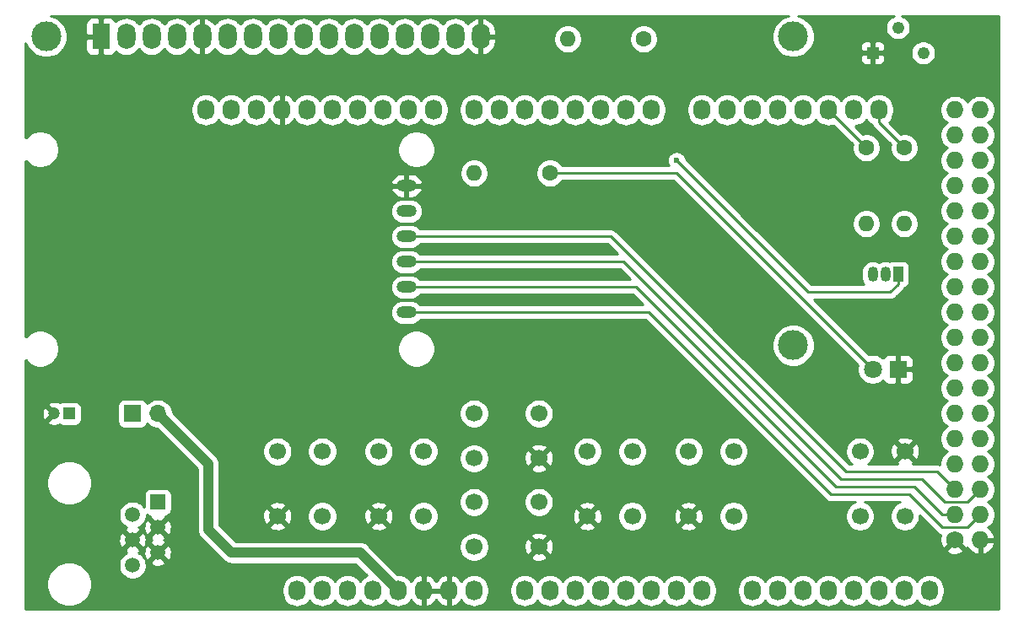
<source format=gbr>
%TF.GenerationSoftware,KiCad,Pcbnew,(5.1.9)-1*%
%TF.CreationDate,2021-02-15T00:05:21-06:00*%
%TF.ProjectId,coleco-adam-ade-pro-shield,636f6c65-636f-42d6-9164-616d2d616465,rev?*%
%TF.SameCoordinates,Original*%
%TF.FileFunction,Copper,L2,Bot*%
%TF.FilePolarity,Positive*%
%FSLAX46Y46*%
G04 Gerber Fmt 4.6, Leading zero omitted, Abs format (unit mm)*
G04 Created by KiCad (PCBNEW (5.1.9)-1) date 2021-02-15 00:05:21*
%MOMM*%
%LPD*%
G01*
G04 APERTURE LIST*
%TA.AperFunction,ComponentPad*%
%ADD10C,3.000000*%
%TD*%
%TA.AperFunction,ComponentPad*%
%ADD11O,1.800000X2.600000*%
%TD*%
%TA.AperFunction,ComponentPad*%
%ADD12R,1.800000X2.600000*%
%TD*%
%TA.AperFunction,ComponentPad*%
%ADD13R,1.222000X1.222000*%
%TD*%
%TA.AperFunction,ComponentPad*%
%ADD14C,1.222000*%
%TD*%
%TA.AperFunction,ComponentPad*%
%ADD15C,1.700000*%
%TD*%
%TA.AperFunction,ComponentPad*%
%ADD16O,1.700000X1.700000*%
%TD*%
%TA.AperFunction,ComponentPad*%
%ADD17R,1.700000X1.700000*%
%TD*%
%TA.AperFunction,ComponentPad*%
%ADD18C,1.200000*%
%TD*%
%TA.AperFunction,ComponentPad*%
%ADD19R,1.200000X1.200000*%
%TD*%
%TA.AperFunction,ComponentPad*%
%ADD20O,2.000000X1.200000*%
%TD*%
%TA.AperFunction,ComponentPad*%
%ADD21O,1.600000X1.600000*%
%TD*%
%TA.AperFunction,ComponentPad*%
%ADD22C,1.600000*%
%TD*%
%TA.AperFunction,ComponentPad*%
%ADD23R,1.050000X1.500000*%
%TD*%
%TA.AperFunction,ComponentPad*%
%ADD24O,1.050000X1.500000*%
%TD*%
%TA.AperFunction,ComponentPad*%
%ADD25C,1.800000*%
%TD*%
%TA.AperFunction,ComponentPad*%
%ADD26R,1.800000X1.800000*%
%TD*%
%TA.AperFunction,ComponentPad*%
%ADD27R,1.520000X1.520000*%
%TD*%
%TA.AperFunction,ComponentPad*%
%ADD28C,1.520000*%
%TD*%
%TA.AperFunction,ComponentPad*%
%ADD29C,1.727200*%
%TD*%
%TA.AperFunction,ComponentPad*%
%ADD30O,1.727200X1.727200*%
%TD*%
%TA.AperFunction,ComponentPad*%
%ADD31O,1.727200X2.032000*%
%TD*%
%TA.AperFunction,ViaPad*%
%ADD32C,0.600000*%
%TD*%
%TA.AperFunction,Conductor*%
%ADD33C,1.000000*%
%TD*%
%TA.AperFunction,Conductor*%
%ADD34C,0.250000*%
%TD*%
%TA.AperFunction,Conductor*%
%ADD35C,0.254000*%
%TD*%
%TA.AperFunction,Conductor*%
%ADD36C,0.100000*%
%TD*%
G04 APERTURE END LIST*
D10*
%TO.P,DS1,*%
%TO.N,*%
X181133000Y-63500000D03*
X181132480Y-94500700D03*
X106133900Y-63500000D03*
D11*
%TO.P,DS1,16*%
%TO.N,GND*%
X149733000Y-63500000D03*
%TO.P,DS1,15*%
%TO.N,Net-(DS1-Pad15)*%
X147193000Y-63500000D03*
%TO.P,DS1,14*%
%TO.N,D7*%
X144653000Y-63500000D03*
%TO.P,DS1,13*%
%TO.N,D6*%
X142113000Y-63500000D03*
%TO.P,DS1,12*%
%TO.N,D5*%
X139573000Y-63500000D03*
%TO.P,DS1,11*%
%TO.N,D4*%
X137033000Y-63500000D03*
%TO.P,DS1,10*%
%TO.N,Net-(DS1-Pad10)*%
X134493000Y-63500000D03*
%TO.P,DS1,9*%
%TO.N,Net-(DS1-Pad9)*%
X131953000Y-63500000D03*
%TO.P,DS1,8*%
%TO.N,Net-(DS1-Pad8)*%
X129413000Y-63500000D03*
%TO.P,DS1,7*%
%TO.N,Net-(DS1-Pad7)*%
X126873000Y-63500000D03*
%TO.P,DS1,6*%
%TO.N,D9*%
X124333000Y-63500000D03*
%TO.P,DS1,5*%
%TO.N,GND*%
X121793000Y-63500000D03*
%TO.P,DS1,4*%
%TO.N,D8*%
X119253000Y-63500000D03*
%TO.P,DS1,3*%
%TO.N,Net-(DS1-Pad3)*%
X116713000Y-63500000D03*
%TO.P,DS1,2*%
%TO.N,+5V*%
X114173000Y-63500000D03*
D12*
%TO.P,DS1,1*%
%TO.N,GND*%
X111633000Y-63500000D03*
%TD*%
D13*
%TO.P,RV1,1*%
%TO.N,GND*%
X189103000Y-65151000D03*
D14*
%TO.P,RV1,2*%
%TO.N,Net-(DS1-Pad3)*%
X191643000Y-62611000D03*
%TO.P,RV1,3*%
%TO.N,+5V*%
X194183000Y-65151000D03*
%TD*%
D15*
%TO.P,SW2,1*%
%TO.N,26_[..]*%
X144018000Y-105156000D03*
%TO.P,SW2,2*%
%TO.N,Net-(SW2-Pad2)*%
X144018000Y-111656000D03*
%TO.P,SW2,3*%
%TO.N,Net-(SW2-Pad3)*%
X139518000Y-105156000D03*
%TO.P,SW2,4*%
%TO.N,GND*%
X139518000Y-111656000D03*
%TD*%
D16*
%TO.P,JP1,2*%
%TO.N,+5V*%
X117348000Y-101346000D03*
D17*
%TO.P,JP1,1*%
%TO.N,ADAMNET_5V*%
X114808000Y-101346000D03*
%TD*%
D18*
%TO.P,C1,2*%
%TO.N,GND*%
X106958000Y-101346000D03*
D19*
%TO.P,C1,1*%
%TO.N,+5V*%
X108458000Y-101346000D03*
%TD*%
D20*
%TO.P,MOD1,GND*%
%TO.N,GND*%
X142313000Y-78482000D03*
%TO.P,MOD1,VCC5V*%
%TO.N,+5V*%
X142313000Y-81022000D03*
%TO.P,MOD1,MISO*%
%TO.N,50_MISO*%
X142313000Y-83562000D03*
%TO.P,MOD1,MOSI*%
%TO.N,51_MOSI*%
X142313000Y-86102000D03*
%TO.P,MOD1,SCK*%
%TO.N,52_SCK*%
X142313000Y-88642000D03*
%TO.P,MOD1,CS*%
%TO.N,53_SS*%
X142313000Y-91182000D03*
%TD*%
D21*
%TO.P,R4,2*%
%TO.N,Net-(DS1-Pad15)*%
X158496000Y-63754000D03*
D22*
%TO.P,R4,1*%
%TO.N,+5V*%
X166116000Y-63754000D03*
%TD*%
D21*
%TO.P,R3,2*%
%TO.N,13_ACTIVITY_LED*%
X149098000Y-77216000D03*
D22*
%TO.P,R3,1*%
%TO.N,Net-(D1-Pad2)*%
X156718000Y-77216000D03*
%TD*%
D21*
%TO.P,R2,2*%
%TO.N,Net-(Q1-Pad3)*%
X188468000Y-82296000D03*
D22*
%TO.P,R2,1*%
%TO.N,19_ADAMNET*%
X188468000Y-74676000D03*
%TD*%
D21*
%TO.P,R1,2*%
%TO.N,Net-(Q1-Pad2)*%
X192278000Y-82296000D03*
D22*
%TO.P,R1,1*%
%TO.N,21_ADAMNET*%
X192278000Y-74676000D03*
%TD*%
D23*
%TO.P,Q1,1*%
%TO.N,+5V*%
X191643000Y-87376000D03*
D24*
%TO.P,Q1,3*%
%TO.N,Net-(Q1-Pad3)*%
X189103000Y-87376000D03*
%TO.P,Q1,2*%
%TO.N,Net-(Q1-Pad2)*%
X190373000Y-87376000D03*
%TD*%
D25*
%TO.P,D1,2*%
%TO.N,Net-(D1-Pad2)*%
X189103000Y-96901000D03*
D26*
%TO.P,D1,1*%
%TO.N,GND*%
X191643000Y-96901000D03*
%TD*%
D15*
%TO.P,SW7,1*%
%TO.N,RESET*%
X187833000Y-111658400D03*
%TO.P,SW7,2*%
%TO.N,Net-(SW7-Pad2)*%
X187833000Y-105158400D03*
%TO.P,SW7,3*%
%TO.N,Net-(SW7-Pad3)*%
X192333000Y-111658400D03*
%TO.P,SW7,4*%
%TO.N,GND*%
X192333000Y-105158400D03*
%TD*%
%TO.P,SW6,1*%
%TO.N,22_DRIVE_SELECT*%
X133858000Y-105156000D03*
%TO.P,SW6,2*%
%TO.N,Net-(SW6-Pad2)*%
X133858000Y-111656000D03*
%TO.P,SW6,3*%
%TO.N,Net-(SW6-Pad3)*%
X129358000Y-105156000D03*
%TO.P,SW6,4*%
%TO.N,GND*%
X129358000Y-111656000D03*
%TD*%
%TO.P,SW5,1*%
%TO.N,23_UP*%
X149098000Y-101346000D03*
%TO.P,SW5,2*%
%TO.N,Net-(SW5-Pad2)*%
X155598000Y-101346000D03*
%TO.P,SW5,3*%
%TO.N,Net-(SW5-Pad3)*%
X149098000Y-105846000D03*
%TO.P,SW5,4*%
%TO.N,GND*%
X155598000Y-105846000D03*
%TD*%
%TO.P,SW4,1*%
%TO.N,24_DOWN*%
X149098000Y-110236000D03*
%TO.P,SW4,2*%
%TO.N,Net-(SW4-Pad2)*%
X155598000Y-110236000D03*
%TO.P,SW4,3*%
%TO.N,Net-(SW4-Pad3)*%
X149098000Y-114736000D03*
%TO.P,SW4,4*%
%TO.N,GND*%
X155598000Y-114736000D03*
%TD*%
%TO.P,SW3,1*%
%TO.N,25_UNMOUNT*%
X164973000Y-105156000D03*
%TO.P,SW3,2*%
%TO.N,Net-(SW3-Pad2)*%
X164973000Y-111656000D03*
%TO.P,SW3,3*%
%TO.N,Net-(SW3-Pad3)*%
X160473000Y-105156000D03*
%TO.P,SW3,4*%
%TO.N,GND*%
X160473000Y-111656000D03*
%TD*%
%TO.P,SW1,1*%
%TO.N,42_SWAP*%
X175133000Y-105156000D03*
%TO.P,SW1,2*%
%TO.N,Net-(SW1-Pad2)*%
X175133000Y-111656000D03*
%TO.P,SW1,3*%
%TO.N,Net-(SW1-Pad3)*%
X170633000Y-105156000D03*
%TO.P,SW1,4*%
%TO.N,GND*%
X170633000Y-111656000D03*
%TD*%
D27*
%TO.P,J1,1*%
%TO.N,19_ADAMNET*%
X117348000Y-110236000D03*
D28*
%TO.P,J1,2*%
%TO.N,20_ADAMNET*%
X114808000Y-111506000D03*
%TO.P,J1,3*%
%TO.N,GND*%
X117348000Y-112776000D03*
%TO.P,J1,4*%
X114808000Y-114046000D03*
%TO.P,J1,5*%
X117348000Y-115316000D03*
%TO.P,J1,6*%
%TO.N,ADAMNET_5V*%
X114808000Y-116586000D03*
%TD*%
D29*
%TO.P,P1,1*%
%TO.N,GND*%
X197358000Y-114046000D03*
D30*
%TO.P,P1,2*%
X199898000Y-114046000D03*
%TO.P,P1,3*%
%TO.N,52_SCK*%
X197358000Y-111506000D03*
%TO.P,P1,4*%
%TO.N,53_SS*%
X199898000Y-111506000D03*
%TO.P,P1,5*%
%TO.N,50_MISO*%
X197358000Y-108966000D03*
%TO.P,P1,6*%
%TO.N,51_MOSI*%
X199898000Y-108966000D03*
%TO.P,P1,7*%
%TO.N,/48*%
X197358000Y-106426000D03*
%TO.P,P1,8*%
%TO.N,/49*%
X199898000Y-106426000D03*
%TO.P,P1,9*%
%TO.N,/46*%
X197358000Y-103886000D03*
%TO.P,P1,10*%
%TO.N,/47*%
X199898000Y-103886000D03*
%TO.P,P1,11*%
%TO.N,/44*%
X197358000Y-101346000D03*
%TO.P,P1,12*%
%TO.N,/45*%
X199898000Y-101346000D03*
%TO.P,P1,13*%
%TO.N,42_SWAP*%
X197358000Y-98806000D03*
%TO.P,P1,14*%
%TO.N,/43*%
X199898000Y-98806000D03*
%TO.P,P1,15*%
%TO.N,/40*%
X197358000Y-96266000D03*
%TO.P,P1,16*%
%TO.N,/41*%
X199898000Y-96266000D03*
%TO.P,P1,17*%
%TO.N,/38*%
X197358000Y-93726000D03*
%TO.P,P1,18*%
%TO.N,/39*%
X199898000Y-93726000D03*
%TO.P,P1,19*%
%TO.N,/36*%
X197358000Y-91186000D03*
%TO.P,P1,20*%
%TO.N,/37*%
X199898000Y-91186000D03*
%TO.P,P1,21*%
%TO.N,/34*%
X197358000Y-88646000D03*
%TO.P,P1,22*%
%TO.N,/35*%
X199898000Y-88646000D03*
%TO.P,P1,23*%
%TO.N,/32*%
X197358000Y-86106000D03*
%TO.P,P1,24*%
%TO.N,/33*%
X199898000Y-86106000D03*
%TO.P,P1,25*%
%TO.N,/30*%
X197358000Y-83566000D03*
%TO.P,P1,26*%
%TO.N,/31*%
X199898000Y-83566000D03*
%TO.P,P1,27*%
%TO.N,/28*%
X197358000Y-81026000D03*
%TO.P,P1,28*%
%TO.N,/29*%
X199898000Y-81026000D03*
%TO.P,P1,29*%
%TO.N,26_[..]*%
X197358000Y-78486000D03*
%TO.P,P1,30*%
%TO.N,/27*%
X199898000Y-78486000D03*
%TO.P,P1,31*%
%TO.N,24_DOWN*%
X197358000Y-75946000D03*
%TO.P,P1,32*%
%TO.N,25_UNMOUNT*%
X199898000Y-75946000D03*
%TO.P,P1,33*%
%TO.N,22_DRIVE_SELECT*%
X197358000Y-73406000D03*
%TO.P,P1,34*%
%TO.N,23_UP*%
X199898000Y-73406000D03*
%TO.P,P1,35*%
%TO.N,+5V*%
X197358000Y-70866000D03*
%TO.P,P1,36*%
X199898000Y-70866000D03*
%TD*%
D31*
%TO.P,P2,1*%
%TO.N,Net-(P2-Pad1)*%
X131318000Y-119126000D03*
%TO.P,P2,2*%
%TO.N,/IOREF*%
X133858000Y-119126000D03*
%TO.P,P2,3*%
%TO.N,RESET*%
X136398000Y-119126000D03*
%TO.P,P2,4*%
%TO.N,+3V3*%
X138938000Y-119126000D03*
%TO.P,P2,5*%
%TO.N,+5V*%
X141478000Y-119126000D03*
%TO.P,P2,6*%
%TO.N,GND*%
X144018000Y-119126000D03*
%TO.P,P2,7*%
X146558000Y-119126000D03*
%TO.P,P2,8*%
%TO.N,/Vin*%
X149098000Y-119126000D03*
%TD*%
%TO.P,P3,1*%
%TO.N,/A0*%
X154178000Y-119126000D03*
%TO.P,P3,2*%
%TO.N,/A1*%
X156718000Y-119126000D03*
%TO.P,P3,3*%
%TO.N,/A2*%
X159258000Y-119126000D03*
%TO.P,P3,4*%
%TO.N,/A3*%
X161798000Y-119126000D03*
%TO.P,P3,5*%
%TO.N,/A4*%
X164338000Y-119126000D03*
%TO.P,P3,6*%
%TO.N,/A5*%
X166878000Y-119126000D03*
%TO.P,P3,7*%
%TO.N,/A6*%
X169418000Y-119126000D03*
%TO.P,P3,8*%
%TO.N,/A7*%
X171958000Y-119126000D03*
%TD*%
%TO.P,P4,1*%
%TO.N,/A8*%
X177038000Y-119126000D03*
%TO.P,P4,2*%
%TO.N,/A9*%
X179578000Y-119126000D03*
%TO.P,P4,3*%
%TO.N,/A10*%
X182118000Y-119126000D03*
%TO.P,P4,4*%
%TO.N,/A11*%
X184658000Y-119126000D03*
%TO.P,P4,5*%
%TO.N,/A12*%
X187198000Y-119126000D03*
%TO.P,P4,6*%
%TO.N,/A13*%
X189738000Y-119126000D03*
%TO.P,P4,7*%
%TO.N,/A14*%
X192278000Y-119126000D03*
%TO.P,P4,8*%
%TO.N,/A15*%
X194818000Y-119126000D03*
%TD*%
%TO.P,P5,1*%
%TO.N,/SCL*%
X122174000Y-70866000D03*
%TO.P,P5,2*%
%TO.N,/SDA*%
X124714000Y-70866000D03*
%TO.P,P5,3*%
%TO.N,/AREF*%
X127254000Y-70866000D03*
%TO.P,P5,4*%
%TO.N,GND*%
X129794000Y-70866000D03*
%TO.P,P5,5*%
%TO.N,13_ACTIVITY_LED*%
X132334000Y-70866000D03*
%TO.P,P5,6*%
%TO.N,/12(\u002A\u002A)*%
X134874000Y-70866000D03*
%TO.P,P5,7*%
%TO.N,/11(\u002A\u002A)*%
X137414000Y-70866000D03*
%TO.P,P5,8*%
%TO.N,/10(\u002A\u002A)*%
X139954000Y-70866000D03*
%TO.P,P5,9*%
%TO.N,D9*%
X142494000Y-70866000D03*
%TO.P,P5,10*%
%TO.N,D8*%
X145034000Y-70866000D03*
%TD*%
%TO.P,P6,1*%
%TO.N,D7*%
X149098000Y-70866000D03*
%TO.P,P6,2*%
%TO.N,D6*%
X151638000Y-70866000D03*
%TO.P,P6,3*%
%TO.N,D5*%
X154178000Y-70866000D03*
%TO.P,P6,4*%
%TO.N,D4*%
X156718000Y-70866000D03*
%TO.P,P6,5*%
%TO.N,Net-(P6-Pad5)*%
X159258000Y-70866000D03*
%TO.P,P6,6*%
%TO.N,Net-(P6-Pad6)*%
X161798000Y-70866000D03*
%TO.P,P6,7*%
%TO.N,Net-(P6-Pad7)*%
X164338000Y-70866000D03*
%TO.P,P6,8*%
%TO.N,Net-(P6-Pad8)*%
X166878000Y-70866000D03*
%TD*%
%TO.P,P7,1*%
%TO.N,Net-(P7-Pad1)*%
X171958000Y-70866000D03*
%TO.P,P7,2*%
%TO.N,Net-(P7-Pad2)*%
X174498000Y-70866000D03*
%TO.P,P7,3*%
%TO.N,Net-(P7-Pad3)*%
X177038000Y-70866000D03*
%TO.P,P7,4*%
%TO.N,Net-(P7-Pad4)*%
X179578000Y-70866000D03*
%TO.P,P7,5*%
%TO.N,Net-(P7-Pad5)*%
X182118000Y-70866000D03*
%TO.P,P7,6*%
%TO.N,19_ADAMNET*%
X184658000Y-70866000D03*
%TO.P,P7,7*%
%TO.N,20_ADAMNET*%
X187198000Y-70866000D03*
%TO.P,P7,8*%
%TO.N,21_ADAMNET*%
X189738000Y-70866000D03*
%TD*%
D32*
%TO.N,GND*%
X122428000Y-100076000D03*
X128778000Y-93726000D03*
X156718000Y-96012000D03*
X169418000Y-82296000D03*
X133858000Y-84836000D03*
X175768000Y-89916000D03*
X182118000Y-82296000D03*
X165608000Y-100076000D03*
X126238000Y-102616000D03*
X146558000Y-107696000D03*
X174498000Y-74676000D03*
X185547000Y-85979000D03*
X194564000Y-84328000D03*
X193802000Y-70866000D03*
X139065000Y-74422000D03*
X133223000Y-66167000D03*
X175514000Y-63754000D03*
X158242000Y-67310000D03*
X169418000Y-66040000D03*
%TO.N,+5V*%
X169418000Y-75946000D03*
%TD*%
D33*
%TO.N,+5V*%
X122428000Y-106426000D02*
X117348000Y-101346000D01*
X122428000Y-113030000D02*
X122428000Y-106426000D01*
X124714000Y-115316000D02*
X122428000Y-113030000D01*
X137668000Y-115316000D02*
X124714000Y-115316000D01*
X141478000Y-119126000D02*
X137668000Y-115316000D01*
D34*
X190865000Y-89154000D02*
X182626000Y-89154000D01*
X191643000Y-88376000D02*
X190865000Y-89154000D01*
X182626000Y-89154000D02*
X169418000Y-75946000D01*
X191643000Y-87376000D02*
X191643000Y-88376000D01*
%TO.N,Net-(D1-Pad2)*%
X189103000Y-96901000D02*
X169418000Y-77216000D01*
X169418000Y-77216000D02*
X156718000Y-77216000D01*
%TO.N,19_ADAMNET*%
X184658000Y-70866000D02*
X188468000Y-74676000D01*
%TO.N,50_MISO*%
X142563000Y-83566000D02*
X142313000Y-83816000D01*
X162814000Y-83566000D02*
X142563000Y-83566000D01*
X186436000Y-107188000D02*
X162814000Y-83566000D01*
X195580000Y-107188000D02*
X186436000Y-107188000D01*
X197358000Y-108966000D02*
X195580000Y-107188000D01*
%TO.N,51_MOSI*%
X142563000Y-86106000D02*
X142313000Y-86356000D01*
X164084000Y-86106000D02*
X142563000Y-86106000D01*
X194056000Y-107950000D02*
X185928000Y-107950000D01*
X185928000Y-107950000D02*
X164084000Y-86106000D01*
X196342000Y-110236000D02*
X194056000Y-107950000D01*
X198628000Y-110236000D02*
X196342000Y-110236000D01*
X199898000Y-108966000D02*
X198628000Y-110236000D01*
%TO.N,52_SCK*%
X142563000Y-88646000D02*
X142313000Y-88896000D01*
X165354000Y-88646000D02*
X142563000Y-88646000D01*
X185420000Y-108712000D02*
X165354000Y-88646000D01*
X193294000Y-108712000D02*
X185420000Y-108712000D01*
X196088000Y-111506000D02*
X193294000Y-108712000D01*
X197358000Y-111506000D02*
X196088000Y-111506000D01*
%TO.N,53_SS*%
X142563000Y-91186000D02*
X142313000Y-91436000D01*
X166624000Y-91186000D02*
X142563000Y-91186000D01*
X184912000Y-109474000D02*
X166624000Y-91186000D01*
X192786000Y-109474000D02*
X184912000Y-109474000D01*
X196088000Y-112776000D02*
X192786000Y-109474000D01*
X198628000Y-112776000D02*
X196088000Y-112776000D01*
X199898000Y-111506000D02*
X198628000Y-112776000D01*
%TO.N,21_ADAMNET*%
X189738000Y-72136000D02*
X192278000Y-74676000D01*
X189738000Y-70866000D02*
X189738000Y-72136000D01*
%TD*%
D35*
%TO.N,GND*%
X180510244Y-61447047D02*
X180121698Y-61607988D01*
X179772017Y-61841637D01*
X179474637Y-62139017D01*
X179240988Y-62488698D01*
X179080047Y-62877244D01*
X178998000Y-63289721D01*
X178998000Y-63710279D01*
X179080047Y-64122756D01*
X179240988Y-64511302D01*
X179474637Y-64860983D01*
X179772017Y-65158363D01*
X180121698Y-65392012D01*
X180510244Y-65552953D01*
X180922721Y-65635000D01*
X181343279Y-65635000D01*
X181755756Y-65552953D01*
X182144302Y-65392012D01*
X182493983Y-65158363D01*
X182624066Y-65028280D01*
X192937000Y-65028280D01*
X192937000Y-65273720D01*
X192984883Y-65514445D01*
X193078809Y-65741202D01*
X193215168Y-65945279D01*
X193388721Y-66118832D01*
X193592798Y-66255191D01*
X193819555Y-66349117D01*
X194060280Y-66397000D01*
X194305720Y-66397000D01*
X194546445Y-66349117D01*
X194773202Y-66255191D01*
X194977279Y-66118832D01*
X195150832Y-65945279D01*
X195287191Y-65741202D01*
X195381117Y-65514445D01*
X195429000Y-65273720D01*
X195429000Y-65028280D01*
X195381117Y-64787555D01*
X195287191Y-64560798D01*
X195150832Y-64356721D01*
X194977279Y-64183168D01*
X194773202Y-64046809D01*
X194546445Y-63952883D01*
X194305720Y-63905000D01*
X194060280Y-63905000D01*
X193819555Y-63952883D01*
X193592798Y-64046809D01*
X193388721Y-64183168D01*
X193215168Y-64356721D01*
X193078809Y-64560798D01*
X192984883Y-64787555D01*
X192937000Y-65028280D01*
X182624066Y-65028280D01*
X182791363Y-64860983D01*
X183005836Y-64540000D01*
X187853928Y-64540000D01*
X187857000Y-64865250D01*
X188015750Y-65024000D01*
X188976000Y-65024000D01*
X188976000Y-64063750D01*
X189230000Y-64063750D01*
X189230000Y-65024000D01*
X190190250Y-65024000D01*
X190349000Y-64865250D01*
X190352072Y-64540000D01*
X190339812Y-64415518D01*
X190303502Y-64295820D01*
X190244537Y-64185506D01*
X190165185Y-64088815D01*
X190068494Y-64009463D01*
X189958180Y-63950498D01*
X189838482Y-63914188D01*
X189714000Y-63901928D01*
X189388750Y-63905000D01*
X189230000Y-64063750D01*
X188976000Y-64063750D01*
X188817250Y-63905000D01*
X188492000Y-63901928D01*
X188367518Y-63914188D01*
X188247820Y-63950498D01*
X188137506Y-64009463D01*
X188040815Y-64088815D01*
X187961463Y-64185506D01*
X187902498Y-64295820D01*
X187866188Y-64415518D01*
X187853928Y-64540000D01*
X183005836Y-64540000D01*
X183025012Y-64511302D01*
X183185953Y-64122756D01*
X183268000Y-63710279D01*
X183268000Y-63289721D01*
X183185953Y-62877244D01*
X183025012Y-62488698D01*
X182791363Y-62139017D01*
X182493983Y-61841637D01*
X182144302Y-61607988D01*
X181755756Y-61447047D01*
X181599673Y-61416000D01*
X191272030Y-61416000D01*
X191052798Y-61506809D01*
X190848721Y-61643168D01*
X190675168Y-61816721D01*
X190538809Y-62020798D01*
X190444883Y-62247555D01*
X190397000Y-62488280D01*
X190397000Y-62733720D01*
X190444883Y-62974445D01*
X190538809Y-63201202D01*
X190675168Y-63405279D01*
X190848721Y-63578832D01*
X191052798Y-63715191D01*
X191279555Y-63809117D01*
X191520280Y-63857000D01*
X191765720Y-63857000D01*
X192006445Y-63809117D01*
X192233202Y-63715191D01*
X192437279Y-63578832D01*
X192610832Y-63405279D01*
X192747191Y-63201202D01*
X192841117Y-62974445D01*
X192889000Y-62733720D01*
X192889000Y-62488280D01*
X192841117Y-62247555D01*
X192747191Y-62020798D01*
X192610832Y-61816721D01*
X192437279Y-61643168D01*
X192233202Y-61506809D01*
X192013970Y-61416000D01*
X201728000Y-61416000D01*
X201728001Y-120956000D01*
X104088000Y-120956000D01*
X104088000Y-118263409D01*
X106198000Y-118263409D01*
X106198000Y-118708591D01*
X106284851Y-119145218D01*
X106455214Y-119556511D01*
X106702544Y-119926666D01*
X107017334Y-120241456D01*
X107387489Y-120488786D01*
X107798782Y-120659149D01*
X108235409Y-120746000D01*
X108680591Y-120746000D01*
X109117218Y-120659149D01*
X109528511Y-120488786D01*
X109898666Y-120241456D01*
X110213456Y-119926666D01*
X110460786Y-119556511D01*
X110631149Y-119145218D01*
X110718000Y-118708591D01*
X110718000Y-118263409D01*
X110631149Y-117826782D01*
X110460786Y-117415489D01*
X110213456Y-117045334D01*
X109898666Y-116730544D01*
X109528511Y-116483214D01*
X109444956Y-116448604D01*
X113413000Y-116448604D01*
X113413000Y-116723396D01*
X113466609Y-116992907D01*
X113571767Y-117246780D01*
X113724433Y-117475261D01*
X113918739Y-117669567D01*
X114147220Y-117822233D01*
X114401093Y-117927391D01*
X114670604Y-117981000D01*
X114945396Y-117981000D01*
X115214907Y-117927391D01*
X115468780Y-117822233D01*
X115697261Y-117669567D01*
X115891567Y-117475261D01*
X116044233Y-117246780D01*
X116149391Y-116992907D01*
X116203000Y-116723396D01*
X116203000Y-116448604D01*
X116169490Y-116280137D01*
X116563469Y-116280137D01*
X116630206Y-116520025D01*
X116878892Y-116636924D01*
X117145606Y-116703061D01*
X117420097Y-116715895D01*
X117691817Y-116674931D01*
X117950326Y-116581744D01*
X118065794Y-116520025D01*
X118132531Y-116280137D01*
X117348000Y-115495605D01*
X116563469Y-116280137D01*
X116169490Y-116280137D01*
X116149391Y-116179093D01*
X116044233Y-115925220D01*
X115891567Y-115696739D01*
X115697261Y-115502433D01*
X115526145Y-115388097D01*
X115948105Y-115388097D01*
X115989069Y-115659817D01*
X116082256Y-115918326D01*
X116143975Y-116033794D01*
X116383863Y-116100531D01*
X117168395Y-115316000D01*
X117527605Y-115316000D01*
X118312137Y-116100531D01*
X118552025Y-116033794D01*
X118668924Y-115785108D01*
X118735061Y-115518394D01*
X118747895Y-115243903D01*
X118706931Y-114972183D01*
X118613744Y-114713674D01*
X118552025Y-114598206D01*
X118312137Y-114531469D01*
X117527605Y-115316000D01*
X117168395Y-115316000D01*
X116383863Y-114531469D01*
X116143975Y-114598206D01*
X116027076Y-114846892D01*
X115960939Y-115113606D01*
X115948105Y-115388097D01*
X115526145Y-115388097D01*
X115468780Y-115349767D01*
X115392499Y-115318170D01*
X115410326Y-115311744D01*
X115525794Y-115250025D01*
X115592531Y-115010137D01*
X114808000Y-114225605D01*
X114023469Y-115010137D01*
X114090206Y-115250025D01*
X114229707Y-115315600D01*
X114147220Y-115349767D01*
X113918739Y-115502433D01*
X113724433Y-115696739D01*
X113571767Y-115925220D01*
X113466609Y-116179093D01*
X113413000Y-116448604D01*
X109444956Y-116448604D01*
X109117218Y-116312851D01*
X108680591Y-116226000D01*
X108235409Y-116226000D01*
X107798782Y-116312851D01*
X107387489Y-116483214D01*
X107017334Y-116730544D01*
X106702544Y-117045334D01*
X106455214Y-117415489D01*
X106284851Y-117826782D01*
X106198000Y-118263409D01*
X104088000Y-118263409D01*
X104088000Y-114118097D01*
X113408105Y-114118097D01*
X113449069Y-114389817D01*
X113542256Y-114648326D01*
X113603975Y-114763794D01*
X113843863Y-114830531D01*
X114628395Y-114046000D01*
X114987605Y-114046000D01*
X115772137Y-114830531D01*
X116012025Y-114763794D01*
X116128924Y-114515108D01*
X116195061Y-114248394D01*
X116207895Y-113973903D01*
X116172653Y-113740137D01*
X116563469Y-113740137D01*
X116630206Y-113980025D01*
X116764882Y-114043332D01*
X116745674Y-114050256D01*
X116630206Y-114111975D01*
X116563469Y-114351863D01*
X117348000Y-115136395D01*
X118132531Y-114351863D01*
X118065794Y-114111975D01*
X117931118Y-114048668D01*
X117950326Y-114041744D01*
X118065794Y-113980025D01*
X118132531Y-113740137D01*
X117348000Y-112955605D01*
X116563469Y-113740137D01*
X116172653Y-113740137D01*
X116166931Y-113702183D01*
X116073744Y-113443674D01*
X116012025Y-113328206D01*
X115772137Y-113261469D01*
X114987605Y-114046000D01*
X114628395Y-114046000D01*
X113843863Y-113261469D01*
X113603975Y-113328206D01*
X113487076Y-113576892D01*
X113420939Y-113843606D01*
X113408105Y-114118097D01*
X104088000Y-114118097D01*
X104088000Y-111368604D01*
X113413000Y-111368604D01*
X113413000Y-111643396D01*
X113466609Y-111912907D01*
X113571767Y-112166780D01*
X113724433Y-112395261D01*
X113918739Y-112589567D01*
X114147220Y-112742233D01*
X114223501Y-112773830D01*
X114205674Y-112780256D01*
X114090206Y-112841975D01*
X114023469Y-113081863D01*
X114808000Y-113866395D01*
X115592531Y-113081863D01*
X115527498Y-112848097D01*
X115948105Y-112848097D01*
X115989069Y-113119817D01*
X116082256Y-113378326D01*
X116143975Y-113493794D01*
X116383863Y-113560531D01*
X117168395Y-112776000D01*
X117527605Y-112776000D01*
X118312137Y-113560531D01*
X118552025Y-113493794D01*
X118668924Y-113245108D01*
X118735061Y-112978394D01*
X118747895Y-112703903D01*
X118706931Y-112432183D01*
X118613744Y-112173674D01*
X118552025Y-112058206D01*
X118312137Y-111991469D01*
X117527605Y-112776000D01*
X117168395Y-112776000D01*
X116383863Y-111991469D01*
X116143975Y-112058206D01*
X116027076Y-112306892D01*
X115960939Y-112573606D01*
X115948105Y-112848097D01*
X115527498Y-112848097D01*
X115525794Y-112841975D01*
X115386293Y-112776400D01*
X115468780Y-112742233D01*
X115697261Y-112589567D01*
X115891567Y-112395261D01*
X116044233Y-112166780D01*
X116149391Y-111912907D01*
X116203000Y-111643396D01*
X116203000Y-111501501D01*
X116233506Y-111526537D01*
X116343820Y-111585502D01*
X116463518Y-111621812D01*
X116588000Y-111634072D01*
X116612931Y-111634072D01*
X116563469Y-111811863D01*
X117348000Y-112596395D01*
X118132531Y-111811863D01*
X118083069Y-111634072D01*
X118108000Y-111634072D01*
X118232482Y-111621812D01*
X118352180Y-111585502D01*
X118462494Y-111526537D01*
X118559185Y-111447185D01*
X118638537Y-111350494D01*
X118697502Y-111240180D01*
X118733812Y-111120482D01*
X118746072Y-110996000D01*
X118746072Y-109476000D01*
X118733812Y-109351518D01*
X118697502Y-109231820D01*
X118638537Y-109121506D01*
X118559185Y-109024815D01*
X118462494Y-108945463D01*
X118352180Y-108886498D01*
X118232482Y-108850188D01*
X118108000Y-108837928D01*
X116588000Y-108837928D01*
X116463518Y-108850188D01*
X116343820Y-108886498D01*
X116233506Y-108945463D01*
X116136815Y-109024815D01*
X116057463Y-109121506D01*
X115998498Y-109231820D01*
X115962188Y-109351518D01*
X115949928Y-109476000D01*
X115949928Y-110704082D01*
X115891567Y-110616739D01*
X115697261Y-110422433D01*
X115468780Y-110269767D01*
X115214907Y-110164609D01*
X114945396Y-110111000D01*
X114670604Y-110111000D01*
X114401093Y-110164609D01*
X114147220Y-110269767D01*
X113918739Y-110422433D01*
X113724433Y-110616739D01*
X113571767Y-110845220D01*
X113466609Y-111099093D01*
X113413000Y-111368604D01*
X104088000Y-111368604D01*
X104088000Y-108103409D01*
X106198000Y-108103409D01*
X106198000Y-108548591D01*
X106284851Y-108985218D01*
X106455214Y-109396511D01*
X106702544Y-109766666D01*
X107017334Y-110081456D01*
X107387489Y-110328786D01*
X107798782Y-110499149D01*
X108235409Y-110586000D01*
X108680591Y-110586000D01*
X109117218Y-110499149D01*
X109528511Y-110328786D01*
X109898666Y-110081456D01*
X110213456Y-109766666D01*
X110460786Y-109396511D01*
X110631149Y-108985218D01*
X110718000Y-108548591D01*
X110718000Y-108103409D01*
X110631149Y-107666782D01*
X110460786Y-107255489D01*
X110213456Y-106885334D01*
X109898666Y-106570544D01*
X109528511Y-106323214D01*
X109117218Y-106152851D01*
X108680591Y-106066000D01*
X108235409Y-106066000D01*
X107798782Y-106152851D01*
X107387489Y-106323214D01*
X107017334Y-106570544D01*
X106702544Y-106885334D01*
X106455214Y-107255489D01*
X106284851Y-107666782D01*
X106198000Y-108103409D01*
X104088000Y-108103409D01*
X104088000Y-101424438D01*
X105719505Y-101424438D01*
X105758605Y-101664549D01*
X105843798Y-101892418D01*
X105884652Y-101968852D01*
X106108236Y-102016159D01*
X106778395Y-101346000D01*
X106108236Y-100675841D01*
X105884652Y-100723148D01*
X105783763Y-100944516D01*
X105728000Y-101181313D01*
X105719505Y-101424438D01*
X104088000Y-101424438D01*
X104088000Y-100496236D01*
X106287841Y-100496236D01*
X106958000Y-101166395D01*
X106972143Y-101152253D01*
X107151748Y-101331858D01*
X107137605Y-101346000D01*
X107151748Y-101360143D01*
X106972143Y-101539748D01*
X106958000Y-101525605D01*
X106287841Y-102195764D01*
X106335148Y-102419348D01*
X106556516Y-102520237D01*
X106793313Y-102576000D01*
X107036438Y-102584495D01*
X107276549Y-102545395D01*
X107490117Y-102465549D01*
X107503506Y-102476537D01*
X107613820Y-102535502D01*
X107733518Y-102571812D01*
X107858000Y-102584072D01*
X109058000Y-102584072D01*
X109182482Y-102571812D01*
X109302180Y-102535502D01*
X109412494Y-102476537D01*
X109509185Y-102397185D01*
X109588537Y-102300494D01*
X109647502Y-102190180D01*
X109683812Y-102070482D01*
X109696072Y-101946000D01*
X109696072Y-100746000D01*
X109683812Y-100621518D01*
X109647502Y-100501820D01*
X109644392Y-100496000D01*
X113319928Y-100496000D01*
X113319928Y-102196000D01*
X113332188Y-102320482D01*
X113368498Y-102440180D01*
X113427463Y-102550494D01*
X113506815Y-102647185D01*
X113603506Y-102726537D01*
X113713820Y-102785502D01*
X113833518Y-102821812D01*
X113958000Y-102834072D01*
X115658000Y-102834072D01*
X115782482Y-102821812D01*
X115902180Y-102785502D01*
X116012494Y-102726537D01*
X116109185Y-102647185D01*
X116188537Y-102550494D01*
X116247502Y-102440180D01*
X116269513Y-102367620D01*
X116401368Y-102499475D01*
X116644589Y-102661990D01*
X116914842Y-102773932D01*
X117201740Y-102831000D01*
X117227869Y-102831000D01*
X121293001Y-106896133D01*
X121293000Y-112974248D01*
X121287509Y-113030000D01*
X121298678Y-113143400D01*
X121309423Y-113252498D01*
X121374324Y-113466446D01*
X121479716Y-113663623D01*
X121621551Y-113836449D01*
X121664865Y-113871996D01*
X123872009Y-116079141D01*
X123907551Y-116122449D01*
X124080377Y-116264284D01*
X124277553Y-116369676D01*
X124441705Y-116419471D01*
X124491500Y-116434577D01*
X124512493Y-116436644D01*
X124658248Y-116451000D01*
X124658255Y-116451000D01*
X124713999Y-116456490D01*
X124769743Y-116451000D01*
X137197869Y-116451000D01*
X138340561Y-117593693D01*
X138101394Y-117721531D01*
X137873203Y-117908803D01*
X137685931Y-118136995D01*
X137668000Y-118170541D01*
X137650069Y-118136994D01*
X137462797Y-117908803D01*
X137234605Y-117721531D01*
X136974263Y-117582375D01*
X136691776Y-117496684D01*
X136398000Y-117467749D01*
X136104223Y-117496684D01*
X135821736Y-117582375D01*
X135561394Y-117721531D01*
X135333203Y-117908803D01*
X135145931Y-118136995D01*
X135128000Y-118170541D01*
X135110069Y-118136994D01*
X134922797Y-117908803D01*
X134694605Y-117721531D01*
X134434263Y-117582375D01*
X134151776Y-117496684D01*
X133858000Y-117467749D01*
X133564223Y-117496684D01*
X133281736Y-117582375D01*
X133021394Y-117721531D01*
X132793203Y-117908803D01*
X132605931Y-118136995D01*
X132588000Y-118170541D01*
X132570069Y-118136994D01*
X132382797Y-117908803D01*
X132154605Y-117721531D01*
X131894263Y-117582375D01*
X131611776Y-117496684D01*
X131318000Y-117467749D01*
X131024223Y-117496684D01*
X130741736Y-117582375D01*
X130481394Y-117721531D01*
X130253203Y-117908803D01*
X130065931Y-118136995D01*
X129926775Y-118397337D01*
X129841084Y-118679824D01*
X129819400Y-118899982D01*
X129819400Y-119352019D01*
X129841084Y-119572177D01*
X129926775Y-119854664D01*
X130065931Y-120115006D01*
X130253203Y-120343197D01*
X130481395Y-120530469D01*
X130741737Y-120669625D01*
X131024224Y-120755316D01*
X131318000Y-120784251D01*
X131611777Y-120755316D01*
X131894264Y-120669625D01*
X132154606Y-120530469D01*
X132382797Y-120343197D01*
X132570069Y-120115006D01*
X132588000Y-120081459D01*
X132605931Y-120115006D01*
X132793203Y-120343197D01*
X133021395Y-120530469D01*
X133281737Y-120669625D01*
X133564224Y-120755316D01*
X133858000Y-120784251D01*
X134151777Y-120755316D01*
X134434264Y-120669625D01*
X134694606Y-120530469D01*
X134922797Y-120343197D01*
X135110069Y-120115006D01*
X135128000Y-120081459D01*
X135145931Y-120115006D01*
X135333203Y-120343197D01*
X135561395Y-120530469D01*
X135821737Y-120669625D01*
X136104224Y-120755316D01*
X136398000Y-120784251D01*
X136691777Y-120755316D01*
X136974264Y-120669625D01*
X137234606Y-120530469D01*
X137462797Y-120343197D01*
X137650069Y-120115006D01*
X137668000Y-120081459D01*
X137685931Y-120115006D01*
X137873203Y-120343197D01*
X138101395Y-120530469D01*
X138361737Y-120669625D01*
X138644224Y-120755316D01*
X138938000Y-120784251D01*
X139231777Y-120755316D01*
X139514264Y-120669625D01*
X139774606Y-120530469D01*
X140002797Y-120343197D01*
X140190069Y-120115006D01*
X140208000Y-120081459D01*
X140225931Y-120115006D01*
X140413203Y-120343197D01*
X140641395Y-120530469D01*
X140901737Y-120669625D01*
X141184224Y-120755316D01*
X141478000Y-120784251D01*
X141771777Y-120755316D01*
X142054264Y-120669625D01*
X142314606Y-120530469D01*
X142542797Y-120343197D01*
X142730069Y-120115006D01*
X142751424Y-120075053D01*
X142899514Y-120277729D01*
X143115965Y-120476733D01*
X143367081Y-120629686D01*
X143643211Y-120730709D01*
X143658974Y-120733358D01*
X143891000Y-120612217D01*
X143891000Y-119253000D01*
X144145000Y-119253000D01*
X144145000Y-120612217D01*
X144377026Y-120733358D01*
X144392789Y-120730709D01*
X144668919Y-120629686D01*
X144920035Y-120476733D01*
X145136486Y-120277729D01*
X145288000Y-120070367D01*
X145439514Y-120277729D01*
X145655965Y-120476733D01*
X145907081Y-120629686D01*
X146183211Y-120730709D01*
X146198974Y-120733358D01*
X146431000Y-120612217D01*
X146431000Y-119253000D01*
X144145000Y-119253000D01*
X143891000Y-119253000D01*
X143871000Y-119253000D01*
X143871000Y-118999000D01*
X143891000Y-118999000D01*
X143891000Y-117639783D01*
X144145000Y-117639783D01*
X144145000Y-118999000D01*
X146431000Y-118999000D01*
X146431000Y-117639783D01*
X146685000Y-117639783D01*
X146685000Y-118999000D01*
X146705000Y-118999000D01*
X146705000Y-119253000D01*
X146685000Y-119253000D01*
X146685000Y-120612217D01*
X146917026Y-120733358D01*
X146932789Y-120730709D01*
X147208919Y-120629686D01*
X147460035Y-120476733D01*
X147676486Y-120277729D01*
X147824576Y-120075053D01*
X147845931Y-120115006D01*
X148033203Y-120343197D01*
X148261395Y-120530469D01*
X148521737Y-120669625D01*
X148804224Y-120755316D01*
X149098000Y-120784251D01*
X149391777Y-120755316D01*
X149674264Y-120669625D01*
X149934606Y-120530469D01*
X150162797Y-120343197D01*
X150350069Y-120115006D01*
X150489225Y-119854663D01*
X150574916Y-119572176D01*
X150596600Y-119352018D01*
X150596600Y-118899982D01*
X152679400Y-118899982D01*
X152679400Y-119352019D01*
X152701084Y-119572177D01*
X152786775Y-119854664D01*
X152925931Y-120115006D01*
X153113203Y-120343197D01*
X153341395Y-120530469D01*
X153601737Y-120669625D01*
X153884224Y-120755316D01*
X154178000Y-120784251D01*
X154471777Y-120755316D01*
X154754264Y-120669625D01*
X155014606Y-120530469D01*
X155242797Y-120343197D01*
X155430069Y-120115006D01*
X155448000Y-120081459D01*
X155465931Y-120115006D01*
X155653203Y-120343197D01*
X155881395Y-120530469D01*
X156141737Y-120669625D01*
X156424224Y-120755316D01*
X156718000Y-120784251D01*
X157011777Y-120755316D01*
X157294264Y-120669625D01*
X157554606Y-120530469D01*
X157782797Y-120343197D01*
X157970069Y-120115006D01*
X157988000Y-120081459D01*
X158005931Y-120115006D01*
X158193203Y-120343197D01*
X158421395Y-120530469D01*
X158681737Y-120669625D01*
X158964224Y-120755316D01*
X159258000Y-120784251D01*
X159551777Y-120755316D01*
X159834264Y-120669625D01*
X160094606Y-120530469D01*
X160322797Y-120343197D01*
X160510069Y-120115006D01*
X160528000Y-120081459D01*
X160545931Y-120115006D01*
X160733203Y-120343197D01*
X160961395Y-120530469D01*
X161221737Y-120669625D01*
X161504224Y-120755316D01*
X161798000Y-120784251D01*
X162091777Y-120755316D01*
X162374264Y-120669625D01*
X162634606Y-120530469D01*
X162862797Y-120343197D01*
X163050069Y-120115006D01*
X163068000Y-120081459D01*
X163085931Y-120115006D01*
X163273203Y-120343197D01*
X163501395Y-120530469D01*
X163761737Y-120669625D01*
X164044224Y-120755316D01*
X164338000Y-120784251D01*
X164631777Y-120755316D01*
X164914264Y-120669625D01*
X165174606Y-120530469D01*
X165402797Y-120343197D01*
X165590069Y-120115006D01*
X165608000Y-120081459D01*
X165625931Y-120115006D01*
X165813203Y-120343197D01*
X166041395Y-120530469D01*
X166301737Y-120669625D01*
X166584224Y-120755316D01*
X166878000Y-120784251D01*
X167171777Y-120755316D01*
X167454264Y-120669625D01*
X167714606Y-120530469D01*
X167942797Y-120343197D01*
X168130069Y-120115006D01*
X168148000Y-120081459D01*
X168165931Y-120115006D01*
X168353203Y-120343197D01*
X168581395Y-120530469D01*
X168841737Y-120669625D01*
X169124224Y-120755316D01*
X169418000Y-120784251D01*
X169711777Y-120755316D01*
X169994264Y-120669625D01*
X170254606Y-120530469D01*
X170482797Y-120343197D01*
X170670069Y-120115006D01*
X170688000Y-120081459D01*
X170705931Y-120115006D01*
X170893203Y-120343197D01*
X171121395Y-120530469D01*
X171381737Y-120669625D01*
X171664224Y-120755316D01*
X171958000Y-120784251D01*
X172251777Y-120755316D01*
X172534264Y-120669625D01*
X172794606Y-120530469D01*
X173022797Y-120343197D01*
X173210069Y-120115006D01*
X173349225Y-119854663D01*
X173434916Y-119572176D01*
X173456600Y-119352018D01*
X173456600Y-118899982D01*
X175539400Y-118899982D01*
X175539400Y-119352019D01*
X175561084Y-119572177D01*
X175646775Y-119854664D01*
X175785931Y-120115006D01*
X175973203Y-120343197D01*
X176201395Y-120530469D01*
X176461737Y-120669625D01*
X176744224Y-120755316D01*
X177038000Y-120784251D01*
X177331777Y-120755316D01*
X177614264Y-120669625D01*
X177874606Y-120530469D01*
X178102797Y-120343197D01*
X178290069Y-120115006D01*
X178308000Y-120081459D01*
X178325931Y-120115006D01*
X178513203Y-120343197D01*
X178741395Y-120530469D01*
X179001737Y-120669625D01*
X179284224Y-120755316D01*
X179578000Y-120784251D01*
X179871777Y-120755316D01*
X180154264Y-120669625D01*
X180414606Y-120530469D01*
X180642797Y-120343197D01*
X180830069Y-120115006D01*
X180848000Y-120081459D01*
X180865931Y-120115006D01*
X181053203Y-120343197D01*
X181281395Y-120530469D01*
X181541737Y-120669625D01*
X181824224Y-120755316D01*
X182118000Y-120784251D01*
X182411777Y-120755316D01*
X182694264Y-120669625D01*
X182954606Y-120530469D01*
X183182797Y-120343197D01*
X183370069Y-120115006D01*
X183388000Y-120081459D01*
X183405931Y-120115006D01*
X183593203Y-120343197D01*
X183821395Y-120530469D01*
X184081737Y-120669625D01*
X184364224Y-120755316D01*
X184658000Y-120784251D01*
X184951777Y-120755316D01*
X185234264Y-120669625D01*
X185494606Y-120530469D01*
X185722797Y-120343197D01*
X185910069Y-120115006D01*
X185928000Y-120081459D01*
X185945931Y-120115006D01*
X186133203Y-120343197D01*
X186361395Y-120530469D01*
X186621737Y-120669625D01*
X186904224Y-120755316D01*
X187198000Y-120784251D01*
X187491777Y-120755316D01*
X187774264Y-120669625D01*
X188034606Y-120530469D01*
X188262797Y-120343197D01*
X188450069Y-120115006D01*
X188468000Y-120081459D01*
X188485931Y-120115006D01*
X188673203Y-120343197D01*
X188901395Y-120530469D01*
X189161737Y-120669625D01*
X189444224Y-120755316D01*
X189738000Y-120784251D01*
X190031777Y-120755316D01*
X190314264Y-120669625D01*
X190574606Y-120530469D01*
X190802797Y-120343197D01*
X190990069Y-120115006D01*
X191008000Y-120081459D01*
X191025931Y-120115006D01*
X191213203Y-120343197D01*
X191441395Y-120530469D01*
X191701737Y-120669625D01*
X191984224Y-120755316D01*
X192278000Y-120784251D01*
X192571777Y-120755316D01*
X192854264Y-120669625D01*
X193114606Y-120530469D01*
X193342797Y-120343197D01*
X193530069Y-120115006D01*
X193548000Y-120081459D01*
X193565931Y-120115006D01*
X193753203Y-120343197D01*
X193981395Y-120530469D01*
X194241737Y-120669625D01*
X194524224Y-120755316D01*
X194818000Y-120784251D01*
X195111777Y-120755316D01*
X195394264Y-120669625D01*
X195654606Y-120530469D01*
X195882797Y-120343197D01*
X196070069Y-120115006D01*
X196209225Y-119854663D01*
X196294916Y-119572176D01*
X196316600Y-119352018D01*
X196316600Y-118899981D01*
X196294916Y-118679823D01*
X196209225Y-118397336D01*
X196070069Y-118136994D01*
X195882797Y-117908803D01*
X195654605Y-117721531D01*
X195394263Y-117582375D01*
X195111776Y-117496684D01*
X194818000Y-117467749D01*
X194524223Y-117496684D01*
X194241736Y-117582375D01*
X193981394Y-117721531D01*
X193753203Y-117908803D01*
X193565931Y-118136995D01*
X193548000Y-118170541D01*
X193530069Y-118136994D01*
X193342797Y-117908803D01*
X193114605Y-117721531D01*
X192854263Y-117582375D01*
X192571776Y-117496684D01*
X192278000Y-117467749D01*
X191984223Y-117496684D01*
X191701736Y-117582375D01*
X191441394Y-117721531D01*
X191213203Y-117908803D01*
X191025931Y-118136995D01*
X191008000Y-118170541D01*
X190990069Y-118136994D01*
X190802797Y-117908803D01*
X190574605Y-117721531D01*
X190314263Y-117582375D01*
X190031776Y-117496684D01*
X189738000Y-117467749D01*
X189444223Y-117496684D01*
X189161736Y-117582375D01*
X188901394Y-117721531D01*
X188673203Y-117908803D01*
X188485931Y-118136995D01*
X188468000Y-118170541D01*
X188450069Y-118136994D01*
X188262797Y-117908803D01*
X188034605Y-117721531D01*
X187774263Y-117582375D01*
X187491776Y-117496684D01*
X187198000Y-117467749D01*
X186904223Y-117496684D01*
X186621736Y-117582375D01*
X186361394Y-117721531D01*
X186133203Y-117908803D01*
X185945931Y-118136995D01*
X185928000Y-118170541D01*
X185910069Y-118136994D01*
X185722797Y-117908803D01*
X185494605Y-117721531D01*
X185234263Y-117582375D01*
X184951776Y-117496684D01*
X184658000Y-117467749D01*
X184364223Y-117496684D01*
X184081736Y-117582375D01*
X183821394Y-117721531D01*
X183593203Y-117908803D01*
X183405931Y-118136995D01*
X183388000Y-118170541D01*
X183370069Y-118136994D01*
X183182797Y-117908803D01*
X182954605Y-117721531D01*
X182694263Y-117582375D01*
X182411776Y-117496684D01*
X182118000Y-117467749D01*
X181824223Y-117496684D01*
X181541736Y-117582375D01*
X181281394Y-117721531D01*
X181053203Y-117908803D01*
X180865931Y-118136995D01*
X180848000Y-118170541D01*
X180830069Y-118136994D01*
X180642797Y-117908803D01*
X180414605Y-117721531D01*
X180154263Y-117582375D01*
X179871776Y-117496684D01*
X179578000Y-117467749D01*
X179284223Y-117496684D01*
X179001736Y-117582375D01*
X178741394Y-117721531D01*
X178513203Y-117908803D01*
X178325931Y-118136995D01*
X178308000Y-118170541D01*
X178290069Y-118136994D01*
X178102797Y-117908803D01*
X177874605Y-117721531D01*
X177614263Y-117582375D01*
X177331776Y-117496684D01*
X177038000Y-117467749D01*
X176744223Y-117496684D01*
X176461736Y-117582375D01*
X176201394Y-117721531D01*
X175973203Y-117908803D01*
X175785931Y-118136995D01*
X175646775Y-118397337D01*
X175561084Y-118679824D01*
X175539400Y-118899982D01*
X173456600Y-118899982D01*
X173456600Y-118899981D01*
X173434916Y-118679823D01*
X173349225Y-118397336D01*
X173210069Y-118136994D01*
X173022797Y-117908803D01*
X172794605Y-117721531D01*
X172534263Y-117582375D01*
X172251776Y-117496684D01*
X171958000Y-117467749D01*
X171664223Y-117496684D01*
X171381736Y-117582375D01*
X171121394Y-117721531D01*
X170893203Y-117908803D01*
X170705931Y-118136995D01*
X170688000Y-118170541D01*
X170670069Y-118136994D01*
X170482797Y-117908803D01*
X170254605Y-117721531D01*
X169994263Y-117582375D01*
X169711776Y-117496684D01*
X169418000Y-117467749D01*
X169124223Y-117496684D01*
X168841736Y-117582375D01*
X168581394Y-117721531D01*
X168353203Y-117908803D01*
X168165931Y-118136995D01*
X168148000Y-118170541D01*
X168130069Y-118136994D01*
X167942797Y-117908803D01*
X167714605Y-117721531D01*
X167454263Y-117582375D01*
X167171776Y-117496684D01*
X166878000Y-117467749D01*
X166584223Y-117496684D01*
X166301736Y-117582375D01*
X166041394Y-117721531D01*
X165813203Y-117908803D01*
X165625931Y-118136995D01*
X165608000Y-118170541D01*
X165590069Y-118136994D01*
X165402797Y-117908803D01*
X165174605Y-117721531D01*
X164914263Y-117582375D01*
X164631776Y-117496684D01*
X164338000Y-117467749D01*
X164044223Y-117496684D01*
X163761736Y-117582375D01*
X163501394Y-117721531D01*
X163273203Y-117908803D01*
X163085931Y-118136995D01*
X163068000Y-118170541D01*
X163050069Y-118136994D01*
X162862797Y-117908803D01*
X162634605Y-117721531D01*
X162374263Y-117582375D01*
X162091776Y-117496684D01*
X161798000Y-117467749D01*
X161504223Y-117496684D01*
X161221736Y-117582375D01*
X160961394Y-117721531D01*
X160733203Y-117908803D01*
X160545931Y-118136995D01*
X160528000Y-118170541D01*
X160510069Y-118136994D01*
X160322797Y-117908803D01*
X160094605Y-117721531D01*
X159834263Y-117582375D01*
X159551776Y-117496684D01*
X159258000Y-117467749D01*
X158964223Y-117496684D01*
X158681736Y-117582375D01*
X158421394Y-117721531D01*
X158193203Y-117908803D01*
X158005931Y-118136995D01*
X157988000Y-118170541D01*
X157970069Y-118136994D01*
X157782797Y-117908803D01*
X157554605Y-117721531D01*
X157294263Y-117582375D01*
X157011776Y-117496684D01*
X156718000Y-117467749D01*
X156424223Y-117496684D01*
X156141736Y-117582375D01*
X155881394Y-117721531D01*
X155653203Y-117908803D01*
X155465931Y-118136995D01*
X155448000Y-118170541D01*
X155430069Y-118136994D01*
X155242797Y-117908803D01*
X155014605Y-117721531D01*
X154754263Y-117582375D01*
X154471776Y-117496684D01*
X154178000Y-117467749D01*
X153884223Y-117496684D01*
X153601736Y-117582375D01*
X153341394Y-117721531D01*
X153113203Y-117908803D01*
X152925931Y-118136995D01*
X152786775Y-118397337D01*
X152701084Y-118679824D01*
X152679400Y-118899982D01*
X150596600Y-118899982D01*
X150596600Y-118899981D01*
X150574916Y-118679823D01*
X150489225Y-118397336D01*
X150350069Y-118136994D01*
X150162797Y-117908803D01*
X149934605Y-117721531D01*
X149674263Y-117582375D01*
X149391776Y-117496684D01*
X149098000Y-117467749D01*
X148804223Y-117496684D01*
X148521736Y-117582375D01*
X148261394Y-117721531D01*
X148033203Y-117908803D01*
X147845931Y-118136995D01*
X147824576Y-118176947D01*
X147676486Y-117974271D01*
X147460035Y-117775267D01*
X147208919Y-117622314D01*
X146932789Y-117521291D01*
X146917026Y-117518642D01*
X146685000Y-117639783D01*
X146431000Y-117639783D01*
X146198974Y-117518642D01*
X146183211Y-117521291D01*
X145907081Y-117622314D01*
X145655965Y-117775267D01*
X145439514Y-117974271D01*
X145288000Y-118181633D01*
X145136486Y-117974271D01*
X144920035Y-117775267D01*
X144668919Y-117622314D01*
X144392789Y-117521291D01*
X144377026Y-117518642D01*
X144145000Y-117639783D01*
X143891000Y-117639783D01*
X143658974Y-117518642D01*
X143643211Y-117521291D01*
X143367081Y-117622314D01*
X143115965Y-117775267D01*
X142899514Y-117974271D01*
X142751424Y-118176947D01*
X142730069Y-118136994D01*
X142542797Y-117908803D01*
X142314605Y-117721531D01*
X142054263Y-117582375D01*
X141771776Y-117496684D01*
X141478000Y-117467749D01*
X141429644Y-117472512D01*
X138546872Y-114589740D01*
X147613000Y-114589740D01*
X147613000Y-114882260D01*
X147670068Y-115169158D01*
X147782010Y-115439411D01*
X147944525Y-115682632D01*
X148151368Y-115889475D01*
X148394589Y-116051990D01*
X148664842Y-116163932D01*
X148951740Y-116221000D01*
X149244260Y-116221000D01*
X149531158Y-116163932D01*
X149801411Y-116051990D01*
X150044632Y-115889475D01*
X150169710Y-115764397D01*
X154749208Y-115764397D01*
X154826843Y-116013472D01*
X155090883Y-116139371D01*
X155374411Y-116211339D01*
X155666531Y-116226611D01*
X155956019Y-116184599D01*
X156231747Y-116086919D01*
X156369157Y-116013472D01*
X156446792Y-115764397D01*
X155598000Y-114915605D01*
X154749208Y-115764397D01*
X150169710Y-115764397D01*
X150251475Y-115682632D01*
X150413990Y-115439411D01*
X150525932Y-115169158D01*
X150583000Y-114882260D01*
X150583000Y-114804531D01*
X154107389Y-114804531D01*
X154149401Y-115094019D01*
X154247081Y-115369747D01*
X154320528Y-115507157D01*
X154569603Y-115584792D01*
X155418395Y-114736000D01*
X155777605Y-114736000D01*
X156626397Y-115584792D01*
X156875472Y-115507157D01*
X157001371Y-115243117D01*
X157041733Y-115084104D01*
X196499501Y-115084104D01*
X196578782Y-115334567D01*
X196845141Y-115461826D01*
X197131210Y-115534675D01*
X197425993Y-115550315D01*
X197718164Y-115508145D01*
X197996493Y-115409786D01*
X198137218Y-115334567D01*
X198216499Y-115084104D01*
X197358000Y-114225605D01*
X196499501Y-115084104D01*
X157041733Y-115084104D01*
X157073339Y-114959589D01*
X157088611Y-114667469D01*
X157046599Y-114377981D01*
X156948919Y-114102253D01*
X156875472Y-113964843D01*
X156626397Y-113887208D01*
X155777605Y-114736000D01*
X155418395Y-114736000D01*
X154569603Y-113887208D01*
X154320528Y-113964843D01*
X154194629Y-114228883D01*
X154122661Y-114512411D01*
X154107389Y-114804531D01*
X150583000Y-114804531D01*
X150583000Y-114589740D01*
X150525932Y-114302842D01*
X150413990Y-114032589D01*
X150251475Y-113789368D01*
X150169710Y-113707603D01*
X154749208Y-113707603D01*
X155598000Y-114556395D01*
X156446792Y-113707603D01*
X156369157Y-113458528D01*
X156105117Y-113332629D01*
X155821589Y-113260661D01*
X155529469Y-113245389D01*
X155239981Y-113287401D01*
X154964253Y-113385081D01*
X154826843Y-113458528D01*
X154749208Y-113707603D01*
X150169710Y-113707603D01*
X150044632Y-113582525D01*
X149801411Y-113420010D01*
X149531158Y-113308068D01*
X149244260Y-113251000D01*
X148951740Y-113251000D01*
X148664842Y-113308068D01*
X148394589Y-113420010D01*
X148151368Y-113582525D01*
X147944525Y-113789368D01*
X147782010Y-114032589D01*
X147670068Y-114302842D01*
X147613000Y-114589740D01*
X138546872Y-114589740D01*
X138509996Y-114552865D01*
X138474449Y-114509551D01*
X138301623Y-114367716D01*
X138104447Y-114262324D01*
X137890499Y-114197423D01*
X137723752Y-114181000D01*
X137723751Y-114181000D01*
X137668000Y-114175509D01*
X137612249Y-114181000D01*
X125184132Y-114181000D01*
X123687529Y-112684397D01*
X128509208Y-112684397D01*
X128586843Y-112933472D01*
X128850883Y-113059371D01*
X129134411Y-113131339D01*
X129426531Y-113146611D01*
X129716019Y-113104599D01*
X129991747Y-113006919D01*
X130129157Y-112933472D01*
X130206792Y-112684397D01*
X129358000Y-111835605D01*
X128509208Y-112684397D01*
X123687529Y-112684397D01*
X123563000Y-112559869D01*
X123563000Y-111724531D01*
X127867389Y-111724531D01*
X127909401Y-112014019D01*
X128007081Y-112289747D01*
X128080528Y-112427157D01*
X128329603Y-112504792D01*
X129178395Y-111656000D01*
X129537605Y-111656000D01*
X130386397Y-112504792D01*
X130635472Y-112427157D01*
X130761371Y-112163117D01*
X130833339Y-111879589D01*
X130848611Y-111587469D01*
X130837331Y-111509740D01*
X132373000Y-111509740D01*
X132373000Y-111802260D01*
X132430068Y-112089158D01*
X132542010Y-112359411D01*
X132704525Y-112602632D01*
X132911368Y-112809475D01*
X133154589Y-112971990D01*
X133424842Y-113083932D01*
X133711740Y-113141000D01*
X134004260Y-113141000D01*
X134291158Y-113083932D01*
X134561411Y-112971990D01*
X134804632Y-112809475D01*
X134929710Y-112684397D01*
X138669208Y-112684397D01*
X138746843Y-112933472D01*
X139010883Y-113059371D01*
X139294411Y-113131339D01*
X139586531Y-113146611D01*
X139876019Y-113104599D01*
X140151747Y-113006919D01*
X140289157Y-112933472D01*
X140366792Y-112684397D01*
X139518000Y-111835605D01*
X138669208Y-112684397D01*
X134929710Y-112684397D01*
X135011475Y-112602632D01*
X135173990Y-112359411D01*
X135285932Y-112089158D01*
X135343000Y-111802260D01*
X135343000Y-111724531D01*
X138027389Y-111724531D01*
X138069401Y-112014019D01*
X138167081Y-112289747D01*
X138240528Y-112427157D01*
X138489603Y-112504792D01*
X139338395Y-111656000D01*
X139697605Y-111656000D01*
X140546397Y-112504792D01*
X140795472Y-112427157D01*
X140921371Y-112163117D01*
X140993339Y-111879589D01*
X141008611Y-111587469D01*
X140997331Y-111509740D01*
X142533000Y-111509740D01*
X142533000Y-111802260D01*
X142590068Y-112089158D01*
X142702010Y-112359411D01*
X142864525Y-112602632D01*
X143071368Y-112809475D01*
X143314589Y-112971990D01*
X143584842Y-113083932D01*
X143871740Y-113141000D01*
X144164260Y-113141000D01*
X144451158Y-113083932D01*
X144721411Y-112971990D01*
X144964632Y-112809475D01*
X145089710Y-112684397D01*
X159624208Y-112684397D01*
X159701843Y-112933472D01*
X159965883Y-113059371D01*
X160249411Y-113131339D01*
X160541531Y-113146611D01*
X160831019Y-113104599D01*
X161106747Y-113006919D01*
X161244157Y-112933472D01*
X161321792Y-112684397D01*
X160473000Y-111835605D01*
X159624208Y-112684397D01*
X145089710Y-112684397D01*
X145171475Y-112602632D01*
X145333990Y-112359411D01*
X145445932Y-112089158D01*
X145503000Y-111802260D01*
X145503000Y-111724531D01*
X158982389Y-111724531D01*
X159024401Y-112014019D01*
X159122081Y-112289747D01*
X159195528Y-112427157D01*
X159444603Y-112504792D01*
X160293395Y-111656000D01*
X160652605Y-111656000D01*
X161501397Y-112504792D01*
X161750472Y-112427157D01*
X161876371Y-112163117D01*
X161948339Y-111879589D01*
X161963611Y-111587469D01*
X161952331Y-111509740D01*
X163488000Y-111509740D01*
X163488000Y-111802260D01*
X163545068Y-112089158D01*
X163657010Y-112359411D01*
X163819525Y-112602632D01*
X164026368Y-112809475D01*
X164269589Y-112971990D01*
X164539842Y-113083932D01*
X164826740Y-113141000D01*
X165119260Y-113141000D01*
X165406158Y-113083932D01*
X165676411Y-112971990D01*
X165919632Y-112809475D01*
X166044710Y-112684397D01*
X169784208Y-112684397D01*
X169861843Y-112933472D01*
X170125883Y-113059371D01*
X170409411Y-113131339D01*
X170701531Y-113146611D01*
X170991019Y-113104599D01*
X171266747Y-113006919D01*
X171404157Y-112933472D01*
X171481792Y-112684397D01*
X170633000Y-111835605D01*
X169784208Y-112684397D01*
X166044710Y-112684397D01*
X166126475Y-112602632D01*
X166288990Y-112359411D01*
X166400932Y-112089158D01*
X166458000Y-111802260D01*
X166458000Y-111724531D01*
X169142389Y-111724531D01*
X169184401Y-112014019D01*
X169282081Y-112289747D01*
X169355528Y-112427157D01*
X169604603Y-112504792D01*
X170453395Y-111656000D01*
X170812605Y-111656000D01*
X171661397Y-112504792D01*
X171910472Y-112427157D01*
X172036371Y-112163117D01*
X172108339Y-111879589D01*
X172123611Y-111587469D01*
X172112331Y-111509740D01*
X173648000Y-111509740D01*
X173648000Y-111802260D01*
X173705068Y-112089158D01*
X173817010Y-112359411D01*
X173979525Y-112602632D01*
X174186368Y-112809475D01*
X174429589Y-112971990D01*
X174699842Y-113083932D01*
X174986740Y-113141000D01*
X175279260Y-113141000D01*
X175566158Y-113083932D01*
X175836411Y-112971990D01*
X176079632Y-112809475D01*
X176286475Y-112602632D01*
X176448990Y-112359411D01*
X176560932Y-112089158D01*
X176618000Y-111802260D01*
X176618000Y-111509740D01*
X176560932Y-111222842D01*
X176448990Y-110952589D01*
X176286475Y-110709368D01*
X176079632Y-110502525D01*
X175836411Y-110340010D01*
X175566158Y-110228068D01*
X175279260Y-110171000D01*
X174986740Y-110171000D01*
X174699842Y-110228068D01*
X174429589Y-110340010D01*
X174186368Y-110502525D01*
X173979525Y-110709368D01*
X173817010Y-110952589D01*
X173705068Y-111222842D01*
X173648000Y-111509740D01*
X172112331Y-111509740D01*
X172081599Y-111297981D01*
X171983919Y-111022253D01*
X171910472Y-110884843D01*
X171661397Y-110807208D01*
X170812605Y-111656000D01*
X170453395Y-111656000D01*
X169604603Y-110807208D01*
X169355528Y-110884843D01*
X169229629Y-111148883D01*
X169157661Y-111432411D01*
X169142389Y-111724531D01*
X166458000Y-111724531D01*
X166458000Y-111509740D01*
X166400932Y-111222842D01*
X166288990Y-110952589D01*
X166126475Y-110709368D01*
X166044710Y-110627603D01*
X169784208Y-110627603D01*
X170633000Y-111476395D01*
X171481792Y-110627603D01*
X171404157Y-110378528D01*
X171140117Y-110252629D01*
X170856589Y-110180661D01*
X170564469Y-110165389D01*
X170274981Y-110207401D01*
X169999253Y-110305081D01*
X169861843Y-110378528D01*
X169784208Y-110627603D01*
X166044710Y-110627603D01*
X165919632Y-110502525D01*
X165676411Y-110340010D01*
X165406158Y-110228068D01*
X165119260Y-110171000D01*
X164826740Y-110171000D01*
X164539842Y-110228068D01*
X164269589Y-110340010D01*
X164026368Y-110502525D01*
X163819525Y-110709368D01*
X163657010Y-110952589D01*
X163545068Y-111222842D01*
X163488000Y-111509740D01*
X161952331Y-111509740D01*
X161921599Y-111297981D01*
X161823919Y-111022253D01*
X161750472Y-110884843D01*
X161501397Y-110807208D01*
X160652605Y-111656000D01*
X160293395Y-111656000D01*
X159444603Y-110807208D01*
X159195528Y-110884843D01*
X159069629Y-111148883D01*
X158997661Y-111432411D01*
X158982389Y-111724531D01*
X145503000Y-111724531D01*
X145503000Y-111509740D01*
X145445932Y-111222842D01*
X145333990Y-110952589D01*
X145171475Y-110709368D01*
X144964632Y-110502525D01*
X144721411Y-110340010D01*
X144451158Y-110228068D01*
X144164260Y-110171000D01*
X143871740Y-110171000D01*
X143584842Y-110228068D01*
X143314589Y-110340010D01*
X143071368Y-110502525D01*
X142864525Y-110709368D01*
X142702010Y-110952589D01*
X142590068Y-111222842D01*
X142533000Y-111509740D01*
X140997331Y-111509740D01*
X140966599Y-111297981D01*
X140868919Y-111022253D01*
X140795472Y-110884843D01*
X140546397Y-110807208D01*
X139697605Y-111656000D01*
X139338395Y-111656000D01*
X138489603Y-110807208D01*
X138240528Y-110884843D01*
X138114629Y-111148883D01*
X138042661Y-111432411D01*
X138027389Y-111724531D01*
X135343000Y-111724531D01*
X135343000Y-111509740D01*
X135285932Y-111222842D01*
X135173990Y-110952589D01*
X135011475Y-110709368D01*
X134929710Y-110627603D01*
X138669208Y-110627603D01*
X139518000Y-111476395D01*
X140366792Y-110627603D01*
X140289157Y-110378528D01*
X140025117Y-110252629D01*
X139741589Y-110180661D01*
X139449469Y-110165389D01*
X139159981Y-110207401D01*
X138884253Y-110305081D01*
X138746843Y-110378528D01*
X138669208Y-110627603D01*
X134929710Y-110627603D01*
X134804632Y-110502525D01*
X134561411Y-110340010D01*
X134291158Y-110228068D01*
X134004260Y-110171000D01*
X133711740Y-110171000D01*
X133424842Y-110228068D01*
X133154589Y-110340010D01*
X132911368Y-110502525D01*
X132704525Y-110709368D01*
X132542010Y-110952589D01*
X132430068Y-111222842D01*
X132373000Y-111509740D01*
X130837331Y-111509740D01*
X130806599Y-111297981D01*
X130708919Y-111022253D01*
X130635472Y-110884843D01*
X130386397Y-110807208D01*
X129537605Y-111656000D01*
X129178395Y-111656000D01*
X128329603Y-110807208D01*
X128080528Y-110884843D01*
X127954629Y-111148883D01*
X127882661Y-111432411D01*
X127867389Y-111724531D01*
X123563000Y-111724531D01*
X123563000Y-110627603D01*
X128509208Y-110627603D01*
X129358000Y-111476395D01*
X130206792Y-110627603D01*
X130129157Y-110378528D01*
X129865117Y-110252629D01*
X129581589Y-110180661D01*
X129289469Y-110165389D01*
X128999981Y-110207401D01*
X128724253Y-110305081D01*
X128586843Y-110378528D01*
X128509208Y-110627603D01*
X123563000Y-110627603D01*
X123563000Y-110089740D01*
X147613000Y-110089740D01*
X147613000Y-110382260D01*
X147670068Y-110669158D01*
X147782010Y-110939411D01*
X147944525Y-111182632D01*
X148151368Y-111389475D01*
X148394589Y-111551990D01*
X148664842Y-111663932D01*
X148951740Y-111721000D01*
X149244260Y-111721000D01*
X149531158Y-111663932D01*
X149801411Y-111551990D01*
X150044632Y-111389475D01*
X150251475Y-111182632D01*
X150413990Y-110939411D01*
X150525932Y-110669158D01*
X150583000Y-110382260D01*
X150583000Y-110089740D01*
X154113000Y-110089740D01*
X154113000Y-110382260D01*
X154170068Y-110669158D01*
X154282010Y-110939411D01*
X154444525Y-111182632D01*
X154651368Y-111389475D01*
X154894589Y-111551990D01*
X155164842Y-111663932D01*
X155451740Y-111721000D01*
X155744260Y-111721000D01*
X156031158Y-111663932D01*
X156301411Y-111551990D01*
X156544632Y-111389475D01*
X156751475Y-111182632D01*
X156913990Y-110939411D01*
X157025932Y-110669158D01*
X157034197Y-110627603D01*
X159624208Y-110627603D01*
X160473000Y-111476395D01*
X161321792Y-110627603D01*
X161244157Y-110378528D01*
X160980117Y-110252629D01*
X160696589Y-110180661D01*
X160404469Y-110165389D01*
X160114981Y-110207401D01*
X159839253Y-110305081D01*
X159701843Y-110378528D01*
X159624208Y-110627603D01*
X157034197Y-110627603D01*
X157083000Y-110382260D01*
X157083000Y-110089740D01*
X157025932Y-109802842D01*
X156913990Y-109532589D01*
X156751475Y-109289368D01*
X156544632Y-109082525D01*
X156301411Y-108920010D01*
X156031158Y-108808068D01*
X155744260Y-108751000D01*
X155451740Y-108751000D01*
X155164842Y-108808068D01*
X154894589Y-108920010D01*
X154651368Y-109082525D01*
X154444525Y-109289368D01*
X154282010Y-109532589D01*
X154170068Y-109802842D01*
X154113000Y-110089740D01*
X150583000Y-110089740D01*
X150525932Y-109802842D01*
X150413990Y-109532589D01*
X150251475Y-109289368D01*
X150044632Y-109082525D01*
X149801411Y-108920010D01*
X149531158Y-108808068D01*
X149244260Y-108751000D01*
X148951740Y-108751000D01*
X148664842Y-108808068D01*
X148394589Y-108920010D01*
X148151368Y-109082525D01*
X147944525Y-109289368D01*
X147782010Y-109532589D01*
X147670068Y-109802842D01*
X147613000Y-110089740D01*
X123563000Y-110089740D01*
X123563000Y-106481751D01*
X123568491Y-106426000D01*
X123546577Y-106203501D01*
X123481676Y-105989553D01*
X123376284Y-105792377D01*
X123313723Y-105716147D01*
X123234449Y-105619551D01*
X123191141Y-105584009D01*
X122616872Y-105009740D01*
X127873000Y-105009740D01*
X127873000Y-105302260D01*
X127930068Y-105589158D01*
X128042010Y-105859411D01*
X128204525Y-106102632D01*
X128411368Y-106309475D01*
X128654589Y-106471990D01*
X128924842Y-106583932D01*
X129211740Y-106641000D01*
X129504260Y-106641000D01*
X129791158Y-106583932D01*
X130061411Y-106471990D01*
X130304632Y-106309475D01*
X130511475Y-106102632D01*
X130673990Y-105859411D01*
X130785932Y-105589158D01*
X130843000Y-105302260D01*
X130843000Y-105009740D01*
X132373000Y-105009740D01*
X132373000Y-105302260D01*
X132430068Y-105589158D01*
X132542010Y-105859411D01*
X132704525Y-106102632D01*
X132911368Y-106309475D01*
X133154589Y-106471990D01*
X133424842Y-106583932D01*
X133711740Y-106641000D01*
X134004260Y-106641000D01*
X134291158Y-106583932D01*
X134561411Y-106471990D01*
X134804632Y-106309475D01*
X135011475Y-106102632D01*
X135173990Y-105859411D01*
X135285932Y-105589158D01*
X135343000Y-105302260D01*
X135343000Y-105009740D01*
X138033000Y-105009740D01*
X138033000Y-105302260D01*
X138090068Y-105589158D01*
X138202010Y-105859411D01*
X138364525Y-106102632D01*
X138571368Y-106309475D01*
X138814589Y-106471990D01*
X139084842Y-106583932D01*
X139371740Y-106641000D01*
X139664260Y-106641000D01*
X139951158Y-106583932D01*
X140221411Y-106471990D01*
X140464632Y-106309475D01*
X140671475Y-106102632D01*
X140833990Y-105859411D01*
X140945932Y-105589158D01*
X141003000Y-105302260D01*
X141003000Y-105009740D01*
X142533000Y-105009740D01*
X142533000Y-105302260D01*
X142590068Y-105589158D01*
X142702010Y-105859411D01*
X142864525Y-106102632D01*
X143071368Y-106309475D01*
X143314589Y-106471990D01*
X143584842Y-106583932D01*
X143871740Y-106641000D01*
X144164260Y-106641000D01*
X144451158Y-106583932D01*
X144721411Y-106471990D01*
X144964632Y-106309475D01*
X145171475Y-106102632D01*
X145333990Y-105859411D01*
X145400127Y-105699740D01*
X147613000Y-105699740D01*
X147613000Y-105992260D01*
X147670068Y-106279158D01*
X147782010Y-106549411D01*
X147944525Y-106792632D01*
X148151368Y-106999475D01*
X148394589Y-107161990D01*
X148664842Y-107273932D01*
X148951740Y-107331000D01*
X149244260Y-107331000D01*
X149531158Y-107273932D01*
X149801411Y-107161990D01*
X150044632Y-106999475D01*
X150169710Y-106874397D01*
X154749208Y-106874397D01*
X154826843Y-107123472D01*
X155090883Y-107249371D01*
X155374411Y-107321339D01*
X155666531Y-107336611D01*
X155956019Y-107294599D01*
X156231747Y-107196919D01*
X156369157Y-107123472D01*
X156446792Y-106874397D01*
X155598000Y-106025605D01*
X154749208Y-106874397D01*
X150169710Y-106874397D01*
X150251475Y-106792632D01*
X150413990Y-106549411D01*
X150525932Y-106279158D01*
X150583000Y-105992260D01*
X150583000Y-105914531D01*
X154107389Y-105914531D01*
X154149401Y-106204019D01*
X154247081Y-106479747D01*
X154320528Y-106617157D01*
X154569603Y-106694792D01*
X155418395Y-105846000D01*
X155777605Y-105846000D01*
X156626397Y-106694792D01*
X156875472Y-106617157D01*
X157001371Y-106353117D01*
X157073339Y-106069589D01*
X157088611Y-105777469D01*
X157046599Y-105487981D01*
X156948919Y-105212253D01*
X156875472Y-105074843D01*
X156666604Y-105009740D01*
X158988000Y-105009740D01*
X158988000Y-105302260D01*
X159045068Y-105589158D01*
X159157010Y-105859411D01*
X159319525Y-106102632D01*
X159526368Y-106309475D01*
X159769589Y-106471990D01*
X160039842Y-106583932D01*
X160326740Y-106641000D01*
X160619260Y-106641000D01*
X160906158Y-106583932D01*
X161176411Y-106471990D01*
X161419632Y-106309475D01*
X161626475Y-106102632D01*
X161788990Y-105859411D01*
X161900932Y-105589158D01*
X161958000Y-105302260D01*
X161958000Y-105009740D01*
X163488000Y-105009740D01*
X163488000Y-105302260D01*
X163545068Y-105589158D01*
X163657010Y-105859411D01*
X163819525Y-106102632D01*
X164026368Y-106309475D01*
X164269589Y-106471990D01*
X164539842Y-106583932D01*
X164826740Y-106641000D01*
X165119260Y-106641000D01*
X165406158Y-106583932D01*
X165676411Y-106471990D01*
X165919632Y-106309475D01*
X166126475Y-106102632D01*
X166288990Y-105859411D01*
X166400932Y-105589158D01*
X166458000Y-105302260D01*
X166458000Y-105009740D01*
X169148000Y-105009740D01*
X169148000Y-105302260D01*
X169205068Y-105589158D01*
X169317010Y-105859411D01*
X169479525Y-106102632D01*
X169686368Y-106309475D01*
X169929589Y-106471990D01*
X170199842Y-106583932D01*
X170486740Y-106641000D01*
X170779260Y-106641000D01*
X171066158Y-106583932D01*
X171336411Y-106471990D01*
X171579632Y-106309475D01*
X171786475Y-106102632D01*
X171948990Y-105859411D01*
X172060932Y-105589158D01*
X172118000Y-105302260D01*
X172118000Y-105009740D01*
X173648000Y-105009740D01*
X173648000Y-105302260D01*
X173705068Y-105589158D01*
X173817010Y-105859411D01*
X173979525Y-106102632D01*
X174186368Y-106309475D01*
X174429589Y-106471990D01*
X174699842Y-106583932D01*
X174986740Y-106641000D01*
X175279260Y-106641000D01*
X175566158Y-106583932D01*
X175836411Y-106471990D01*
X176079632Y-106309475D01*
X176286475Y-106102632D01*
X176448990Y-105859411D01*
X176560932Y-105589158D01*
X176618000Y-105302260D01*
X176618000Y-105009740D01*
X176560932Y-104722842D01*
X176448990Y-104452589D01*
X176286475Y-104209368D01*
X176079632Y-104002525D01*
X175836411Y-103840010D01*
X175566158Y-103728068D01*
X175279260Y-103671000D01*
X174986740Y-103671000D01*
X174699842Y-103728068D01*
X174429589Y-103840010D01*
X174186368Y-104002525D01*
X173979525Y-104209368D01*
X173817010Y-104452589D01*
X173705068Y-104722842D01*
X173648000Y-105009740D01*
X172118000Y-105009740D01*
X172060932Y-104722842D01*
X171948990Y-104452589D01*
X171786475Y-104209368D01*
X171579632Y-104002525D01*
X171336411Y-103840010D01*
X171066158Y-103728068D01*
X170779260Y-103671000D01*
X170486740Y-103671000D01*
X170199842Y-103728068D01*
X169929589Y-103840010D01*
X169686368Y-104002525D01*
X169479525Y-104209368D01*
X169317010Y-104452589D01*
X169205068Y-104722842D01*
X169148000Y-105009740D01*
X166458000Y-105009740D01*
X166400932Y-104722842D01*
X166288990Y-104452589D01*
X166126475Y-104209368D01*
X165919632Y-104002525D01*
X165676411Y-103840010D01*
X165406158Y-103728068D01*
X165119260Y-103671000D01*
X164826740Y-103671000D01*
X164539842Y-103728068D01*
X164269589Y-103840010D01*
X164026368Y-104002525D01*
X163819525Y-104209368D01*
X163657010Y-104452589D01*
X163545068Y-104722842D01*
X163488000Y-105009740D01*
X161958000Y-105009740D01*
X161900932Y-104722842D01*
X161788990Y-104452589D01*
X161626475Y-104209368D01*
X161419632Y-104002525D01*
X161176411Y-103840010D01*
X160906158Y-103728068D01*
X160619260Y-103671000D01*
X160326740Y-103671000D01*
X160039842Y-103728068D01*
X159769589Y-103840010D01*
X159526368Y-104002525D01*
X159319525Y-104209368D01*
X159157010Y-104452589D01*
X159045068Y-104722842D01*
X158988000Y-105009740D01*
X156666604Y-105009740D01*
X156626397Y-104997208D01*
X155777605Y-105846000D01*
X155418395Y-105846000D01*
X154569603Y-104997208D01*
X154320528Y-105074843D01*
X154194629Y-105338883D01*
X154122661Y-105622411D01*
X154107389Y-105914531D01*
X150583000Y-105914531D01*
X150583000Y-105699740D01*
X150525932Y-105412842D01*
X150413990Y-105142589D01*
X150251475Y-104899368D01*
X150169710Y-104817603D01*
X154749208Y-104817603D01*
X155598000Y-105666395D01*
X156446792Y-104817603D01*
X156369157Y-104568528D01*
X156105117Y-104442629D01*
X155821589Y-104370661D01*
X155529469Y-104355389D01*
X155239981Y-104397401D01*
X154964253Y-104495081D01*
X154826843Y-104568528D01*
X154749208Y-104817603D01*
X150169710Y-104817603D01*
X150044632Y-104692525D01*
X149801411Y-104530010D01*
X149531158Y-104418068D01*
X149244260Y-104361000D01*
X148951740Y-104361000D01*
X148664842Y-104418068D01*
X148394589Y-104530010D01*
X148151368Y-104692525D01*
X147944525Y-104899368D01*
X147782010Y-105142589D01*
X147670068Y-105412842D01*
X147613000Y-105699740D01*
X145400127Y-105699740D01*
X145445932Y-105589158D01*
X145503000Y-105302260D01*
X145503000Y-105009740D01*
X145445932Y-104722842D01*
X145333990Y-104452589D01*
X145171475Y-104209368D01*
X144964632Y-104002525D01*
X144721411Y-103840010D01*
X144451158Y-103728068D01*
X144164260Y-103671000D01*
X143871740Y-103671000D01*
X143584842Y-103728068D01*
X143314589Y-103840010D01*
X143071368Y-104002525D01*
X142864525Y-104209368D01*
X142702010Y-104452589D01*
X142590068Y-104722842D01*
X142533000Y-105009740D01*
X141003000Y-105009740D01*
X140945932Y-104722842D01*
X140833990Y-104452589D01*
X140671475Y-104209368D01*
X140464632Y-104002525D01*
X140221411Y-103840010D01*
X139951158Y-103728068D01*
X139664260Y-103671000D01*
X139371740Y-103671000D01*
X139084842Y-103728068D01*
X138814589Y-103840010D01*
X138571368Y-104002525D01*
X138364525Y-104209368D01*
X138202010Y-104452589D01*
X138090068Y-104722842D01*
X138033000Y-105009740D01*
X135343000Y-105009740D01*
X135285932Y-104722842D01*
X135173990Y-104452589D01*
X135011475Y-104209368D01*
X134804632Y-104002525D01*
X134561411Y-103840010D01*
X134291158Y-103728068D01*
X134004260Y-103671000D01*
X133711740Y-103671000D01*
X133424842Y-103728068D01*
X133154589Y-103840010D01*
X132911368Y-104002525D01*
X132704525Y-104209368D01*
X132542010Y-104452589D01*
X132430068Y-104722842D01*
X132373000Y-105009740D01*
X130843000Y-105009740D01*
X130785932Y-104722842D01*
X130673990Y-104452589D01*
X130511475Y-104209368D01*
X130304632Y-104002525D01*
X130061411Y-103840010D01*
X129791158Y-103728068D01*
X129504260Y-103671000D01*
X129211740Y-103671000D01*
X128924842Y-103728068D01*
X128654589Y-103840010D01*
X128411368Y-104002525D01*
X128204525Y-104209368D01*
X128042010Y-104452589D01*
X127930068Y-104722842D01*
X127873000Y-105009740D01*
X122616872Y-105009740D01*
X118833000Y-101225869D01*
X118833000Y-101199740D01*
X147613000Y-101199740D01*
X147613000Y-101492260D01*
X147670068Y-101779158D01*
X147782010Y-102049411D01*
X147944525Y-102292632D01*
X148151368Y-102499475D01*
X148394589Y-102661990D01*
X148664842Y-102773932D01*
X148951740Y-102831000D01*
X149244260Y-102831000D01*
X149531158Y-102773932D01*
X149801411Y-102661990D01*
X150044632Y-102499475D01*
X150251475Y-102292632D01*
X150413990Y-102049411D01*
X150525932Y-101779158D01*
X150583000Y-101492260D01*
X150583000Y-101199740D01*
X154113000Y-101199740D01*
X154113000Y-101492260D01*
X154170068Y-101779158D01*
X154282010Y-102049411D01*
X154444525Y-102292632D01*
X154651368Y-102499475D01*
X154894589Y-102661990D01*
X155164842Y-102773932D01*
X155451740Y-102831000D01*
X155744260Y-102831000D01*
X156031158Y-102773932D01*
X156301411Y-102661990D01*
X156544632Y-102499475D01*
X156751475Y-102292632D01*
X156913990Y-102049411D01*
X157025932Y-101779158D01*
X157083000Y-101492260D01*
X157083000Y-101199740D01*
X157025932Y-100912842D01*
X156913990Y-100642589D01*
X156751475Y-100399368D01*
X156544632Y-100192525D01*
X156301411Y-100030010D01*
X156031158Y-99918068D01*
X155744260Y-99861000D01*
X155451740Y-99861000D01*
X155164842Y-99918068D01*
X154894589Y-100030010D01*
X154651368Y-100192525D01*
X154444525Y-100399368D01*
X154282010Y-100642589D01*
X154170068Y-100912842D01*
X154113000Y-101199740D01*
X150583000Y-101199740D01*
X150525932Y-100912842D01*
X150413990Y-100642589D01*
X150251475Y-100399368D01*
X150044632Y-100192525D01*
X149801411Y-100030010D01*
X149531158Y-99918068D01*
X149244260Y-99861000D01*
X148951740Y-99861000D01*
X148664842Y-99918068D01*
X148394589Y-100030010D01*
X148151368Y-100192525D01*
X147944525Y-100399368D01*
X147782010Y-100642589D01*
X147670068Y-100912842D01*
X147613000Y-101199740D01*
X118833000Y-101199740D01*
X118775932Y-100912842D01*
X118663990Y-100642589D01*
X118501475Y-100399368D01*
X118294632Y-100192525D01*
X118051411Y-100030010D01*
X117781158Y-99918068D01*
X117494260Y-99861000D01*
X117201740Y-99861000D01*
X116914842Y-99918068D01*
X116644589Y-100030010D01*
X116401368Y-100192525D01*
X116269513Y-100324380D01*
X116247502Y-100251820D01*
X116188537Y-100141506D01*
X116109185Y-100044815D01*
X116012494Y-99965463D01*
X115902180Y-99906498D01*
X115782482Y-99870188D01*
X115658000Y-99857928D01*
X113958000Y-99857928D01*
X113833518Y-99870188D01*
X113713820Y-99906498D01*
X113603506Y-99965463D01*
X113506815Y-100044815D01*
X113427463Y-100141506D01*
X113368498Y-100251820D01*
X113332188Y-100371518D01*
X113319928Y-100496000D01*
X109644392Y-100496000D01*
X109588537Y-100391506D01*
X109509185Y-100294815D01*
X109412494Y-100215463D01*
X109302180Y-100156498D01*
X109182482Y-100120188D01*
X109058000Y-100107928D01*
X107858000Y-100107928D01*
X107733518Y-100120188D01*
X107613820Y-100156498D01*
X107503506Y-100215463D01*
X107486319Y-100229568D01*
X107359484Y-100171763D01*
X107122687Y-100116000D01*
X106879562Y-100107505D01*
X106639451Y-100146605D01*
X106411582Y-100231798D01*
X106335148Y-100272652D01*
X106287841Y-100496236D01*
X104088000Y-100496236D01*
X104088000Y-96017417D01*
X104098825Y-96033618D01*
X104361382Y-96296175D01*
X104670118Y-96502466D01*
X105013166Y-96644561D01*
X105377344Y-96717000D01*
X105748656Y-96717000D01*
X106112834Y-96644561D01*
X106455882Y-96502466D01*
X106764618Y-96296175D01*
X107027175Y-96033618D01*
X107233466Y-95724882D01*
X107375561Y-95381834D01*
X107448000Y-95017656D01*
X107448000Y-94646344D01*
X141428000Y-94646344D01*
X141428000Y-95017656D01*
X141500439Y-95381834D01*
X141642534Y-95724882D01*
X141848825Y-96033618D01*
X142111382Y-96296175D01*
X142420118Y-96502466D01*
X142763166Y-96644561D01*
X143127344Y-96717000D01*
X143498656Y-96717000D01*
X143862834Y-96644561D01*
X144205882Y-96502466D01*
X144514618Y-96296175D01*
X144777175Y-96033618D01*
X144983466Y-95724882D01*
X145125561Y-95381834D01*
X145198000Y-95017656D01*
X145198000Y-94646344D01*
X145125561Y-94282166D01*
X144983466Y-93939118D01*
X144777175Y-93630382D01*
X144514618Y-93367825D01*
X144205882Y-93161534D01*
X143862834Y-93019439D01*
X143498656Y-92947000D01*
X143127344Y-92947000D01*
X142763166Y-93019439D01*
X142420118Y-93161534D01*
X142111382Y-93367825D01*
X141848825Y-93630382D01*
X141642534Y-93939118D01*
X141500439Y-94282166D01*
X141428000Y-94646344D01*
X107448000Y-94646344D01*
X107375561Y-94282166D01*
X107233466Y-93939118D01*
X107027175Y-93630382D01*
X106764618Y-93367825D01*
X106455882Y-93161534D01*
X106112834Y-93019439D01*
X105748656Y-92947000D01*
X105377344Y-92947000D01*
X105013166Y-93019439D01*
X104670118Y-93161534D01*
X104361382Y-93367825D01*
X104098825Y-93630382D01*
X104088000Y-93646583D01*
X104088000Y-83562000D01*
X140672025Y-83562000D01*
X140695870Y-83804102D01*
X140766489Y-84036901D01*
X140881167Y-84251449D01*
X141035498Y-84439502D01*
X141223551Y-84593833D01*
X141438099Y-84708511D01*
X141670898Y-84779130D01*
X141852335Y-84797000D01*
X142773665Y-84797000D01*
X142955102Y-84779130D01*
X143187901Y-84708511D01*
X143402449Y-84593833D01*
X143590502Y-84439502D01*
X143683651Y-84326000D01*
X162499199Y-84326000D01*
X163519199Y-85346000D01*
X143690216Y-85346000D01*
X143590502Y-85224498D01*
X143402449Y-85070167D01*
X143187901Y-84955489D01*
X142955102Y-84884870D01*
X142773665Y-84867000D01*
X141852335Y-84867000D01*
X141670898Y-84884870D01*
X141438099Y-84955489D01*
X141223551Y-85070167D01*
X141035498Y-85224498D01*
X140881167Y-85412551D01*
X140766489Y-85627099D01*
X140695870Y-85859898D01*
X140672025Y-86102000D01*
X140695870Y-86344102D01*
X140766489Y-86576901D01*
X140881167Y-86791449D01*
X141035498Y-86979502D01*
X141223551Y-87133833D01*
X141438099Y-87248511D01*
X141670898Y-87319130D01*
X141852335Y-87337000D01*
X142773665Y-87337000D01*
X142955102Y-87319130D01*
X143187901Y-87248511D01*
X143402449Y-87133833D01*
X143590502Y-86979502D01*
X143683651Y-86866000D01*
X163769199Y-86866000D01*
X164789199Y-87886000D01*
X143690216Y-87886000D01*
X143590502Y-87764498D01*
X143402449Y-87610167D01*
X143187901Y-87495489D01*
X142955102Y-87424870D01*
X142773665Y-87407000D01*
X141852335Y-87407000D01*
X141670898Y-87424870D01*
X141438099Y-87495489D01*
X141223551Y-87610167D01*
X141035498Y-87764498D01*
X140881167Y-87952551D01*
X140766489Y-88167099D01*
X140695870Y-88399898D01*
X140672025Y-88642000D01*
X140695870Y-88884102D01*
X140766489Y-89116901D01*
X140881167Y-89331449D01*
X141035498Y-89519502D01*
X141223551Y-89673833D01*
X141438099Y-89788511D01*
X141670898Y-89859130D01*
X141852335Y-89877000D01*
X142773665Y-89877000D01*
X142955102Y-89859130D01*
X143187901Y-89788511D01*
X143402449Y-89673833D01*
X143590502Y-89519502D01*
X143683651Y-89406000D01*
X165039199Y-89406000D01*
X166059199Y-90426000D01*
X143690216Y-90426000D01*
X143590502Y-90304498D01*
X143402449Y-90150167D01*
X143187901Y-90035489D01*
X142955102Y-89964870D01*
X142773665Y-89947000D01*
X141852335Y-89947000D01*
X141670898Y-89964870D01*
X141438099Y-90035489D01*
X141223551Y-90150167D01*
X141035498Y-90304498D01*
X140881167Y-90492551D01*
X140766489Y-90707099D01*
X140695870Y-90939898D01*
X140672025Y-91182000D01*
X140695870Y-91424102D01*
X140766489Y-91656901D01*
X140881167Y-91871449D01*
X141035498Y-92059502D01*
X141223551Y-92213833D01*
X141438099Y-92328511D01*
X141670898Y-92399130D01*
X141852335Y-92417000D01*
X142773665Y-92417000D01*
X142955102Y-92399130D01*
X143187901Y-92328511D01*
X143402449Y-92213833D01*
X143590502Y-92059502D01*
X143683651Y-91946000D01*
X166309199Y-91946000D01*
X184348200Y-109985002D01*
X184371999Y-110014001D01*
X184487724Y-110108974D01*
X184619753Y-110179546D01*
X184763014Y-110223003D01*
X184838807Y-110230468D01*
X184912000Y-110237677D01*
X184949333Y-110234000D01*
X187391315Y-110234000D01*
X187129589Y-110342410D01*
X186886368Y-110504925D01*
X186679525Y-110711768D01*
X186517010Y-110954989D01*
X186405068Y-111225242D01*
X186348000Y-111512140D01*
X186348000Y-111804660D01*
X186405068Y-112091558D01*
X186517010Y-112361811D01*
X186679525Y-112605032D01*
X186886368Y-112811875D01*
X187129589Y-112974390D01*
X187399842Y-113086332D01*
X187686740Y-113143400D01*
X187979260Y-113143400D01*
X188266158Y-113086332D01*
X188536411Y-112974390D01*
X188779632Y-112811875D01*
X188986475Y-112605032D01*
X189148990Y-112361811D01*
X189260932Y-112091558D01*
X189318000Y-111804660D01*
X189318000Y-111512140D01*
X189260932Y-111225242D01*
X189148990Y-110954989D01*
X188986475Y-110711768D01*
X188779632Y-110504925D01*
X188536411Y-110342410D01*
X188274685Y-110234000D01*
X191891315Y-110234000D01*
X191629589Y-110342410D01*
X191386368Y-110504925D01*
X191179525Y-110711768D01*
X191017010Y-110954989D01*
X190905068Y-111225242D01*
X190848000Y-111512140D01*
X190848000Y-111804660D01*
X190905068Y-112091558D01*
X191017010Y-112361811D01*
X191179525Y-112605032D01*
X191386368Y-112811875D01*
X191629589Y-112974390D01*
X191899842Y-113086332D01*
X192186740Y-113143400D01*
X192479260Y-113143400D01*
X192766158Y-113086332D01*
X193036411Y-112974390D01*
X193279632Y-112811875D01*
X193486475Y-112605032D01*
X193648990Y-112361811D01*
X193760932Y-112091558D01*
X193818000Y-111804660D01*
X193818000Y-111580801D01*
X195524201Y-113287003D01*
X195547999Y-113316001D01*
X195663724Y-113410974D01*
X195795753Y-113481546D01*
X195939014Y-113525003D01*
X195945745Y-113525666D01*
X195942174Y-113533141D01*
X195869325Y-113819210D01*
X195853685Y-114113993D01*
X195895855Y-114406164D01*
X195994214Y-114684493D01*
X196069433Y-114825218D01*
X196319896Y-114904499D01*
X197178395Y-114046000D01*
X197164253Y-114031858D01*
X197343858Y-113852253D01*
X197358000Y-113866395D01*
X197372143Y-113852253D01*
X197551748Y-114031858D01*
X197537605Y-114046000D01*
X198396104Y-114904499D01*
X198629434Y-114830641D01*
X198691183Y-114934488D01*
X198887707Y-115152854D01*
X199123056Y-115328684D01*
X199388186Y-115455222D01*
X199538974Y-115500958D01*
X199771000Y-115379817D01*
X199771000Y-114173000D01*
X200025000Y-114173000D01*
X200025000Y-115379817D01*
X200257026Y-115500958D01*
X200407814Y-115455222D01*
X200672944Y-115328684D01*
X200908293Y-115152854D01*
X201104817Y-114934488D01*
X201254964Y-114681978D01*
X201352963Y-114405027D01*
X201232464Y-114173000D01*
X200025000Y-114173000D01*
X199771000Y-114173000D01*
X199751000Y-114173000D01*
X199751000Y-113919000D01*
X199771000Y-113919000D01*
X199771000Y-113899000D01*
X200025000Y-113899000D01*
X200025000Y-113919000D01*
X201232464Y-113919000D01*
X201352963Y-113686973D01*
X201254964Y-113410022D01*
X201104817Y-113157512D01*
X200908293Y-112939146D01*
X200692187Y-112777692D01*
X200853302Y-112670039D01*
X201062039Y-112461302D01*
X201226042Y-112215853D01*
X201339010Y-111943125D01*
X201396600Y-111653599D01*
X201396600Y-111358401D01*
X201339010Y-111068875D01*
X201226042Y-110796147D01*
X201062039Y-110550698D01*
X200853302Y-110341961D01*
X200694719Y-110236000D01*
X200853302Y-110130039D01*
X201062039Y-109921302D01*
X201226042Y-109675853D01*
X201339010Y-109403125D01*
X201396600Y-109113599D01*
X201396600Y-108818401D01*
X201339010Y-108528875D01*
X201226042Y-108256147D01*
X201062039Y-108010698D01*
X200853302Y-107801961D01*
X200694719Y-107696000D01*
X200853302Y-107590039D01*
X201062039Y-107381302D01*
X201226042Y-107135853D01*
X201339010Y-106863125D01*
X201396600Y-106573599D01*
X201396600Y-106278401D01*
X201339010Y-105988875D01*
X201226042Y-105716147D01*
X201062039Y-105470698D01*
X200853302Y-105261961D01*
X200694719Y-105156000D01*
X200853302Y-105050039D01*
X201062039Y-104841302D01*
X201226042Y-104595853D01*
X201339010Y-104323125D01*
X201396600Y-104033599D01*
X201396600Y-103738401D01*
X201339010Y-103448875D01*
X201226042Y-103176147D01*
X201062039Y-102930698D01*
X200853302Y-102721961D01*
X200694719Y-102616000D01*
X200853302Y-102510039D01*
X201062039Y-102301302D01*
X201226042Y-102055853D01*
X201339010Y-101783125D01*
X201396600Y-101493599D01*
X201396600Y-101198401D01*
X201339010Y-100908875D01*
X201226042Y-100636147D01*
X201062039Y-100390698D01*
X200853302Y-100181961D01*
X200694719Y-100076000D01*
X200853302Y-99970039D01*
X201062039Y-99761302D01*
X201226042Y-99515853D01*
X201339010Y-99243125D01*
X201396600Y-98953599D01*
X201396600Y-98658401D01*
X201339010Y-98368875D01*
X201226042Y-98096147D01*
X201062039Y-97850698D01*
X200853302Y-97641961D01*
X200694719Y-97536000D01*
X200853302Y-97430039D01*
X201062039Y-97221302D01*
X201226042Y-96975853D01*
X201339010Y-96703125D01*
X201396600Y-96413599D01*
X201396600Y-96118401D01*
X201339010Y-95828875D01*
X201226042Y-95556147D01*
X201062039Y-95310698D01*
X200853302Y-95101961D01*
X200694719Y-94996000D01*
X200853302Y-94890039D01*
X201062039Y-94681302D01*
X201226042Y-94435853D01*
X201339010Y-94163125D01*
X201396600Y-93873599D01*
X201396600Y-93578401D01*
X201339010Y-93288875D01*
X201226042Y-93016147D01*
X201062039Y-92770698D01*
X200853302Y-92561961D01*
X200694719Y-92456000D01*
X200853302Y-92350039D01*
X201062039Y-92141302D01*
X201226042Y-91895853D01*
X201339010Y-91623125D01*
X201396600Y-91333599D01*
X201396600Y-91038401D01*
X201339010Y-90748875D01*
X201226042Y-90476147D01*
X201062039Y-90230698D01*
X200853302Y-90021961D01*
X200694719Y-89916000D01*
X200853302Y-89810039D01*
X201062039Y-89601302D01*
X201226042Y-89355853D01*
X201339010Y-89083125D01*
X201396600Y-88793599D01*
X201396600Y-88498401D01*
X201339010Y-88208875D01*
X201226042Y-87936147D01*
X201062039Y-87690698D01*
X200853302Y-87481961D01*
X200694719Y-87376000D01*
X200853302Y-87270039D01*
X201062039Y-87061302D01*
X201226042Y-86815853D01*
X201339010Y-86543125D01*
X201396600Y-86253599D01*
X201396600Y-85958401D01*
X201339010Y-85668875D01*
X201226042Y-85396147D01*
X201062039Y-85150698D01*
X200853302Y-84941961D01*
X200694719Y-84836000D01*
X200853302Y-84730039D01*
X201062039Y-84521302D01*
X201226042Y-84275853D01*
X201339010Y-84003125D01*
X201396600Y-83713599D01*
X201396600Y-83418401D01*
X201339010Y-83128875D01*
X201226042Y-82856147D01*
X201062039Y-82610698D01*
X200853302Y-82401961D01*
X200694719Y-82296000D01*
X200853302Y-82190039D01*
X201062039Y-81981302D01*
X201226042Y-81735853D01*
X201339010Y-81463125D01*
X201396600Y-81173599D01*
X201396600Y-80878401D01*
X201339010Y-80588875D01*
X201226042Y-80316147D01*
X201062039Y-80070698D01*
X200853302Y-79861961D01*
X200694719Y-79756000D01*
X200853302Y-79650039D01*
X201062039Y-79441302D01*
X201226042Y-79195853D01*
X201339010Y-78923125D01*
X201396600Y-78633599D01*
X201396600Y-78338401D01*
X201339010Y-78048875D01*
X201226042Y-77776147D01*
X201062039Y-77530698D01*
X200853302Y-77321961D01*
X200694719Y-77216000D01*
X200853302Y-77110039D01*
X201062039Y-76901302D01*
X201226042Y-76655853D01*
X201339010Y-76383125D01*
X201396600Y-76093599D01*
X201396600Y-75798401D01*
X201339010Y-75508875D01*
X201226042Y-75236147D01*
X201062039Y-74990698D01*
X200853302Y-74781961D01*
X200694719Y-74676000D01*
X200853302Y-74570039D01*
X201062039Y-74361302D01*
X201226042Y-74115853D01*
X201339010Y-73843125D01*
X201396600Y-73553599D01*
X201396600Y-73258401D01*
X201339010Y-72968875D01*
X201226042Y-72696147D01*
X201062039Y-72450698D01*
X200853302Y-72241961D01*
X200694719Y-72136000D01*
X200853302Y-72030039D01*
X201062039Y-71821302D01*
X201226042Y-71575853D01*
X201339010Y-71303125D01*
X201396600Y-71013599D01*
X201396600Y-70718401D01*
X201339010Y-70428875D01*
X201226042Y-70156147D01*
X201062039Y-69910698D01*
X200853302Y-69701961D01*
X200607853Y-69537958D01*
X200335125Y-69424990D01*
X200045599Y-69367400D01*
X199750401Y-69367400D01*
X199460875Y-69424990D01*
X199188147Y-69537958D01*
X198942698Y-69701961D01*
X198733961Y-69910698D01*
X198628000Y-70069281D01*
X198522039Y-69910698D01*
X198313302Y-69701961D01*
X198067853Y-69537958D01*
X197795125Y-69424990D01*
X197505599Y-69367400D01*
X197210401Y-69367400D01*
X196920875Y-69424990D01*
X196648147Y-69537958D01*
X196402698Y-69701961D01*
X196193961Y-69910698D01*
X196029958Y-70156147D01*
X195916990Y-70428875D01*
X195859400Y-70718401D01*
X195859400Y-71013599D01*
X195916990Y-71303125D01*
X196029958Y-71575853D01*
X196193961Y-71821302D01*
X196402698Y-72030039D01*
X196561281Y-72136000D01*
X196402698Y-72241961D01*
X196193961Y-72450698D01*
X196029958Y-72696147D01*
X195916990Y-72968875D01*
X195859400Y-73258401D01*
X195859400Y-73553599D01*
X195916990Y-73843125D01*
X196029958Y-74115853D01*
X196193961Y-74361302D01*
X196402698Y-74570039D01*
X196561281Y-74676000D01*
X196402698Y-74781961D01*
X196193961Y-74990698D01*
X196029958Y-75236147D01*
X195916990Y-75508875D01*
X195859400Y-75798401D01*
X195859400Y-76093599D01*
X195916990Y-76383125D01*
X196029958Y-76655853D01*
X196193961Y-76901302D01*
X196402698Y-77110039D01*
X196561281Y-77216000D01*
X196402698Y-77321961D01*
X196193961Y-77530698D01*
X196029958Y-77776147D01*
X195916990Y-78048875D01*
X195859400Y-78338401D01*
X195859400Y-78633599D01*
X195916990Y-78923125D01*
X196029958Y-79195853D01*
X196193961Y-79441302D01*
X196402698Y-79650039D01*
X196561281Y-79756000D01*
X196402698Y-79861961D01*
X196193961Y-80070698D01*
X196029958Y-80316147D01*
X195916990Y-80588875D01*
X195859400Y-80878401D01*
X195859400Y-81173599D01*
X195916990Y-81463125D01*
X196029958Y-81735853D01*
X196193961Y-81981302D01*
X196402698Y-82190039D01*
X196561281Y-82296000D01*
X196402698Y-82401961D01*
X196193961Y-82610698D01*
X196029958Y-82856147D01*
X195916990Y-83128875D01*
X195859400Y-83418401D01*
X195859400Y-83713599D01*
X195916990Y-84003125D01*
X196029958Y-84275853D01*
X196193961Y-84521302D01*
X196402698Y-84730039D01*
X196561281Y-84836000D01*
X196402698Y-84941961D01*
X196193961Y-85150698D01*
X196029958Y-85396147D01*
X195916990Y-85668875D01*
X195859400Y-85958401D01*
X195859400Y-86253599D01*
X195916990Y-86543125D01*
X196029958Y-86815853D01*
X196193961Y-87061302D01*
X196402698Y-87270039D01*
X196561281Y-87376000D01*
X196402698Y-87481961D01*
X196193961Y-87690698D01*
X196029958Y-87936147D01*
X195916990Y-88208875D01*
X195859400Y-88498401D01*
X195859400Y-88793599D01*
X195916990Y-89083125D01*
X196029958Y-89355853D01*
X196193961Y-89601302D01*
X196402698Y-89810039D01*
X196561281Y-89916000D01*
X196402698Y-90021961D01*
X196193961Y-90230698D01*
X196029958Y-90476147D01*
X195916990Y-90748875D01*
X195859400Y-91038401D01*
X195859400Y-91333599D01*
X195916990Y-91623125D01*
X196029958Y-91895853D01*
X196193961Y-92141302D01*
X196402698Y-92350039D01*
X196561281Y-92456000D01*
X196402698Y-92561961D01*
X196193961Y-92770698D01*
X196029958Y-93016147D01*
X195916990Y-93288875D01*
X195859400Y-93578401D01*
X195859400Y-93873599D01*
X195916990Y-94163125D01*
X196029958Y-94435853D01*
X196193961Y-94681302D01*
X196402698Y-94890039D01*
X196561281Y-94996000D01*
X196402698Y-95101961D01*
X196193961Y-95310698D01*
X196029958Y-95556147D01*
X195916990Y-95828875D01*
X195859400Y-96118401D01*
X195859400Y-96413599D01*
X195916990Y-96703125D01*
X196029958Y-96975853D01*
X196193961Y-97221302D01*
X196402698Y-97430039D01*
X196561281Y-97536000D01*
X196402698Y-97641961D01*
X196193961Y-97850698D01*
X196029958Y-98096147D01*
X195916990Y-98368875D01*
X195859400Y-98658401D01*
X195859400Y-98953599D01*
X195916990Y-99243125D01*
X196029958Y-99515853D01*
X196193961Y-99761302D01*
X196402698Y-99970039D01*
X196561281Y-100076000D01*
X196402698Y-100181961D01*
X196193961Y-100390698D01*
X196029958Y-100636147D01*
X195916990Y-100908875D01*
X195859400Y-101198401D01*
X195859400Y-101493599D01*
X195916990Y-101783125D01*
X196029958Y-102055853D01*
X196193961Y-102301302D01*
X196402698Y-102510039D01*
X196561281Y-102616000D01*
X196402698Y-102721961D01*
X196193961Y-102930698D01*
X196029958Y-103176147D01*
X195916990Y-103448875D01*
X195859400Y-103738401D01*
X195859400Y-104033599D01*
X195916990Y-104323125D01*
X196029958Y-104595853D01*
X196193961Y-104841302D01*
X196402698Y-105050039D01*
X196561281Y-105156000D01*
X196402698Y-105261961D01*
X196193961Y-105470698D01*
X196029958Y-105716147D01*
X195916990Y-105988875D01*
X195859400Y-106278401D01*
X195859400Y-106478557D01*
X195728986Y-106438997D01*
X195617333Y-106428000D01*
X195617322Y-106428000D01*
X195580000Y-106424324D01*
X195542678Y-106428000D01*
X193106611Y-106428000D01*
X193181792Y-106186797D01*
X192333000Y-105338005D01*
X191484208Y-106186797D01*
X191559389Y-106428000D01*
X188605839Y-106428000D01*
X188779632Y-106311875D01*
X188986475Y-106105032D01*
X189148990Y-105861811D01*
X189260932Y-105591558D01*
X189318000Y-105304660D01*
X189318000Y-105226931D01*
X190842389Y-105226931D01*
X190884401Y-105516419D01*
X190982081Y-105792147D01*
X191055528Y-105929557D01*
X191304603Y-106007192D01*
X192153395Y-105158400D01*
X192512605Y-105158400D01*
X193361397Y-106007192D01*
X193610472Y-105929557D01*
X193736371Y-105665517D01*
X193808339Y-105381989D01*
X193823611Y-105089869D01*
X193781599Y-104800381D01*
X193683919Y-104524653D01*
X193610472Y-104387243D01*
X193361397Y-104309608D01*
X192512605Y-105158400D01*
X192153395Y-105158400D01*
X191304603Y-104309608D01*
X191055528Y-104387243D01*
X190929629Y-104651283D01*
X190857661Y-104934811D01*
X190842389Y-105226931D01*
X189318000Y-105226931D01*
X189318000Y-105012140D01*
X189260932Y-104725242D01*
X189148990Y-104454989D01*
X188986475Y-104211768D01*
X188904710Y-104130003D01*
X191484208Y-104130003D01*
X192333000Y-104978795D01*
X193181792Y-104130003D01*
X193104157Y-103880928D01*
X192840117Y-103755029D01*
X192556589Y-103683061D01*
X192264469Y-103667789D01*
X191974981Y-103709801D01*
X191699253Y-103807481D01*
X191561843Y-103880928D01*
X191484208Y-104130003D01*
X188904710Y-104130003D01*
X188779632Y-104004925D01*
X188536411Y-103842410D01*
X188266158Y-103730468D01*
X187979260Y-103673400D01*
X187686740Y-103673400D01*
X187399842Y-103730468D01*
X187129589Y-103842410D01*
X186886368Y-104004925D01*
X186679525Y-104211768D01*
X186517010Y-104454989D01*
X186405068Y-104725242D01*
X186348000Y-105012140D01*
X186348000Y-105304660D01*
X186405068Y-105591558D01*
X186517010Y-105861811D01*
X186679525Y-106105032D01*
X186886368Y-106311875D01*
X187060161Y-106428000D01*
X186750802Y-106428000D01*
X174613223Y-94290421D01*
X178997480Y-94290421D01*
X178997480Y-94710979D01*
X179079527Y-95123456D01*
X179240468Y-95512002D01*
X179474117Y-95861683D01*
X179771497Y-96159063D01*
X180121178Y-96392712D01*
X180509724Y-96553653D01*
X180922201Y-96635700D01*
X181342759Y-96635700D01*
X181755236Y-96553653D01*
X182143782Y-96392712D01*
X182493463Y-96159063D01*
X182790843Y-95861683D01*
X183024492Y-95512002D01*
X183185433Y-95123456D01*
X183267480Y-94710979D01*
X183267480Y-94290421D01*
X183185433Y-93877944D01*
X183024492Y-93489398D01*
X182790843Y-93139717D01*
X182493463Y-92842337D01*
X182143782Y-92608688D01*
X181755236Y-92447747D01*
X181342759Y-92365700D01*
X180922201Y-92365700D01*
X180509724Y-92447747D01*
X180121178Y-92608688D01*
X179771497Y-92842337D01*
X179474117Y-93139717D01*
X179240468Y-93489398D01*
X179079527Y-93877944D01*
X178997480Y-94290421D01*
X174613223Y-94290421D01*
X163377804Y-83055003D01*
X163354001Y-83025999D01*
X163238276Y-82931026D01*
X163106247Y-82860454D01*
X162962986Y-82816997D01*
X162851333Y-82806000D01*
X162851322Y-82806000D01*
X162814000Y-82802324D01*
X162776678Y-82806000D01*
X143690216Y-82806000D01*
X143590502Y-82684498D01*
X143402449Y-82530167D01*
X143187901Y-82415489D01*
X142955102Y-82344870D01*
X142773665Y-82327000D01*
X141852335Y-82327000D01*
X141670898Y-82344870D01*
X141438099Y-82415489D01*
X141223551Y-82530167D01*
X141035498Y-82684498D01*
X140881167Y-82872551D01*
X140766489Y-83087099D01*
X140695870Y-83319898D01*
X140672025Y-83562000D01*
X104088000Y-83562000D01*
X104088000Y-81022000D01*
X140672025Y-81022000D01*
X140695870Y-81264102D01*
X140766489Y-81496901D01*
X140881167Y-81711449D01*
X141035498Y-81899502D01*
X141223551Y-82053833D01*
X141438099Y-82168511D01*
X141670898Y-82239130D01*
X141852335Y-82257000D01*
X142773665Y-82257000D01*
X142955102Y-82239130D01*
X143187901Y-82168511D01*
X143402449Y-82053833D01*
X143590502Y-81899502D01*
X143744833Y-81711449D01*
X143859511Y-81496901D01*
X143930130Y-81264102D01*
X143953975Y-81022000D01*
X143930130Y-80779898D01*
X143859511Y-80547099D01*
X143744833Y-80332551D01*
X143590502Y-80144498D01*
X143402449Y-79990167D01*
X143187901Y-79875489D01*
X142955102Y-79804870D01*
X142773665Y-79787000D01*
X141852335Y-79787000D01*
X141670898Y-79804870D01*
X141438099Y-79875489D01*
X141223551Y-79990167D01*
X141035498Y-80144498D01*
X140881167Y-80332551D01*
X140766489Y-80547099D01*
X140695870Y-80779898D01*
X140672025Y-81022000D01*
X104088000Y-81022000D01*
X104088000Y-78799609D01*
X140719538Y-78799609D01*
X140723409Y-78837282D01*
X140815579Y-79062533D01*
X140949922Y-79265474D01*
X141121275Y-79438307D01*
X141323054Y-79574390D01*
X141547504Y-79668493D01*
X141786000Y-79717000D01*
X142186000Y-79717000D01*
X142186000Y-78609000D01*
X142440000Y-78609000D01*
X142440000Y-79717000D01*
X142840000Y-79717000D01*
X143078496Y-79668493D01*
X143302946Y-79574390D01*
X143504725Y-79438307D01*
X143676078Y-79265474D01*
X143810421Y-79062533D01*
X143902591Y-78837282D01*
X143906462Y-78799609D01*
X143781731Y-78609000D01*
X142440000Y-78609000D01*
X142186000Y-78609000D01*
X140844269Y-78609000D01*
X140719538Y-78799609D01*
X104088000Y-78799609D01*
X104088000Y-78164391D01*
X140719538Y-78164391D01*
X140844269Y-78355000D01*
X142186000Y-78355000D01*
X142186000Y-77247000D01*
X142440000Y-77247000D01*
X142440000Y-78355000D01*
X143781731Y-78355000D01*
X143906462Y-78164391D01*
X143902591Y-78126718D01*
X143810421Y-77901467D01*
X143676078Y-77698526D01*
X143504725Y-77525693D01*
X143302946Y-77389610D01*
X143078496Y-77295507D01*
X142840000Y-77247000D01*
X142440000Y-77247000D01*
X142186000Y-77247000D01*
X141786000Y-77247000D01*
X141547504Y-77295507D01*
X141323054Y-77389610D01*
X141121275Y-77525693D01*
X140949922Y-77698526D01*
X140815579Y-77901467D01*
X140723409Y-78126718D01*
X140719538Y-78164391D01*
X104088000Y-78164391D01*
X104088000Y-77074665D01*
X147663000Y-77074665D01*
X147663000Y-77357335D01*
X147718147Y-77634574D01*
X147826320Y-77895727D01*
X147983363Y-78130759D01*
X148183241Y-78330637D01*
X148418273Y-78487680D01*
X148679426Y-78595853D01*
X148956665Y-78651000D01*
X149239335Y-78651000D01*
X149516574Y-78595853D01*
X149777727Y-78487680D01*
X150012759Y-78330637D01*
X150212637Y-78130759D01*
X150369680Y-77895727D01*
X150477853Y-77634574D01*
X150533000Y-77357335D01*
X150533000Y-77074665D01*
X155283000Y-77074665D01*
X155283000Y-77357335D01*
X155338147Y-77634574D01*
X155446320Y-77895727D01*
X155603363Y-78130759D01*
X155803241Y-78330637D01*
X156038273Y-78487680D01*
X156299426Y-78595853D01*
X156576665Y-78651000D01*
X156859335Y-78651000D01*
X157136574Y-78595853D01*
X157397727Y-78487680D01*
X157632759Y-78330637D01*
X157832637Y-78130759D01*
X157936043Y-77976000D01*
X169103199Y-77976000D01*
X187619269Y-96492070D01*
X187568000Y-96749816D01*
X187568000Y-97052184D01*
X187626989Y-97348743D01*
X187742701Y-97628095D01*
X187910688Y-97879505D01*
X188124495Y-98093312D01*
X188375905Y-98261299D01*
X188655257Y-98377011D01*
X188951816Y-98436000D01*
X189254184Y-98436000D01*
X189550743Y-98377011D01*
X189830095Y-98261299D01*
X190081505Y-98093312D01*
X190147944Y-98026873D01*
X190153498Y-98045180D01*
X190212463Y-98155494D01*
X190291815Y-98252185D01*
X190388506Y-98331537D01*
X190498820Y-98390502D01*
X190618518Y-98426812D01*
X190743000Y-98439072D01*
X191357250Y-98436000D01*
X191516000Y-98277250D01*
X191516000Y-97028000D01*
X191770000Y-97028000D01*
X191770000Y-98277250D01*
X191928750Y-98436000D01*
X192543000Y-98439072D01*
X192667482Y-98426812D01*
X192787180Y-98390502D01*
X192897494Y-98331537D01*
X192994185Y-98252185D01*
X193073537Y-98155494D01*
X193132502Y-98045180D01*
X193168812Y-97925482D01*
X193181072Y-97801000D01*
X193178000Y-97186750D01*
X193019250Y-97028000D01*
X191770000Y-97028000D01*
X191516000Y-97028000D01*
X191496000Y-97028000D01*
X191496000Y-96774000D01*
X191516000Y-96774000D01*
X191516000Y-95524750D01*
X191770000Y-95524750D01*
X191770000Y-96774000D01*
X193019250Y-96774000D01*
X193178000Y-96615250D01*
X193181072Y-96001000D01*
X193168812Y-95876518D01*
X193132502Y-95756820D01*
X193073537Y-95646506D01*
X192994185Y-95549815D01*
X192897494Y-95470463D01*
X192787180Y-95411498D01*
X192667482Y-95375188D01*
X192543000Y-95362928D01*
X191928750Y-95366000D01*
X191770000Y-95524750D01*
X191516000Y-95524750D01*
X191357250Y-95366000D01*
X190743000Y-95362928D01*
X190618518Y-95375188D01*
X190498820Y-95411498D01*
X190388506Y-95470463D01*
X190291815Y-95549815D01*
X190212463Y-95646506D01*
X190153498Y-95756820D01*
X190147944Y-95775127D01*
X190081505Y-95708688D01*
X189830095Y-95540701D01*
X189550743Y-95424989D01*
X189254184Y-95366000D01*
X188951816Y-95366000D01*
X188694070Y-95417269D01*
X183190802Y-89914000D01*
X190827678Y-89914000D01*
X190865000Y-89917676D01*
X190902322Y-89914000D01*
X190902333Y-89914000D01*
X191013986Y-89903003D01*
X191157247Y-89859546D01*
X191289276Y-89788974D01*
X191405001Y-89694001D01*
X191428803Y-89664998D01*
X192154002Y-88939799D01*
X192183001Y-88916001D01*
X192209332Y-88883917D01*
X192277974Y-88800277D01*
X192306085Y-88747686D01*
X192412180Y-88715502D01*
X192522494Y-88656537D01*
X192619185Y-88577185D01*
X192698537Y-88480494D01*
X192757502Y-88370180D01*
X192793812Y-88250482D01*
X192806072Y-88126000D01*
X192806072Y-86626000D01*
X192793812Y-86501518D01*
X192757502Y-86381820D01*
X192698537Y-86271506D01*
X192619185Y-86174815D01*
X192522494Y-86095463D01*
X192412180Y-86036498D01*
X192292482Y-86000188D01*
X192168000Y-85987928D01*
X191118000Y-85987928D01*
X190993518Y-86000188D01*
X190873820Y-86036498D01*
X190809098Y-86071093D01*
X190600400Y-86007785D01*
X190373000Y-85985388D01*
X190145601Y-86007785D01*
X189926941Y-86074115D01*
X189738001Y-86175106D01*
X189549060Y-86074115D01*
X189330400Y-86007785D01*
X189103000Y-85985388D01*
X188875601Y-86007785D01*
X188656941Y-86074115D01*
X188455422Y-86181829D01*
X188278789Y-86326788D01*
X188133830Y-86503421D01*
X188026115Y-86704940D01*
X187959785Y-86923600D01*
X187943000Y-87094021D01*
X187943000Y-87657978D01*
X187959785Y-87828399D01*
X188026115Y-88047059D01*
X188133829Y-88248578D01*
X188253173Y-88394000D01*
X182940802Y-88394000D01*
X176701467Y-82154665D01*
X187033000Y-82154665D01*
X187033000Y-82437335D01*
X187088147Y-82714574D01*
X187196320Y-82975727D01*
X187353363Y-83210759D01*
X187553241Y-83410637D01*
X187788273Y-83567680D01*
X188049426Y-83675853D01*
X188326665Y-83731000D01*
X188609335Y-83731000D01*
X188886574Y-83675853D01*
X189147727Y-83567680D01*
X189382759Y-83410637D01*
X189582637Y-83210759D01*
X189739680Y-82975727D01*
X189847853Y-82714574D01*
X189903000Y-82437335D01*
X189903000Y-82154665D01*
X190843000Y-82154665D01*
X190843000Y-82437335D01*
X190898147Y-82714574D01*
X191006320Y-82975727D01*
X191163363Y-83210759D01*
X191363241Y-83410637D01*
X191598273Y-83567680D01*
X191859426Y-83675853D01*
X192136665Y-83731000D01*
X192419335Y-83731000D01*
X192696574Y-83675853D01*
X192957727Y-83567680D01*
X193192759Y-83410637D01*
X193392637Y-83210759D01*
X193549680Y-82975727D01*
X193657853Y-82714574D01*
X193713000Y-82437335D01*
X193713000Y-82154665D01*
X193657853Y-81877426D01*
X193549680Y-81616273D01*
X193392637Y-81381241D01*
X193192759Y-81181363D01*
X192957727Y-81024320D01*
X192696574Y-80916147D01*
X192419335Y-80861000D01*
X192136665Y-80861000D01*
X191859426Y-80916147D01*
X191598273Y-81024320D01*
X191363241Y-81181363D01*
X191163363Y-81381241D01*
X191006320Y-81616273D01*
X190898147Y-81877426D01*
X190843000Y-82154665D01*
X189903000Y-82154665D01*
X189847853Y-81877426D01*
X189739680Y-81616273D01*
X189582637Y-81381241D01*
X189382759Y-81181363D01*
X189147727Y-81024320D01*
X188886574Y-80916147D01*
X188609335Y-80861000D01*
X188326665Y-80861000D01*
X188049426Y-80916147D01*
X187788273Y-81024320D01*
X187553241Y-81181363D01*
X187353363Y-81381241D01*
X187196320Y-81616273D01*
X187088147Y-81877426D01*
X187033000Y-82154665D01*
X176701467Y-82154665D01*
X170341153Y-75794352D01*
X170317068Y-75673271D01*
X170246586Y-75503111D01*
X170144262Y-75349972D01*
X170014028Y-75219738D01*
X169860889Y-75117414D01*
X169690729Y-75046932D01*
X169510089Y-75011000D01*
X169325911Y-75011000D01*
X169145271Y-75046932D01*
X168975111Y-75117414D01*
X168821972Y-75219738D01*
X168691738Y-75349972D01*
X168589414Y-75503111D01*
X168518932Y-75673271D01*
X168483000Y-75853911D01*
X168483000Y-76038089D01*
X168518932Y-76218729D01*
X168589414Y-76388889D01*
X168634256Y-76456000D01*
X157936043Y-76456000D01*
X157832637Y-76301241D01*
X157632759Y-76101363D01*
X157397727Y-75944320D01*
X157136574Y-75836147D01*
X156859335Y-75781000D01*
X156576665Y-75781000D01*
X156299426Y-75836147D01*
X156038273Y-75944320D01*
X155803241Y-76101363D01*
X155603363Y-76301241D01*
X155446320Y-76536273D01*
X155338147Y-76797426D01*
X155283000Y-77074665D01*
X150533000Y-77074665D01*
X150477853Y-76797426D01*
X150369680Y-76536273D01*
X150212637Y-76301241D01*
X150012759Y-76101363D01*
X149777727Y-75944320D01*
X149516574Y-75836147D01*
X149239335Y-75781000D01*
X148956665Y-75781000D01*
X148679426Y-75836147D01*
X148418273Y-75944320D01*
X148183241Y-76101363D01*
X147983363Y-76301241D01*
X147826320Y-76536273D01*
X147718147Y-76797426D01*
X147663000Y-77074665D01*
X104088000Y-77074665D01*
X104088000Y-76017417D01*
X104098825Y-76033618D01*
X104361382Y-76296175D01*
X104670118Y-76502466D01*
X105013166Y-76644561D01*
X105377344Y-76717000D01*
X105748656Y-76717000D01*
X106112834Y-76644561D01*
X106455882Y-76502466D01*
X106764618Y-76296175D01*
X107027175Y-76033618D01*
X107233466Y-75724882D01*
X107375561Y-75381834D01*
X107448000Y-75017656D01*
X107448000Y-74646344D01*
X141428000Y-74646344D01*
X141428000Y-75017656D01*
X141500439Y-75381834D01*
X141642534Y-75724882D01*
X141848825Y-76033618D01*
X142111382Y-76296175D01*
X142420118Y-76502466D01*
X142763166Y-76644561D01*
X143127344Y-76717000D01*
X143498656Y-76717000D01*
X143862834Y-76644561D01*
X144205882Y-76502466D01*
X144514618Y-76296175D01*
X144777175Y-76033618D01*
X144983466Y-75724882D01*
X145125561Y-75381834D01*
X145198000Y-75017656D01*
X145198000Y-74646344D01*
X145125561Y-74282166D01*
X144983466Y-73939118D01*
X144777175Y-73630382D01*
X144514618Y-73367825D01*
X144205882Y-73161534D01*
X143862834Y-73019439D01*
X143498656Y-72947000D01*
X143127344Y-72947000D01*
X142763166Y-73019439D01*
X142420118Y-73161534D01*
X142111382Y-73367825D01*
X141848825Y-73630382D01*
X141642534Y-73939118D01*
X141500439Y-74282166D01*
X141428000Y-74646344D01*
X107448000Y-74646344D01*
X107375561Y-74282166D01*
X107233466Y-73939118D01*
X107027175Y-73630382D01*
X106764618Y-73367825D01*
X106455882Y-73161534D01*
X106112834Y-73019439D01*
X105748656Y-72947000D01*
X105377344Y-72947000D01*
X105013166Y-73019439D01*
X104670118Y-73161534D01*
X104361382Y-73367825D01*
X104098825Y-73630382D01*
X104088000Y-73646583D01*
X104088000Y-70639982D01*
X120675400Y-70639982D01*
X120675400Y-71092019D01*
X120697084Y-71312177D01*
X120782775Y-71594664D01*
X120921931Y-71855006D01*
X121109203Y-72083197D01*
X121337395Y-72270469D01*
X121597737Y-72409625D01*
X121880224Y-72495316D01*
X122174000Y-72524251D01*
X122467777Y-72495316D01*
X122750264Y-72409625D01*
X123010606Y-72270469D01*
X123238797Y-72083197D01*
X123426069Y-71855006D01*
X123444000Y-71821459D01*
X123461931Y-71855006D01*
X123649203Y-72083197D01*
X123877395Y-72270469D01*
X124137737Y-72409625D01*
X124420224Y-72495316D01*
X124714000Y-72524251D01*
X125007777Y-72495316D01*
X125290264Y-72409625D01*
X125550606Y-72270469D01*
X125778797Y-72083197D01*
X125966069Y-71855006D01*
X125984000Y-71821459D01*
X126001931Y-71855006D01*
X126189203Y-72083197D01*
X126417395Y-72270469D01*
X126677737Y-72409625D01*
X126960224Y-72495316D01*
X127254000Y-72524251D01*
X127547777Y-72495316D01*
X127830264Y-72409625D01*
X128090606Y-72270469D01*
X128318797Y-72083197D01*
X128506069Y-71855006D01*
X128527424Y-71815053D01*
X128675514Y-72017729D01*
X128891965Y-72216733D01*
X129143081Y-72369686D01*
X129419211Y-72470709D01*
X129434974Y-72473358D01*
X129667000Y-72352217D01*
X129667000Y-70993000D01*
X129647000Y-70993000D01*
X129647000Y-70739000D01*
X129667000Y-70739000D01*
X129667000Y-69379783D01*
X129921000Y-69379783D01*
X129921000Y-70739000D01*
X129941000Y-70739000D01*
X129941000Y-70993000D01*
X129921000Y-70993000D01*
X129921000Y-72352217D01*
X130153026Y-72473358D01*
X130168789Y-72470709D01*
X130444919Y-72369686D01*
X130696035Y-72216733D01*
X130912486Y-72017729D01*
X131060576Y-71815053D01*
X131081931Y-71855006D01*
X131269203Y-72083197D01*
X131497395Y-72270469D01*
X131757737Y-72409625D01*
X132040224Y-72495316D01*
X132334000Y-72524251D01*
X132627777Y-72495316D01*
X132910264Y-72409625D01*
X133170606Y-72270469D01*
X133398797Y-72083197D01*
X133586069Y-71855006D01*
X133604000Y-71821459D01*
X133621931Y-71855006D01*
X133809203Y-72083197D01*
X134037395Y-72270469D01*
X134297737Y-72409625D01*
X134580224Y-72495316D01*
X134874000Y-72524251D01*
X135167777Y-72495316D01*
X135450264Y-72409625D01*
X135710606Y-72270469D01*
X135938797Y-72083197D01*
X136126069Y-71855006D01*
X136144000Y-71821459D01*
X136161931Y-71855006D01*
X136349203Y-72083197D01*
X136577395Y-72270469D01*
X136837737Y-72409625D01*
X137120224Y-72495316D01*
X137414000Y-72524251D01*
X137707777Y-72495316D01*
X137990264Y-72409625D01*
X138250606Y-72270469D01*
X138478797Y-72083197D01*
X138666069Y-71855006D01*
X138684000Y-71821459D01*
X138701931Y-71855006D01*
X138889203Y-72083197D01*
X139117395Y-72270469D01*
X139377737Y-72409625D01*
X139660224Y-72495316D01*
X139954000Y-72524251D01*
X140247777Y-72495316D01*
X140530264Y-72409625D01*
X140790606Y-72270469D01*
X141018797Y-72083197D01*
X141206069Y-71855006D01*
X141224000Y-71821459D01*
X141241931Y-71855006D01*
X141429203Y-72083197D01*
X141657395Y-72270469D01*
X141917737Y-72409625D01*
X142200224Y-72495316D01*
X142494000Y-72524251D01*
X142787777Y-72495316D01*
X143070264Y-72409625D01*
X143330606Y-72270469D01*
X143558797Y-72083197D01*
X143746069Y-71855006D01*
X143764000Y-71821459D01*
X143781931Y-71855006D01*
X143969203Y-72083197D01*
X144197395Y-72270469D01*
X144457737Y-72409625D01*
X144740224Y-72495316D01*
X145034000Y-72524251D01*
X145327777Y-72495316D01*
X145610264Y-72409625D01*
X145870606Y-72270469D01*
X146098797Y-72083197D01*
X146286069Y-71855006D01*
X146425225Y-71594663D01*
X146510916Y-71312176D01*
X146532600Y-71092018D01*
X146532600Y-70639982D01*
X147599400Y-70639982D01*
X147599400Y-71092019D01*
X147621084Y-71312177D01*
X147706775Y-71594664D01*
X147845931Y-71855006D01*
X148033203Y-72083197D01*
X148261395Y-72270469D01*
X148521737Y-72409625D01*
X148804224Y-72495316D01*
X149098000Y-72524251D01*
X149391777Y-72495316D01*
X149674264Y-72409625D01*
X149934606Y-72270469D01*
X150162797Y-72083197D01*
X150350069Y-71855006D01*
X150368000Y-71821459D01*
X150385931Y-71855006D01*
X150573203Y-72083197D01*
X150801395Y-72270469D01*
X151061737Y-72409625D01*
X151344224Y-72495316D01*
X151638000Y-72524251D01*
X151931777Y-72495316D01*
X152214264Y-72409625D01*
X152474606Y-72270469D01*
X152702797Y-72083197D01*
X152890069Y-71855006D01*
X152908000Y-71821459D01*
X152925931Y-71855006D01*
X153113203Y-72083197D01*
X153341395Y-72270469D01*
X153601737Y-72409625D01*
X153884224Y-72495316D01*
X154178000Y-72524251D01*
X154471777Y-72495316D01*
X154754264Y-72409625D01*
X155014606Y-72270469D01*
X155242797Y-72083197D01*
X155430069Y-71855006D01*
X155448000Y-71821459D01*
X155465931Y-71855006D01*
X155653203Y-72083197D01*
X155881395Y-72270469D01*
X156141737Y-72409625D01*
X156424224Y-72495316D01*
X156718000Y-72524251D01*
X157011777Y-72495316D01*
X157294264Y-72409625D01*
X157554606Y-72270469D01*
X157782797Y-72083197D01*
X157970069Y-71855006D01*
X157988000Y-71821459D01*
X158005931Y-71855006D01*
X158193203Y-72083197D01*
X158421395Y-72270469D01*
X158681737Y-72409625D01*
X158964224Y-72495316D01*
X159258000Y-72524251D01*
X159551777Y-72495316D01*
X159834264Y-72409625D01*
X160094606Y-72270469D01*
X160322797Y-72083197D01*
X160510069Y-71855006D01*
X160528000Y-71821459D01*
X160545931Y-71855006D01*
X160733203Y-72083197D01*
X160961395Y-72270469D01*
X161221737Y-72409625D01*
X161504224Y-72495316D01*
X161798000Y-72524251D01*
X162091777Y-72495316D01*
X162374264Y-72409625D01*
X162634606Y-72270469D01*
X162862797Y-72083197D01*
X163050069Y-71855006D01*
X163068000Y-71821459D01*
X163085931Y-71855006D01*
X163273203Y-72083197D01*
X163501395Y-72270469D01*
X163761737Y-72409625D01*
X164044224Y-72495316D01*
X164338000Y-72524251D01*
X164631777Y-72495316D01*
X164914264Y-72409625D01*
X165174606Y-72270469D01*
X165402797Y-72083197D01*
X165590069Y-71855006D01*
X165608000Y-71821459D01*
X165625931Y-71855006D01*
X165813203Y-72083197D01*
X166041395Y-72270469D01*
X166301737Y-72409625D01*
X166584224Y-72495316D01*
X166878000Y-72524251D01*
X167171777Y-72495316D01*
X167454264Y-72409625D01*
X167714606Y-72270469D01*
X167942797Y-72083197D01*
X168130069Y-71855006D01*
X168269225Y-71594663D01*
X168354916Y-71312176D01*
X168376600Y-71092018D01*
X168376600Y-70639982D01*
X170459400Y-70639982D01*
X170459400Y-71092019D01*
X170481084Y-71312177D01*
X170566775Y-71594664D01*
X170705931Y-71855006D01*
X170893203Y-72083197D01*
X171121395Y-72270469D01*
X171381737Y-72409625D01*
X171664224Y-72495316D01*
X171958000Y-72524251D01*
X172251777Y-72495316D01*
X172534264Y-72409625D01*
X172794606Y-72270469D01*
X173022797Y-72083197D01*
X173210069Y-71855006D01*
X173228000Y-71821459D01*
X173245931Y-71855006D01*
X173433203Y-72083197D01*
X173661395Y-72270469D01*
X173921737Y-72409625D01*
X174204224Y-72495316D01*
X174498000Y-72524251D01*
X174791777Y-72495316D01*
X175074264Y-72409625D01*
X175334606Y-72270469D01*
X175562797Y-72083197D01*
X175750069Y-71855006D01*
X175768000Y-71821459D01*
X175785931Y-71855006D01*
X175973203Y-72083197D01*
X176201395Y-72270469D01*
X176461737Y-72409625D01*
X176744224Y-72495316D01*
X177038000Y-72524251D01*
X177331777Y-72495316D01*
X177614264Y-72409625D01*
X177874606Y-72270469D01*
X178102797Y-72083197D01*
X178290069Y-71855006D01*
X178308000Y-71821459D01*
X178325931Y-71855006D01*
X178513203Y-72083197D01*
X178741395Y-72270469D01*
X179001737Y-72409625D01*
X179284224Y-72495316D01*
X179578000Y-72524251D01*
X179871777Y-72495316D01*
X180154264Y-72409625D01*
X180414606Y-72270469D01*
X180642797Y-72083197D01*
X180830069Y-71855006D01*
X180848000Y-71821459D01*
X180865931Y-71855006D01*
X181053203Y-72083197D01*
X181281395Y-72270469D01*
X181541737Y-72409625D01*
X181824224Y-72495316D01*
X182118000Y-72524251D01*
X182411777Y-72495316D01*
X182694264Y-72409625D01*
X182954606Y-72270469D01*
X183182797Y-72083197D01*
X183370069Y-71855006D01*
X183388000Y-71821459D01*
X183405931Y-71855006D01*
X183593203Y-72083197D01*
X183821395Y-72270469D01*
X184081737Y-72409625D01*
X184364224Y-72495316D01*
X184658000Y-72524251D01*
X184951777Y-72495316D01*
X185151830Y-72434631D01*
X187069312Y-74352114D01*
X187033000Y-74534665D01*
X187033000Y-74817335D01*
X187088147Y-75094574D01*
X187196320Y-75355727D01*
X187353363Y-75590759D01*
X187553241Y-75790637D01*
X187788273Y-75947680D01*
X188049426Y-76055853D01*
X188326665Y-76111000D01*
X188609335Y-76111000D01*
X188886574Y-76055853D01*
X189147727Y-75947680D01*
X189382759Y-75790637D01*
X189582637Y-75590759D01*
X189739680Y-75355727D01*
X189847853Y-75094574D01*
X189903000Y-74817335D01*
X189903000Y-74534665D01*
X189847853Y-74257426D01*
X189739680Y-73996273D01*
X189582637Y-73761241D01*
X189382759Y-73561363D01*
X189147727Y-73404320D01*
X188886574Y-73296147D01*
X188609335Y-73241000D01*
X188326665Y-73241000D01*
X188144114Y-73277312D01*
X187373743Y-72506942D01*
X187491777Y-72495316D01*
X187774264Y-72409625D01*
X188034606Y-72270469D01*
X188262797Y-72083197D01*
X188450069Y-71855006D01*
X188468000Y-71821459D01*
X188485931Y-71855006D01*
X188673203Y-72083197D01*
X188901395Y-72270469D01*
X189000695Y-72323546D01*
X189032454Y-72428246D01*
X189103026Y-72560276D01*
X189174201Y-72647002D01*
X189198000Y-72676001D01*
X189226998Y-72699799D01*
X190879312Y-74352114D01*
X190843000Y-74534665D01*
X190843000Y-74817335D01*
X190898147Y-75094574D01*
X191006320Y-75355727D01*
X191163363Y-75590759D01*
X191363241Y-75790637D01*
X191598273Y-75947680D01*
X191859426Y-76055853D01*
X192136665Y-76111000D01*
X192419335Y-76111000D01*
X192696574Y-76055853D01*
X192957727Y-75947680D01*
X193192759Y-75790637D01*
X193392637Y-75590759D01*
X193549680Y-75355727D01*
X193657853Y-75094574D01*
X193713000Y-74817335D01*
X193713000Y-74534665D01*
X193657853Y-74257426D01*
X193549680Y-73996273D01*
X193392637Y-73761241D01*
X193192759Y-73561363D01*
X192957727Y-73404320D01*
X192696574Y-73296147D01*
X192419335Y-73241000D01*
X192136665Y-73241000D01*
X191954114Y-73277312D01*
X190779290Y-72102489D01*
X190802797Y-72083197D01*
X190990069Y-71855006D01*
X191129225Y-71594663D01*
X191214916Y-71312176D01*
X191236600Y-71092018D01*
X191236600Y-70639981D01*
X191214916Y-70419823D01*
X191129225Y-70137336D01*
X190990069Y-69876994D01*
X190802797Y-69648803D01*
X190574605Y-69461531D01*
X190314263Y-69322375D01*
X190031776Y-69236684D01*
X189738000Y-69207749D01*
X189444223Y-69236684D01*
X189161736Y-69322375D01*
X188901394Y-69461531D01*
X188673203Y-69648803D01*
X188485931Y-69876995D01*
X188468000Y-69910541D01*
X188450069Y-69876994D01*
X188262797Y-69648803D01*
X188034605Y-69461531D01*
X187774263Y-69322375D01*
X187491776Y-69236684D01*
X187198000Y-69207749D01*
X186904223Y-69236684D01*
X186621736Y-69322375D01*
X186361394Y-69461531D01*
X186133203Y-69648803D01*
X185945931Y-69876995D01*
X185928000Y-69910541D01*
X185910069Y-69876994D01*
X185722797Y-69648803D01*
X185494605Y-69461531D01*
X185234263Y-69322375D01*
X184951776Y-69236684D01*
X184658000Y-69207749D01*
X184364223Y-69236684D01*
X184081736Y-69322375D01*
X183821394Y-69461531D01*
X183593203Y-69648803D01*
X183405931Y-69876995D01*
X183388000Y-69910541D01*
X183370069Y-69876994D01*
X183182797Y-69648803D01*
X182954605Y-69461531D01*
X182694263Y-69322375D01*
X182411776Y-69236684D01*
X182118000Y-69207749D01*
X181824223Y-69236684D01*
X181541736Y-69322375D01*
X181281394Y-69461531D01*
X181053203Y-69648803D01*
X180865931Y-69876995D01*
X180848000Y-69910541D01*
X180830069Y-69876994D01*
X180642797Y-69648803D01*
X180414605Y-69461531D01*
X180154263Y-69322375D01*
X179871776Y-69236684D01*
X179578000Y-69207749D01*
X179284223Y-69236684D01*
X179001736Y-69322375D01*
X178741394Y-69461531D01*
X178513203Y-69648803D01*
X178325931Y-69876995D01*
X178308000Y-69910541D01*
X178290069Y-69876994D01*
X178102797Y-69648803D01*
X177874605Y-69461531D01*
X177614263Y-69322375D01*
X177331776Y-69236684D01*
X177038000Y-69207749D01*
X176744223Y-69236684D01*
X176461736Y-69322375D01*
X176201394Y-69461531D01*
X175973203Y-69648803D01*
X175785931Y-69876995D01*
X175768000Y-69910541D01*
X175750069Y-69876994D01*
X175562797Y-69648803D01*
X175334605Y-69461531D01*
X175074263Y-69322375D01*
X174791776Y-69236684D01*
X174498000Y-69207749D01*
X174204223Y-69236684D01*
X173921736Y-69322375D01*
X173661394Y-69461531D01*
X173433203Y-69648803D01*
X173245931Y-69876995D01*
X173228000Y-69910541D01*
X173210069Y-69876994D01*
X173022797Y-69648803D01*
X172794605Y-69461531D01*
X172534263Y-69322375D01*
X172251776Y-69236684D01*
X171958000Y-69207749D01*
X171664223Y-69236684D01*
X171381736Y-69322375D01*
X171121394Y-69461531D01*
X170893203Y-69648803D01*
X170705931Y-69876995D01*
X170566775Y-70137337D01*
X170481084Y-70419824D01*
X170459400Y-70639982D01*
X168376600Y-70639982D01*
X168376600Y-70639981D01*
X168354916Y-70419823D01*
X168269225Y-70137336D01*
X168130069Y-69876994D01*
X167942797Y-69648803D01*
X167714605Y-69461531D01*
X167454263Y-69322375D01*
X167171776Y-69236684D01*
X166878000Y-69207749D01*
X166584223Y-69236684D01*
X166301736Y-69322375D01*
X166041394Y-69461531D01*
X165813203Y-69648803D01*
X165625931Y-69876995D01*
X165608000Y-69910541D01*
X165590069Y-69876994D01*
X165402797Y-69648803D01*
X165174605Y-69461531D01*
X164914263Y-69322375D01*
X164631776Y-69236684D01*
X164338000Y-69207749D01*
X164044223Y-69236684D01*
X163761736Y-69322375D01*
X163501394Y-69461531D01*
X163273203Y-69648803D01*
X163085931Y-69876995D01*
X163068000Y-69910541D01*
X163050069Y-69876994D01*
X162862797Y-69648803D01*
X162634605Y-69461531D01*
X162374263Y-69322375D01*
X162091776Y-69236684D01*
X161798000Y-69207749D01*
X161504223Y-69236684D01*
X161221736Y-69322375D01*
X160961394Y-69461531D01*
X160733203Y-69648803D01*
X160545931Y-69876995D01*
X160528000Y-69910541D01*
X160510069Y-69876994D01*
X160322797Y-69648803D01*
X160094605Y-69461531D01*
X159834263Y-69322375D01*
X159551776Y-69236684D01*
X159258000Y-69207749D01*
X158964223Y-69236684D01*
X158681736Y-69322375D01*
X158421394Y-69461531D01*
X158193203Y-69648803D01*
X158005931Y-69876995D01*
X157988000Y-69910541D01*
X157970069Y-69876994D01*
X157782797Y-69648803D01*
X157554605Y-69461531D01*
X157294263Y-69322375D01*
X157011776Y-69236684D01*
X156718000Y-69207749D01*
X156424223Y-69236684D01*
X156141736Y-69322375D01*
X155881394Y-69461531D01*
X155653203Y-69648803D01*
X155465931Y-69876995D01*
X155448000Y-69910541D01*
X155430069Y-69876994D01*
X155242797Y-69648803D01*
X155014605Y-69461531D01*
X154754263Y-69322375D01*
X154471776Y-69236684D01*
X154178000Y-69207749D01*
X153884223Y-69236684D01*
X153601736Y-69322375D01*
X153341394Y-69461531D01*
X153113203Y-69648803D01*
X152925931Y-69876995D01*
X152908000Y-69910541D01*
X152890069Y-69876994D01*
X152702797Y-69648803D01*
X152474605Y-69461531D01*
X152214263Y-69322375D01*
X151931776Y-69236684D01*
X151638000Y-69207749D01*
X151344223Y-69236684D01*
X151061736Y-69322375D01*
X150801394Y-69461531D01*
X150573203Y-69648803D01*
X150385931Y-69876995D01*
X150368000Y-69910541D01*
X150350069Y-69876994D01*
X150162797Y-69648803D01*
X149934605Y-69461531D01*
X149674263Y-69322375D01*
X149391776Y-69236684D01*
X149098000Y-69207749D01*
X148804223Y-69236684D01*
X148521736Y-69322375D01*
X148261394Y-69461531D01*
X148033203Y-69648803D01*
X147845931Y-69876995D01*
X147706775Y-70137337D01*
X147621084Y-70419824D01*
X147599400Y-70639982D01*
X146532600Y-70639982D01*
X146532600Y-70639981D01*
X146510916Y-70419823D01*
X146425225Y-70137336D01*
X146286069Y-69876994D01*
X146098797Y-69648803D01*
X145870605Y-69461531D01*
X145610263Y-69322375D01*
X145327776Y-69236684D01*
X145034000Y-69207749D01*
X144740223Y-69236684D01*
X144457736Y-69322375D01*
X144197394Y-69461531D01*
X143969203Y-69648803D01*
X143781931Y-69876995D01*
X143764000Y-69910541D01*
X143746069Y-69876994D01*
X143558797Y-69648803D01*
X143330605Y-69461531D01*
X143070263Y-69322375D01*
X142787776Y-69236684D01*
X142494000Y-69207749D01*
X142200223Y-69236684D01*
X141917736Y-69322375D01*
X141657394Y-69461531D01*
X141429203Y-69648803D01*
X141241931Y-69876995D01*
X141224000Y-69910541D01*
X141206069Y-69876994D01*
X141018797Y-69648803D01*
X140790605Y-69461531D01*
X140530263Y-69322375D01*
X140247776Y-69236684D01*
X139954000Y-69207749D01*
X139660223Y-69236684D01*
X139377736Y-69322375D01*
X139117394Y-69461531D01*
X138889203Y-69648803D01*
X138701931Y-69876995D01*
X138684000Y-69910541D01*
X138666069Y-69876994D01*
X138478797Y-69648803D01*
X138250605Y-69461531D01*
X137990263Y-69322375D01*
X137707776Y-69236684D01*
X137414000Y-69207749D01*
X137120223Y-69236684D01*
X136837736Y-69322375D01*
X136577394Y-69461531D01*
X136349203Y-69648803D01*
X136161931Y-69876995D01*
X136144000Y-69910541D01*
X136126069Y-69876994D01*
X135938797Y-69648803D01*
X135710605Y-69461531D01*
X135450263Y-69322375D01*
X135167776Y-69236684D01*
X134874000Y-69207749D01*
X134580223Y-69236684D01*
X134297736Y-69322375D01*
X134037394Y-69461531D01*
X133809203Y-69648803D01*
X133621931Y-69876995D01*
X133604000Y-69910541D01*
X133586069Y-69876994D01*
X133398797Y-69648803D01*
X133170605Y-69461531D01*
X132910263Y-69322375D01*
X132627776Y-69236684D01*
X132334000Y-69207749D01*
X132040223Y-69236684D01*
X131757736Y-69322375D01*
X131497394Y-69461531D01*
X131269203Y-69648803D01*
X131081931Y-69876995D01*
X131060576Y-69916947D01*
X130912486Y-69714271D01*
X130696035Y-69515267D01*
X130444919Y-69362314D01*
X130168789Y-69261291D01*
X130153026Y-69258642D01*
X129921000Y-69379783D01*
X129667000Y-69379783D01*
X129434974Y-69258642D01*
X129419211Y-69261291D01*
X129143081Y-69362314D01*
X128891965Y-69515267D01*
X128675514Y-69714271D01*
X128527424Y-69916947D01*
X128506069Y-69876994D01*
X128318797Y-69648803D01*
X128090605Y-69461531D01*
X127830263Y-69322375D01*
X127547776Y-69236684D01*
X127254000Y-69207749D01*
X126960223Y-69236684D01*
X126677736Y-69322375D01*
X126417394Y-69461531D01*
X126189203Y-69648803D01*
X126001931Y-69876995D01*
X125984000Y-69910541D01*
X125966069Y-69876994D01*
X125778797Y-69648803D01*
X125550605Y-69461531D01*
X125290263Y-69322375D01*
X125007776Y-69236684D01*
X124714000Y-69207749D01*
X124420223Y-69236684D01*
X124137736Y-69322375D01*
X123877394Y-69461531D01*
X123649203Y-69648803D01*
X123461931Y-69876995D01*
X123444000Y-69910541D01*
X123426069Y-69876994D01*
X123238797Y-69648803D01*
X123010605Y-69461531D01*
X122750263Y-69322375D01*
X122467776Y-69236684D01*
X122174000Y-69207749D01*
X121880223Y-69236684D01*
X121597736Y-69322375D01*
X121337394Y-69461531D01*
X121109203Y-69648803D01*
X120921931Y-69876995D01*
X120782775Y-70137337D01*
X120697084Y-70419824D01*
X120675400Y-70639982D01*
X104088000Y-70639982D01*
X104088000Y-65762000D01*
X187853928Y-65762000D01*
X187866188Y-65886482D01*
X187902498Y-66006180D01*
X187961463Y-66116494D01*
X188040815Y-66213185D01*
X188137506Y-66292537D01*
X188247820Y-66351502D01*
X188367518Y-66387812D01*
X188492000Y-66400072D01*
X188817250Y-66397000D01*
X188976000Y-66238250D01*
X188976000Y-65278000D01*
X189230000Y-65278000D01*
X189230000Y-66238250D01*
X189388750Y-66397000D01*
X189714000Y-66400072D01*
X189838482Y-66387812D01*
X189958180Y-66351502D01*
X190068494Y-66292537D01*
X190165185Y-66213185D01*
X190244537Y-66116494D01*
X190303502Y-66006180D01*
X190339812Y-65886482D01*
X190352072Y-65762000D01*
X190349000Y-65436750D01*
X190190250Y-65278000D01*
X189230000Y-65278000D01*
X188976000Y-65278000D01*
X188015750Y-65278000D01*
X187857000Y-65436750D01*
X187853928Y-65762000D01*
X104088000Y-65762000D01*
X104088000Y-64139783D01*
X104241888Y-64511302D01*
X104475537Y-64860983D01*
X104772917Y-65158363D01*
X105122598Y-65392012D01*
X105511144Y-65552953D01*
X105923621Y-65635000D01*
X106344179Y-65635000D01*
X106756656Y-65552953D01*
X107145202Y-65392012D01*
X107494883Y-65158363D01*
X107792263Y-64860983D01*
X107833010Y-64800000D01*
X110094928Y-64800000D01*
X110107188Y-64924482D01*
X110143498Y-65044180D01*
X110202463Y-65154494D01*
X110281815Y-65251185D01*
X110378506Y-65330537D01*
X110488820Y-65389502D01*
X110608518Y-65425812D01*
X110733000Y-65438072D01*
X111347250Y-65435000D01*
X111506000Y-65276250D01*
X111506000Y-63627000D01*
X110256750Y-63627000D01*
X110098000Y-63785750D01*
X110094928Y-64800000D01*
X107833010Y-64800000D01*
X108025912Y-64511302D01*
X108186853Y-64122756D01*
X108268900Y-63710279D01*
X108268900Y-63289721D01*
X108186853Y-62877244D01*
X108025912Y-62488698D01*
X107833011Y-62200000D01*
X110094928Y-62200000D01*
X110098000Y-63214250D01*
X110256750Y-63373000D01*
X111506000Y-63373000D01*
X111506000Y-61723750D01*
X111760000Y-61723750D01*
X111760000Y-63373000D01*
X111780000Y-63373000D01*
X111780000Y-63627000D01*
X111760000Y-63627000D01*
X111760000Y-65276250D01*
X111918750Y-65435000D01*
X112533000Y-65438072D01*
X112657482Y-65425812D01*
X112777180Y-65389502D01*
X112887494Y-65330537D01*
X112984185Y-65251185D01*
X113063537Y-65154494D01*
X113122502Y-65044180D01*
X113127495Y-65027720D01*
X113316074Y-65182481D01*
X113582740Y-65325017D01*
X113872088Y-65412790D01*
X114173000Y-65442427D01*
X114473913Y-65412790D01*
X114763261Y-65325017D01*
X115029927Y-65182481D01*
X115263661Y-64990661D01*
X115443000Y-64772135D01*
X115622339Y-64990661D01*
X115856074Y-65182481D01*
X116122740Y-65325017D01*
X116412088Y-65412790D01*
X116713000Y-65442427D01*
X117013913Y-65412790D01*
X117303261Y-65325017D01*
X117569927Y-65182481D01*
X117803661Y-64990661D01*
X117983000Y-64772135D01*
X118162339Y-64990661D01*
X118396074Y-65182481D01*
X118662740Y-65325017D01*
X118952088Y-65412790D01*
X119253000Y-65442427D01*
X119553913Y-65412790D01*
X119843261Y-65325017D01*
X120109927Y-65182481D01*
X120343661Y-64990661D01*
X120527781Y-64766309D01*
X120587252Y-64858396D01*
X120797394Y-65075210D01*
X121045796Y-65246862D01*
X121322913Y-65366755D01*
X121428260Y-65391036D01*
X121666000Y-65270378D01*
X121666000Y-63627000D01*
X121646000Y-63627000D01*
X121646000Y-63373000D01*
X121666000Y-63373000D01*
X121666000Y-61729622D01*
X121920000Y-61729622D01*
X121920000Y-63373000D01*
X121940000Y-63373000D01*
X121940000Y-63627000D01*
X121920000Y-63627000D01*
X121920000Y-65270378D01*
X122157740Y-65391036D01*
X122263087Y-65366755D01*
X122540204Y-65246862D01*
X122788606Y-65075210D01*
X122998748Y-64858396D01*
X123058219Y-64766309D01*
X123242339Y-64990661D01*
X123476074Y-65182481D01*
X123742740Y-65325017D01*
X124032088Y-65412790D01*
X124333000Y-65442427D01*
X124633913Y-65412790D01*
X124923261Y-65325017D01*
X125189927Y-65182481D01*
X125423661Y-64990661D01*
X125603000Y-64772135D01*
X125782339Y-64990661D01*
X126016074Y-65182481D01*
X126282740Y-65325017D01*
X126572088Y-65412790D01*
X126873000Y-65442427D01*
X127173913Y-65412790D01*
X127463261Y-65325017D01*
X127729927Y-65182481D01*
X127963661Y-64990661D01*
X128143000Y-64772135D01*
X128322339Y-64990661D01*
X128556074Y-65182481D01*
X128822740Y-65325017D01*
X129112088Y-65412790D01*
X129413000Y-65442427D01*
X129713913Y-65412790D01*
X130003261Y-65325017D01*
X130269927Y-65182481D01*
X130503661Y-64990661D01*
X130683000Y-64772135D01*
X130862339Y-64990661D01*
X131096074Y-65182481D01*
X131362740Y-65325017D01*
X131652088Y-65412790D01*
X131953000Y-65442427D01*
X132253913Y-65412790D01*
X132543261Y-65325017D01*
X132809927Y-65182481D01*
X133043661Y-64990661D01*
X133223000Y-64772135D01*
X133402339Y-64990661D01*
X133636074Y-65182481D01*
X133902740Y-65325017D01*
X134192088Y-65412790D01*
X134493000Y-65442427D01*
X134793913Y-65412790D01*
X135083261Y-65325017D01*
X135349927Y-65182481D01*
X135583661Y-64990661D01*
X135763000Y-64772135D01*
X135942339Y-64990661D01*
X136176074Y-65182481D01*
X136442740Y-65325017D01*
X136732088Y-65412790D01*
X137033000Y-65442427D01*
X137333913Y-65412790D01*
X137623261Y-65325017D01*
X137889927Y-65182481D01*
X138123661Y-64990661D01*
X138303000Y-64772135D01*
X138482339Y-64990661D01*
X138716074Y-65182481D01*
X138982740Y-65325017D01*
X139272088Y-65412790D01*
X139573000Y-65442427D01*
X139873913Y-65412790D01*
X140163261Y-65325017D01*
X140429927Y-65182481D01*
X140663661Y-64990661D01*
X140843000Y-64772135D01*
X141022339Y-64990661D01*
X141256074Y-65182481D01*
X141522740Y-65325017D01*
X141812088Y-65412790D01*
X142113000Y-65442427D01*
X142413913Y-65412790D01*
X142703261Y-65325017D01*
X142969927Y-65182481D01*
X143203661Y-64990661D01*
X143383000Y-64772135D01*
X143562339Y-64990661D01*
X143796074Y-65182481D01*
X144062740Y-65325017D01*
X144352088Y-65412790D01*
X144653000Y-65442427D01*
X144953913Y-65412790D01*
X145243261Y-65325017D01*
X145509927Y-65182481D01*
X145743661Y-64990661D01*
X145923000Y-64772135D01*
X146102339Y-64990661D01*
X146336074Y-65182481D01*
X146602740Y-65325017D01*
X146892088Y-65412790D01*
X147193000Y-65442427D01*
X147493913Y-65412790D01*
X147783261Y-65325017D01*
X148049927Y-65182481D01*
X148283661Y-64990661D01*
X148467781Y-64766309D01*
X148527252Y-64858396D01*
X148737394Y-65075210D01*
X148985796Y-65246862D01*
X149262913Y-65366755D01*
X149368260Y-65391036D01*
X149606000Y-65270378D01*
X149606000Y-63627000D01*
X149860000Y-63627000D01*
X149860000Y-65270378D01*
X150097740Y-65391036D01*
X150203087Y-65366755D01*
X150480204Y-65246862D01*
X150728606Y-65075210D01*
X150938748Y-64858396D01*
X151102554Y-64604751D01*
X151213729Y-64324023D01*
X151268000Y-64027000D01*
X151268000Y-63627000D01*
X149860000Y-63627000D01*
X149606000Y-63627000D01*
X149586000Y-63627000D01*
X149586000Y-63612665D01*
X157061000Y-63612665D01*
X157061000Y-63895335D01*
X157116147Y-64172574D01*
X157224320Y-64433727D01*
X157381363Y-64668759D01*
X157581241Y-64868637D01*
X157816273Y-65025680D01*
X158077426Y-65133853D01*
X158354665Y-65189000D01*
X158637335Y-65189000D01*
X158914574Y-65133853D01*
X159175727Y-65025680D01*
X159410759Y-64868637D01*
X159610637Y-64668759D01*
X159767680Y-64433727D01*
X159875853Y-64172574D01*
X159931000Y-63895335D01*
X159931000Y-63612665D01*
X164681000Y-63612665D01*
X164681000Y-63895335D01*
X164736147Y-64172574D01*
X164844320Y-64433727D01*
X165001363Y-64668759D01*
X165201241Y-64868637D01*
X165436273Y-65025680D01*
X165697426Y-65133853D01*
X165974665Y-65189000D01*
X166257335Y-65189000D01*
X166534574Y-65133853D01*
X166795727Y-65025680D01*
X167030759Y-64868637D01*
X167230637Y-64668759D01*
X167387680Y-64433727D01*
X167495853Y-64172574D01*
X167551000Y-63895335D01*
X167551000Y-63612665D01*
X167495853Y-63335426D01*
X167387680Y-63074273D01*
X167230637Y-62839241D01*
X167030759Y-62639363D01*
X166795727Y-62482320D01*
X166534574Y-62374147D01*
X166257335Y-62319000D01*
X165974665Y-62319000D01*
X165697426Y-62374147D01*
X165436273Y-62482320D01*
X165201241Y-62639363D01*
X165001363Y-62839241D01*
X164844320Y-63074273D01*
X164736147Y-63335426D01*
X164681000Y-63612665D01*
X159931000Y-63612665D01*
X159875853Y-63335426D01*
X159767680Y-63074273D01*
X159610637Y-62839241D01*
X159410759Y-62639363D01*
X159175727Y-62482320D01*
X158914574Y-62374147D01*
X158637335Y-62319000D01*
X158354665Y-62319000D01*
X158077426Y-62374147D01*
X157816273Y-62482320D01*
X157581241Y-62639363D01*
X157381363Y-62839241D01*
X157224320Y-63074273D01*
X157116147Y-63335426D01*
X157061000Y-63612665D01*
X149586000Y-63612665D01*
X149586000Y-63373000D01*
X149606000Y-63373000D01*
X149606000Y-61729622D01*
X149860000Y-61729622D01*
X149860000Y-63373000D01*
X151268000Y-63373000D01*
X151268000Y-62973000D01*
X151213729Y-62675977D01*
X151102554Y-62395249D01*
X150938748Y-62141604D01*
X150728606Y-61924790D01*
X150480204Y-61753138D01*
X150203087Y-61633245D01*
X150097740Y-61608964D01*
X149860000Y-61729622D01*
X149606000Y-61729622D01*
X149368260Y-61608964D01*
X149262913Y-61633245D01*
X148985796Y-61753138D01*
X148737394Y-61924790D01*
X148527252Y-62141604D01*
X148467781Y-62233691D01*
X148283661Y-62009339D01*
X148049926Y-61817519D01*
X147783260Y-61674983D01*
X147493912Y-61587210D01*
X147193000Y-61557573D01*
X146892087Y-61587210D01*
X146602739Y-61674983D01*
X146336073Y-61817519D01*
X146102339Y-62009339D01*
X145923000Y-62227865D01*
X145743661Y-62009339D01*
X145509926Y-61817519D01*
X145243260Y-61674983D01*
X144953912Y-61587210D01*
X144653000Y-61557573D01*
X144352087Y-61587210D01*
X144062739Y-61674983D01*
X143796073Y-61817519D01*
X143562339Y-62009339D01*
X143383000Y-62227865D01*
X143203661Y-62009339D01*
X142969926Y-61817519D01*
X142703260Y-61674983D01*
X142413912Y-61587210D01*
X142113000Y-61557573D01*
X141812087Y-61587210D01*
X141522739Y-61674983D01*
X141256073Y-61817519D01*
X141022339Y-62009339D01*
X140843000Y-62227865D01*
X140663661Y-62009339D01*
X140429926Y-61817519D01*
X140163260Y-61674983D01*
X139873912Y-61587210D01*
X139573000Y-61557573D01*
X139272087Y-61587210D01*
X138982739Y-61674983D01*
X138716073Y-61817519D01*
X138482339Y-62009339D01*
X138303000Y-62227865D01*
X138123661Y-62009339D01*
X137889926Y-61817519D01*
X137623260Y-61674983D01*
X137333912Y-61587210D01*
X137033000Y-61557573D01*
X136732087Y-61587210D01*
X136442739Y-61674983D01*
X136176073Y-61817519D01*
X135942339Y-62009339D01*
X135763000Y-62227865D01*
X135583661Y-62009339D01*
X135349926Y-61817519D01*
X135083260Y-61674983D01*
X134793912Y-61587210D01*
X134493000Y-61557573D01*
X134192087Y-61587210D01*
X133902739Y-61674983D01*
X133636073Y-61817519D01*
X133402339Y-62009339D01*
X133223000Y-62227865D01*
X133043661Y-62009339D01*
X132809926Y-61817519D01*
X132543260Y-61674983D01*
X132253912Y-61587210D01*
X131953000Y-61557573D01*
X131652087Y-61587210D01*
X131362739Y-61674983D01*
X131096073Y-61817519D01*
X130862339Y-62009339D01*
X130683000Y-62227865D01*
X130503661Y-62009339D01*
X130269926Y-61817519D01*
X130003260Y-61674983D01*
X129713912Y-61587210D01*
X129413000Y-61557573D01*
X129112087Y-61587210D01*
X128822739Y-61674983D01*
X128556073Y-61817519D01*
X128322339Y-62009339D01*
X128143000Y-62227865D01*
X127963661Y-62009339D01*
X127729926Y-61817519D01*
X127463260Y-61674983D01*
X127173912Y-61587210D01*
X126873000Y-61557573D01*
X126572087Y-61587210D01*
X126282739Y-61674983D01*
X126016073Y-61817519D01*
X125782339Y-62009339D01*
X125603000Y-62227865D01*
X125423661Y-62009339D01*
X125189926Y-61817519D01*
X124923260Y-61674983D01*
X124633912Y-61587210D01*
X124333000Y-61557573D01*
X124032087Y-61587210D01*
X123742739Y-61674983D01*
X123476073Y-61817519D01*
X123242339Y-62009339D01*
X123058219Y-62233692D01*
X122998748Y-62141604D01*
X122788606Y-61924790D01*
X122540204Y-61753138D01*
X122263087Y-61633245D01*
X122157740Y-61608964D01*
X121920000Y-61729622D01*
X121666000Y-61729622D01*
X121428260Y-61608964D01*
X121322913Y-61633245D01*
X121045796Y-61753138D01*
X120797394Y-61924790D01*
X120587252Y-62141604D01*
X120527781Y-62233691D01*
X120343661Y-62009339D01*
X120109926Y-61817519D01*
X119843260Y-61674983D01*
X119553912Y-61587210D01*
X119253000Y-61557573D01*
X118952087Y-61587210D01*
X118662739Y-61674983D01*
X118396073Y-61817519D01*
X118162339Y-62009339D01*
X117983000Y-62227865D01*
X117803661Y-62009339D01*
X117569926Y-61817519D01*
X117303260Y-61674983D01*
X117013912Y-61587210D01*
X116713000Y-61557573D01*
X116412087Y-61587210D01*
X116122739Y-61674983D01*
X115856073Y-61817519D01*
X115622339Y-62009339D01*
X115443000Y-62227865D01*
X115263661Y-62009339D01*
X115029926Y-61817519D01*
X114763260Y-61674983D01*
X114473912Y-61587210D01*
X114173000Y-61557573D01*
X113872087Y-61587210D01*
X113582739Y-61674983D01*
X113316073Y-61817519D01*
X113127495Y-61972280D01*
X113122502Y-61955820D01*
X113063537Y-61845506D01*
X112984185Y-61748815D01*
X112887494Y-61669463D01*
X112777180Y-61610498D01*
X112657482Y-61574188D01*
X112533000Y-61561928D01*
X111918750Y-61565000D01*
X111760000Y-61723750D01*
X111506000Y-61723750D01*
X111347250Y-61565000D01*
X110733000Y-61561928D01*
X110608518Y-61574188D01*
X110488820Y-61610498D01*
X110378506Y-61669463D01*
X110281815Y-61748815D01*
X110202463Y-61845506D01*
X110143498Y-61955820D01*
X110107188Y-62075518D01*
X110094928Y-62200000D01*
X107833011Y-62200000D01*
X107792263Y-62139017D01*
X107494883Y-61841637D01*
X107145202Y-61607988D01*
X106756656Y-61447047D01*
X106600573Y-61416000D01*
X180666327Y-61416000D01*
X180510244Y-61447047D01*
%TA.AperFunction,Conductor*%
D36*
G36*
X180510244Y-61447047D02*
G01*
X180121698Y-61607988D01*
X179772017Y-61841637D01*
X179474637Y-62139017D01*
X179240988Y-62488698D01*
X179080047Y-62877244D01*
X178998000Y-63289721D01*
X178998000Y-63710279D01*
X179080047Y-64122756D01*
X179240988Y-64511302D01*
X179474637Y-64860983D01*
X179772017Y-65158363D01*
X180121698Y-65392012D01*
X180510244Y-65552953D01*
X180922721Y-65635000D01*
X181343279Y-65635000D01*
X181755756Y-65552953D01*
X182144302Y-65392012D01*
X182493983Y-65158363D01*
X182624066Y-65028280D01*
X192937000Y-65028280D01*
X192937000Y-65273720D01*
X192984883Y-65514445D01*
X193078809Y-65741202D01*
X193215168Y-65945279D01*
X193388721Y-66118832D01*
X193592798Y-66255191D01*
X193819555Y-66349117D01*
X194060280Y-66397000D01*
X194305720Y-66397000D01*
X194546445Y-66349117D01*
X194773202Y-66255191D01*
X194977279Y-66118832D01*
X195150832Y-65945279D01*
X195287191Y-65741202D01*
X195381117Y-65514445D01*
X195429000Y-65273720D01*
X195429000Y-65028280D01*
X195381117Y-64787555D01*
X195287191Y-64560798D01*
X195150832Y-64356721D01*
X194977279Y-64183168D01*
X194773202Y-64046809D01*
X194546445Y-63952883D01*
X194305720Y-63905000D01*
X194060280Y-63905000D01*
X193819555Y-63952883D01*
X193592798Y-64046809D01*
X193388721Y-64183168D01*
X193215168Y-64356721D01*
X193078809Y-64560798D01*
X192984883Y-64787555D01*
X192937000Y-65028280D01*
X182624066Y-65028280D01*
X182791363Y-64860983D01*
X183005836Y-64540000D01*
X187853928Y-64540000D01*
X187857000Y-64865250D01*
X188015750Y-65024000D01*
X188976000Y-65024000D01*
X188976000Y-64063750D01*
X189230000Y-64063750D01*
X189230000Y-65024000D01*
X190190250Y-65024000D01*
X190349000Y-64865250D01*
X190352072Y-64540000D01*
X190339812Y-64415518D01*
X190303502Y-64295820D01*
X190244537Y-64185506D01*
X190165185Y-64088815D01*
X190068494Y-64009463D01*
X189958180Y-63950498D01*
X189838482Y-63914188D01*
X189714000Y-63901928D01*
X189388750Y-63905000D01*
X189230000Y-64063750D01*
X188976000Y-64063750D01*
X188817250Y-63905000D01*
X188492000Y-63901928D01*
X188367518Y-63914188D01*
X188247820Y-63950498D01*
X188137506Y-64009463D01*
X188040815Y-64088815D01*
X187961463Y-64185506D01*
X187902498Y-64295820D01*
X187866188Y-64415518D01*
X187853928Y-64540000D01*
X183005836Y-64540000D01*
X183025012Y-64511302D01*
X183185953Y-64122756D01*
X183268000Y-63710279D01*
X183268000Y-63289721D01*
X183185953Y-62877244D01*
X183025012Y-62488698D01*
X182791363Y-62139017D01*
X182493983Y-61841637D01*
X182144302Y-61607988D01*
X181755756Y-61447047D01*
X181599673Y-61416000D01*
X191272030Y-61416000D01*
X191052798Y-61506809D01*
X190848721Y-61643168D01*
X190675168Y-61816721D01*
X190538809Y-62020798D01*
X190444883Y-62247555D01*
X190397000Y-62488280D01*
X190397000Y-62733720D01*
X190444883Y-62974445D01*
X190538809Y-63201202D01*
X190675168Y-63405279D01*
X190848721Y-63578832D01*
X191052798Y-63715191D01*
X191279555Y-63809117D01*
X191520280Y-63857000D01*
X191765720Y-63857000D01*
X192006445Y-63809117D01*
X192233202Y-63715191D01*
X192437279Y-63578832D01*
X192610832Y-63405279D01*
X192747191Y-63201202D01*
X192841117Y-62974445D01*
X192889000Y-62733720D01*
X192889000Y-62488280D01*
X192841117Y-62247555D01*
X192747191Y-62020798D01*
X192610832Y-61816721D01*
X192437279Y-61643168D01*
X192233202Y-61506809D01*
X192013970Y-61416000D01*
X201728000Y-61416000D01*
X201728001Y-120956000D01*
X104088000Y-120956000D01*
X104088000Y-118263409D01*
X106198000Y-118263409D01*
X106198000Y-118708591D01*
X106284851Y-119145218D01*
X106455214Y-119556511D01*
X106702544Y-119926666D01*
X107017334Y-120241456D01*
X107387489Y-120488786D01*
X107798782Y-120659149D01*
X108235409Y-120746000D01*
X108680591Y-120746000D01*
X109117218Y-120659149D01*
X109528511Y-120488786D01*
X109898666Y-120241456D01*
X110213456Y-119926666D01*
X110460786Y-119556511D01*
X110631149Y-119145218D01*
X110718000Y-118708591D01*
X110718000Y-118263409D01*
X110631149Y-117826782D01*
X110460786Y-117415489D01*
X110213456Y-117045334D01*
X109898666Y-116730544D01*
X109528511Y-116483214D01*
X109444956Y-116448604D01*
X113413000Y-116448604D01*
X113413000Y-116723396D01*
X113466609Y-116992907D01*
X113571767Y-117246780D01*
X113724433Y-117475261D01*
X113918739Y-117669567D01*
X114147220Y-117822233D01*
X114401093Y-117927391D01*
X114670604Y-117981000D01*
X114945396Y-117981000D01*
X115214907Y-117927391D01*
X115468780Y-117822233D01*
X115697261Y-117669567D01*
X115891567Y-117475261D01*
X116044233Y-117246780D01*
X116149391Y-116992907D01*
X116203000Y-116723396D01*
X116203000Y-116448604D01*
X116169490Y-116280137D01*
X116563469Y-116280137D01*
X116630206Y-116520025D01*
X116878892Y-116636924D01*
X117145606Y-116703061D01*
X117420097Y-116715895D01*
X117691817Y-116674931D01*
X117950326Y-116581744D01*
X118065794Y-116520025D01*
X118132531Y-116280137D01*
X117348000Y-115495605D01*
X116563469Y-116280137D01*
X116169490Y-116280137D01*
X116149391Y-116179093D01*
X116044233Y-115925220D01*
X115891567Y-115696739D01*
X115697261Y-115502433D01*
X115526145Y-115388097D01*
X115948105Y-115388097D01*
X115989069Y-115659817D01*
X116082256Y-115918326D01*
X116143975Y-116033794D01*
X116383863Y-116100531D01*
X117168395Y-115316000D01*
X117527605Y-115316000D01*
X118312137Y-116100531D01*
X118552025Y-116033794D01*
X118668924Y-115785108D01*
X118735061Y-115518394D01*
X118747895Y-115243903D01*
X118706931Y-114972183D01*
X118613744Y-114713674D01*
X118552025Y-114598206D01*
X118312137Y-114531469D01*
X117527605Y-115316000D01*
X117168395Y-115316000D01*
X116383863Y-114531469D01*
X116143975Y-114598206D01*
X116027076Y-114846892D01*
X115960939Y-115113606D01*
X115948105Y-115388097D01*
X115526145Y-115388097D01*
X115468780Y-115349767D01*
X115392499Y-115318170D01*
X115410326Y-115311744D01*
X115525794Y-115250025D01*
X115592531Y-115010137D01*
X114808000Y-114225605D01*
X114023469Y-115010137D01*
X114090206Y-115250025D01*
X114229707Y-115315600D01*
X114147220Y-115349767D01*
X113918739Y-115502433D01*
X113724433Y-115696739D01*
X113571767Y-115925220D01*
X113466609Y-116179093D01*
X113413000Y-116448604D01*
X109444956Y-116448604D01*
X109117218Y-116312851D01*
X108680591Y-116226000D01*
X108235409Y-116226000D01*
X107798782Y-116312851D01*
X107387489Y-116483214D01*
X107017334Y-116730544D01*
X106702544Y-117045334D01*
X106455214Y-117415489D01*
X106284851Y-117826782D01*
X106198000Y-118263409D01*
X104088000Y-118263409D01*
X104088000Y-114118097D01*
X113408105Y-114118097D01*
X113449069Y-114389817D01*
X113542256Y-114648326D01*
X113603975Y-114763794D01*
X113843863Y-114830531D01*
X114628395Y-114046000D01*
X114987605Y-114046000D01*
X115772137Y-114830531D01*
X116012025Y-114763794D01*
X116128924Y-114515108D01*
X116195061Y-114248394D01*
X116207895Y-113973903D01*
X116172653Y-113740137D01*
X116563469Y-113740137D01*
X116630206Y-113980025D01*
X116764882Y-114043332D01*
X116745674Y-114050256D01*
X116630206Y-114111975D01*
X116563469Y-114351863D01*
X117348000Y-115136395D01*
X118132531Y-114351863D01*
X118065794Y-114111975D01*
X117931118Y-114048668D01*
X117950326Y-114041744D01*
X118065794Y-113980025D01*
X118132531Y-113740137D01*
X117348000Y-112955605D01*
X116563469Y-113740137D01*
X116172653Y-113740137D01*
X116166931Y-113702183D01*
X116073744Y-113443674D01*
X116012025Y-113328206D01*
X115772137Y-113261469D01*
X114987605Y-114046000D01*
X114628395Y-114046000D01*
X113843863Y-113261469D01*
X113603975Y-113328206D01*
X113487076Y-113576892D01*
X113420939Y-113843606D01*
X113408105Y-114118097D01*
X104088000Y-114118097D01*
X104088000Y-111368604D01*
X113413000Y-111368604D01*
X113413000Y-111643396D01*
X113466609Y-111912907D01*
X113571767Y-112166780D01*
X113724433Y-112395261D01*
X113918739Y-112589567D01*
X114147220Y-112742233D01*
X114223501Y-112773830D01*
X114205674Y-112780256D01*
X114090206Y-112841975D01*
X114023469Y-113081863D01*
X114808000Y-113866395D01*
X115592531Y-113081863D01*
X115527498Y-112848097D01*
X115948105Y-112848097D01*
X115989069Y-113119817D01*
X116082256Y-113378326D01*
X116143975Y-113493794D01*
X116383863Y-113560531D01*
X117168395Y-112776000D01*
X117527605Y-112776000D01*
X118312137Y-113560531D01*
X118552025Y-113493794D01*
X118668924Y-113245108D01*
X118735061Y-112978394D01*
X118747895Y-112703903D01*
X118706931Y-112432183D01*
X118613744Y-112173674D01*
X118552025Y-112058206D01*
X118312137Y-111991469D01*
X117527605Y-112776000D01*
X117168395Y-112776000D01*
X116383863Y-111991469D01*
X116143975Y-112058206D01*
X116027076Y-112306892D01*
X115960939Y-112573606D01*
X115948105Y-112848097D01*
X115527498Y-112848097D01*
X115525794Y-112841975D01*
X115386293Y-112776400D01*
X115468780Y-112742233D01*
X115697261Y-112589567D01*
X115891567Y-112395261D01*
X116044233Y-112166780D01*
X116149391Y-111912907D01*
X116203000Y-111643396D01*
X116203000Y-111501501D01*
X116233506Y-111526537D01*
X116343820Y-111585502D01*
X116463518Y-111621812D01*
X116588000Y-111634072D01*
X116612931Y-111634072D01*
X116563469Y-111811863D01*
X117348000Y-112596395D01*
X118132531Y-111811863D01*
X118083069Y-111634072D01*
X118108000Y-111634072D01*
X118232482Y-111621812D01*
X118352180Y-111585502D01*
X118462494Y-111526537D01*
X118559185Y-111447185D01*
X118638537Y-111350494D01*
X118697502Y-111240180D01*
X118733812Y-111120482D01*
X118746072Y-110996000D01*
X118746072Y-109476000D01*
X118733812Y-109351518D01*
X118697502Y-109231820D01*
X118638537Y-109121506D01*
X118559185Y-109024815D01*
X118462494Y-108945463D01*
X118352180Y-108886498D01*
X118232482Y-108850188D01*
X118108000Y-108837928D01*
X116588000Y-108837928D01*
X116463518Y-108850188D01*
X116343820Y-108886498D01*
X116233506Y-108945463D01*
X116136815Y-109024815D01*
X116057463Y-109121506D01*
X115998498Y-109231820D01*
X115962188Y-109351518D01*
X115949928Y-109476000D01*
X115949928Y-110704082D01*
X115891567Y-110616739D01*
X115697261Y-110422433D01*
X115468780Y-110269767D01*
X115214907Y-110164609D01*
X114945396Y-110111000D01*
X114670604Y-110111000D01*
X114401093Y-110164609D01*
X114147220Y-110269767D01*
X113918739Y-110422433D01*
X113724433Y-110616739D01*
X113571767Y-110845220D01*
X113466609Y-111099093D01*
X113413000Y-111368604D01*
X104088000Y-111368604D01*
X104088000Y-108103409D01*
X106198000Y-108103409D01*
X106198000Y-108548591D01*
X106284851Y-108985218D01*
X106455214Y-109396511D01*
X106702544Y-109766666D01*
X107017334Y-110081456D01*
X107387489Y-110328786D01*
X107798782Y-110499149D01*
X108235409Y-110586000D01*
X108680591Y-110586000D01*
X109117218Y-110499149D01*
X109528511Y-110328786D01*
X109898666Y-110081456D01*
X110213456Y-109766666D01*
X110460786Y-109396511D01*
X110631149Y-108985218D01*
X110718000Y-108548591D01*
X110718000Y-108103409D01*
X110631149Y-107666782D01*
X110460786Y-107255489D01*
X110213456Y-106885334D01*
X109898666Y-106570544D01*
X109528511Y-106323214D01*
X109117218Y-106152851D01*
X108680591Y-106066000D01*
X108235409Y-106066000D01*
X107798782Y-106152851D01*
X107387489Y-106323214D01*
X107017334Y-106570544D01*
X106702544Y-106885334D01*
X106455214Y-107255489D01*
X106284851Y-107666782D01*
X106198000Y-108103409D01*
X104088000Y-108103409D01*
X104088000Y-101424438D01*
X105719505Y-101424438D01*
X105758605Y-101664549D01*
X105843798Y-101892418D01*
X105884652Y-101968852D01*
X106108236Y-102016159D01*
X106778395Y-101346000D01*
X106108236Y-100675841D01*
X105884652Y-100723148D01*
X105783763Y-100944516D01*
X105728000Y-101181313D01*
X105719505Y-101424438D01*
X104088000Y-101424438D01*
X104088000Y-100496236D01*
X106287841Y-100496236D01*
X106958000Y-101166395D01*
X106972143Y-101152253D01*
X107151748Y-101331858D01*
X107137605Y-101346000D01*
X107151748Y-101360143D01*
X106972143Y-101539748D01*
X106958000Y-101525605D01*
X106287841Y-102195764D01*
X106335148Y-102419348D01*
X106556516Y-102520237D01*
X106793313Y-102576000D01*
X107036438Y-102584495D01*
X107276549Y-102545395D01*
X107490117Y-102465549D01*
X107503506Y-102476537D01*
X107613820Y-102535502D01*
X107733518Y-102571812D01*
X107858000Y-102584072D01*
X109058000Y-102584072D01*
X109182482Y-102571812D01*
X109302180Y-102535502D01*
X109412494Y-102476537D01*
X109509185Y-102397185D01*
X109588537Y-102300494D01*
X109647502Y-102190180D01*
X109683812Y-102070482D01*
X109696072Y-101946000D01*
X109696072Y-100746000D01*
X109683812Y-100621518D01*
X109647502Y-100501820D01*
X109644392Y-100496000D01*
X113319928Y-100496000D01*
X113319928Y-102196000D01*
X113332188Y-102320482D01*
X113368498Y-102440180D01*
X113427463Y-102550494D01*
X113506815Y-102647185D01*
X113603506Y-102726537D01*
X113713820Y-102785502D01*
X113833518Y-102821812D01*
X113958000Y-102834072D01*
X115658000Y-102834072D01*
X115782482Y-102821812D01*
X115902180Y-102785502D01*
X116012494Y-102726537D01*
X116109185Y-102647185D01*
X116188537Y-102550494D01*
X116247502Y-102440180D01*
X116269513Y-102367620D01*
X116401368Y-102499475D01*
X116644589Y-102661990D01*
X116914842Y-102773932D01*
X117201740Y-102831000D01*
X117227869Y-102831000D01*
X121293001Y-106896133D01*
X121293000Y-112974248D01*
X121287509Y-113030000D01*
X121298678Y-113143400D01*
X121309423Y-113252498D01*
X121374324Y-113466446D01*
X121479716Y-113663623D01*
X121621551Y-113836449D01*
X121664865Y-113871996D01*
X123872009Y-116079141D01*
X123907551Y-116122449D01*
X124080377Y-116264284D01*
X124277553Y-116369676D01*
X124441705Y-116419471D01*
X124491500Y-116434577D01*
X124512493Y-116436644D01*
X124658248Y-116451000D01*
X124658255Y-116451000D01*
X124713999Y-116456490D01*
X124769743Y-116451000D01*
X137197869Y-116451000D01*
X138340561Y-117593693D01*
X138101394Y-117721531D01*
X137873203Y-117908803D01*
X137685931Y-118136995D01*
X137668000Y-118170541D01*
X137650069Y-118136994D01*
X137462797Y-117908803D01*
X137234605Y-117721531D01*
X136974263Y-117582375D01*
X136691776Y-117496684D01*
X136398000Y-117467749D01*
X136104223Y-117496684D01*
X135821736Y-117582375D01*
X135561394Y-117721531D01*
X135333203Y-117908803D01*
X135145931Y-118136995D01*
X135128000Y-118170541D01*
X135110069Y-118136994D01*
X134922797Y-117908803D01*
X134694605Y-117721531D01*
X134434263Y-117582375D01*
X134151776Y-117496684D01*
X133858000Y-117467749D01*
X133564223Y-117496684D01*
X133281736Y-117582375D01*
X133021394Y-117721531D01*
X132793203Y-117908803D01*
X132605931Y-118136995D01*
X132588000Y-118170541D01*
X132570069Y-118136994D01*
X132382797Y-117908803D01*
X132154605Y-117721531D01*
X131894263Y-117582375D01*
X131611776Y-117496684D01*
X131318000Y-117467749D01*
X131024223Y-117496684D01*
X130741736Y-117582375D01*
X130481394Y-117721531D01*
X130253203Y-117908803D01*
X130065931Y-118136995D01*
X129926775Y-118397337D01*
X129841084Y-118679824D01*
X129819400Y-118899982D01*
X129819400Y-119352019D01*
X129841084Y-119572177D01*
X129926775Y-119854664D01*
X130065931Y-120115006D01*
X130253203Y-120343197D01*
X130481395Y-120530469D01*
X130741737Y-120669625D01*
X131024224Y-120755316D01*
X131318000Y-120784251D01*
X131611777Y-120755316D01*
X131894264Y-120669625D01*
X132154606Y-120530469D01*
X132382797Y-120343197D01*
X132570069Y-120115006D01*
X132588000Y-120081459D01*
X132605931Y-120115006D01*
X132793203Y-120343197D01*
X133021395Y-120530469D01*
X133281737Y-120669625D01*
X133564224Y-120755316D01*
X133858000Y-120784251D01*
X134151777Y-120755316D01*
X134434264Y-120669625D01*
X134694606Y-120530469D01*
X134922797Y-120343197D01*
X135110069Y-120115006D01*
X135128000Y-120081459D01*
X135145931Y-120115006D01*
X135333203Y-120343197D01*
X135561395Y-120530469D01*
X135821737Y-120669625D01*
X136104224Y-120755316D01*
X136398000Y-120784251D01*
X136691777Y-120755316D01*
X136974264Y-120669625D01*
X137234606Y-120530469D01*
X137462797Y-120343197D01*
X137650069Y-120115006D01*
X137668000Y-120081459D01*
X137685931Y-120115006D01*
X137873203Y-120343197D01*
X138101395Y-120530469D01*
X138361737Y-120669625D01*
X138644224Y-120755316D01*
X138938000Y-120784251D01*
X139231777Y-120755316D01*
X139514264Y-120669625D01*
X139774606Y-120530469D01*
X140002797Y-120343197D01*
X140190069Y-120115006D01*
X140208000Y-120081459D01*
X140225931Y-120115006D01*
X140413203Y-120343197D01*
X140641395Y-120530469D01*
X140901737Y-120669625D01*
X141184224Y-120755316D01*
X141478000Y-120784251D01*
X141771777Y-120755316D01*
X142054264Y-120669625D01*
X142314606Y-120530469D01*
X142542797Y-120343197D01*
X142730069Y-120115006D01*
X142751424Y-120075053D01*
X142899514Y-120277729D01*
X143115965Y-120476733D01*
X143367081Y-120629686D01*
X143643211Y-120730709D01*
X143658974Y-120733358D01*
X143891000Y-120612217D01*
X143891000Y-119253000D01*
X144145000Y-119253000D01*
X144145000Y-120612217D01*
X144377026Y-120733358D01*
X144392789Y-120730709D01*
X144668919Y-120629686D01*
X144920035Y-120476733D01*
X145136486Y-120277729D01*
X145288000Y-120070367D01*
X145439514Y-120277729D01*
X145655965Y-120476733D01*
X145907081Y-120629686D01*
X146183211Y-120730709D01*
X146198974Y-120733358D01*
X146431000Y-120612217D01*
X146431000Y-119253000D01*
X144145000Y-119253000D01*
X143891000Y-119253000D01*
X143871000Y-119253000D01*
X143871000Y-118999000D01*
X143891000Y-118999000D01*
X143891000Y-117639783D01*
X144145000Y-117639783D01*
X144145000Y-118999000D01*
X146431000Y-118999000D01*
X146431000Y-117639783D01*
X146685000Y-117639783D01*
X146685000Y-118999000D01*
X146705000Y-118999000D01*
X146705000Y-119253000D01*
X146685000Y-119253000D01*
X146685000Y-120612217D01*
X146917026Y-120733358D01*
X146932789Y-120730709D01*
X147208919Y-120629686D01*
X147460035Y-120476733D01*
X147676486Y-120277729D01*
X147824576Y-120075053D01*
X147845931Y-120115006D01*
X148033203Y-120343197D01*
X148261395Y-120530469D01*
X148521737Y-120669625D01*
X148804224Y-120755316D01*
X149098000Y-120784251D01*
X149391777Y-120755316D01*
X149674264Y-120669625D01*
X149934606Y-120530469D01*
X150162797Y-120343197D01*
X150350069Y-120115006D01*
X150489225Y-119854663D01*
X150574916Y-119572176D01*
X150596600Y-119352018D01*
X150596600Y-118899982D01*
X152679400Y-118899982D01*
X152679400Y-119352019D01*
X152701084Y-119572177D01*
X152786775Y-119854664D01*
X152925931Y-120115006D01*
X153113203Y-120343197D01*
X153341395Y-120530469D01*
X153601737Y-120669625D01*
X153884224Y-120755316D01*
X154178000Y-120784251D01*
X154471777Y-120755316D01*
X154754264Y-120669625D01*
X155014606Y-120530469D01*
X155242797Y-120343197D01*
X155430069Y-120115006D01*
X155448000Y-120081459D01*
X155465931Y-120115006D01*
X155653203Y-120343197D01*
X155881395Y-120530469D01*
X156141737Y-120669625D01*
X156424224Y-120755316D01*
X156718000Y-120784251D01*
X157011777Y-120755316D01*
X157294264Y-120669625D01*
X157554606Y-120530469D01*
X157782797Y-120343197D01*
X157970069Y-120115006D01*
X157988000Y-120081459D01*
X158005931Y-120115006D01*
X158193203Y-120343197D01*
X158421395Y-120530469D01*
X158681737Y-120669625D01*
X158964224Y-120755316D01*
X159258000Y-120784251D01*
X159551777Y-120755316D01*
X159834264Y-120669625D01*
X160094606Y-120530469D01*
X160322797Y-120343197D01*
X160510069Y-120115006D01*
X160528000Y-120081459D01*
X160545931Y-120115006D01*
X160733203Y-120343197D01*
X160961395Y-120530469D01*
X161221737Y-120669625D01*
X161504224Y-120755316D01*
X161798000Y-120784251D01*
X162091777Y-120755316D01*
X162374264Y-120669625D01*
X162634606Y-120530469D01*
X162862797Y-120343197D01*
X163050069Y-120115006D01*
X163068000Y-120081459D01*
X163085931Y-120115006D01*
X163273203Y-120343197D01*
X163501395Y-120530469D01*
X163761737Y-120669625D01*
X164044224Y-120755316D01*
X164338000Y-120784251D01*
X164631777Y-120755316D01*
X164914264Y-120669625D01*
X165174606Y-120530469D01*
X165402797Y-120343197D01*
X165590069Y-120115006D01*
X165608000Y-120081459D01*
X165625931Y-120115006D01*
X165813203Y-120343197D01*
X166041395Y-120530469D01*
X166301737Y-120669625D01*
X166584224Y-120755316D01*
X166878000Y-120784251D01*
X167171777Y-120755316D01*
X167454264Y-120669625D01*
X167714606Y-120530469D01*
X167942797Y-120343197D01*
X168130069Y-120115006D01*
X168148000Y-120081459D01*
X168165931Y-120115006D01*
X168353203Y-120343197D01*
X168581395Y-120530469D01*
X168841737Y-120669625D01*
X169124224Y-120755316D01*
X169418000Y-120784251D01*
X169711777Y-120755316D01*
X169994264Y-120669625D01*
X170254606Y-120530469D01*
X170482797Y-120343197D01*
X170670069Y-120115006D01*
X170688000Y-120081459D01*
X170705931Y-120115006D01*
X170893203Y-120343197D01*
X171121395Y-120530469D01*
X171381737Y-120669625D01*
X171664224Y-120755316D01*
X171958000Y-120784251D01*
X172251777Y-120755316D01*
X172534264Y-120669625D01*
X172794606Y-120530469D01*
X173022797Y-120343197D01*
X173210069Y-120115006D01*
X173349225Y-119854663D01*
X173434916Y-119572176D01*
X173456600Y-119352018D01*
X173456600Y-118899982D01*
X175539400Y-118899982D01*
X175539400Y-119352019D01*
X175561084Y-119572177D01*
X175646775Y-119854664D01*
X175785931Y-120115006D01*
X175973203Y-120343197D01*
X176201395Y-120530469D01*
X176461737Y-120669625D01*
X176744224Y-120755316D01*
X177038000Y-120784251D01*
X177331777Y-120755316D01*
X177614264Y-120669625D01*
X177874606Y-120530469D01*
X178102797Y-120343197D01*
X178290069Y-120115006D01*
X178308000Y-120081459D01*
X178325931Y-120115006D01*
X178513203Y-120343197D01*
X178741395Y-120530469D01*
X179001737Y-120669625D01*
X179284224Y-120755316D01*
X179578000Y-120784251D01*
X179871777Y-120755316D01*
X180154264Y-120669625D01*
X180414606Y-120530469D01*
X180642797Y-120343197D01*
X180830069Y-120115006D01*
X180848000Y-120081459D01*
X180865931Y-120115006D01*
X181053203Y-120343197D01*
X181281395Y-120530469D01*
X181541737Y-120669625D01*
X181824224Y-120755316D01*
X182118000Y-120784251D01*
X182411777Y-120755316D01*
X182694264Y-120669625D01*
X182954606Y-120530469D01*
X183182797Y-120343197D01*
X183370069Y-120115006D01*
X183388000Y-120081459D01*
X183405931Y-120115006D01*
X183593203Y-120343197D01*
X183821395Y-120530469D01*
X184081737Y-120669625D01*
X184364224Y-120755316D01*
X184658000Y-120784251D01*
X184951777Y-120755316D01*
X185234264Y-120669625D01*
X185494606Y-120530469D01*
X185722797Y-120343197D01*
X185910069Y-120115006D01*
X185928000Y-120081459D01*
X185945931Y-120115006D01*
X186133203Y-120343197D01*
X186361395Y-120530469D01*
X186621737Y-120669625D01*
X186904224Y-120755316D01*
X187198000Y-120784251D01*
X187491777Y-120755316D01*
X187774264Y-120669625D01*
X188034606Y-120530469D01*
X188262797Y-120343197D01*
X188450069Y-120115006D01*
X188468000Y-120081459D01*
X188485931Y-120115006D01*
X188673203Y-120343197D01*
X188901395Y-120530469D01*
X189161737Y-120669625D01*
X189444224Y-120755316D01*
X189738000Y-120784251D01*
X190031777Y-120755316D01*
X190314264Y-120669625D01*
X190574606Y-120530469D01*
X190802797Y-120343197D01*
X190990069Y-120115006D01*
X191008000Y-120081459D01*
X191025931Y-120115006D01*
X191213203Y-120343197D01*
X191441395Y-120530469D01*
X191701737Y-120669625D01*
X191984224Y-120755316D01*
X192278000Y-120784251D01*
X192571777Y-120755316D01*
X192854264Y-120669625D01*
X193114606Y-120530469D01*
X193342797Y-120343197D01*
X193530069Y-120115006D01*
X193548000Y-120081459D01*
X193565931Y-120115006D01*
X193753203Y-120343197D01*
X193981395Y-120530469D01*
X194241737Y-120669625D01*
X194524224Y-120755316D01*
X194818000Y-120784251D01*
X195111777Y-120755316D01*
X195394264Y-120669625D01*
X195654606Y-120530469D01*
X195882797Y-120343197D01*
X196070069Y-120115006D01*
X196209225Y-119854663D01*
X196294916Y-119572176D01*
X196316600Y-119352018D01*
X196316600Y-118899981D01*
X196294916Y-118679823D01*
X196209225Y-118397336D01*
X196070069Y-118136994D01*
X195882797Y-117908803D01*
X195654605Y-117721531D01*
X195394263Y-117582375D01*
X195111776Y-117496684D01*
X194818000Y-117467749D01*
X194524223Y-117496684D01*
X194241736Y-117582375D01*
X193981394Y-117721531D01*
X193753203Y-117908803D01*
X193565931Y-118136995D01*
X193548000Y-118170541D01*
X193530069Y-118136994D01*
X193342797Y-117908803D01*
X193114605Y-117721531D01*
X192854263Y-117582375D01*
X192571776Y-117496684D01*
X192278000Y-117467749D01*
X191984223Y-117496684D01*
X191701736Y-117582375D01*
X191441394Y-117721531D01*
X191213203Y-117908803D01*
X191025931Y-118136995D01*
X191008000Y-118170541D01*
X190990069Y-118136994D01*
X190802797Y-117908803D01*
X190574605Y-117721531D01*
X190314263Y-117582375D01*
X190031776Y-117496684D01*
X189738000Y-117467749D01*
X189444223Y-117496684D01*
X189161736Y-117582375D01*
X188901394Y-117721531D01*
X188673203Y-117908803D01*
X188485931Y-118136995D01*
X188468000Y-118170541D01*
X188450069Y-118136994D01*
X188262797Y-117908803D01*
X188034605Y-117721531D01*
X187774263Y-117582375D01*
X187491776Y-117496684D01*
X187198000Y-117467749D01*
X186904223Y-117496684D01*
X186621736Y-117582375D01*
X186361394Y-117721531D01*
X186133203Y-117908803D01*
X185945931Y-118136995D01*
X185928000Y-118170541D01*
X185910069Y-118136994D01*
X185722797Y-117908803D01*
X185494605Y-117721531D01*
X185234263Y-117582375D01*
X184951776Y-117496684D01*
X184658000Y-117467749D01*
X184364223Y-117496684D01*
X184081736Y-117582375D01*
X183821394Y-117721531D01*
X183593203Y-117908803D01*
X183405931Y-118136995D01*
X183388000Y-118170541D01*
X183370069Y-118136994D01*
X183182797Y-117908803D01*
X182954605Y-117721531D01*
X182694263Y-117582375D01*
X182411776Y-117496684D01*
X182118000Y-117467749D01*
X181824223Y-117496684D01*
X181541736Y-117582375D01*
X181281394Y-117721531D01*
X181053203Y-117908803D01*
X180865931Y-118136995D01*
X180848000Y-118170541D01*
X180830069Y-118136994D01*
X180642797Y-117908803D01*
X180414605Y-117721531D01*
X180154263Y-117582375D01*
X179871776Y-117496684D01*
X179578000Y-117467749D01*
X179284223Y-117496684D01*
X179001736Y-117582375D01*
X178741394Y-117721531D01*
X178513203Y-117908803D01*
X178325931Y-118136995D01*
X178308000Y-118170541D01*
X178290069Y-118136994D01*
X178102797Y-117908803D01*
X177874605Y-117721531D01*
X177614263Y-117582375D01*
X177331776Y-117496684D01*
X177038000Y-117467749D01*
X176744223Y-117496684D01*
X176461736Y-117582375D01*
X176201394Y-117721531D01*
X175973203Y-117908803D01*
X175785931Y-118136995D01*
X175646775Y-118397337D01*
X175561084Y-118679824D01*
X175539400Y-118899982D01*
X173456600Y-118899982D01*
X173456600Y-118899981D01*
X173434916Y-118679823D01*
X173349225Y-118397336D01*
X173210069Y-118136994D01*
X173022797Y-117908803D01*
X172794605Y-117721531D01*
X172534263Y-117582375D01*
X172251776Y-117496684D01*
X171958000Y-117467749D01*
X171664223Y-117496684D01*
X171381736Y-117582375D01*
X171121394Y-117721531D01*
X170893203Y-117908803D01*
X170705931Y-118136995D01*
X170688000Y-118170541D01*
X170670069Y-118136994D01*
X170482797Y-117908803D01*
X170254605Y-117721531D01*
X169994263Y-117582375D01*
X169711776Y-117496684D01*
X169418000Y-117467749D01*
X169124223Y-117496684D01*
X168841736Y-117582375D01*
X168581394Y-117721531D01*
X168353203Y-117908803D01*
X168165931Y-118136995D01*
X168148000Y-118170541D01*
X168130069Y-118136994D01*
X167942797Y-117908803D01*
X167714605Y-117721531D01*
X167454263Y-117582375D01*
X167171776Y-117496684D01*
X166878000Y-117467749D01*
X166584223Y-117496684D01*
X166301736Y-117582375D01*
X166041394Y-117721531D01*
X165813203Y-117908803D01*
X165625931Y-118136995D01*
X165608000Y-118170541D01*
X165590069Y-118136994D01*
X165402797Y-117908803D01*
X165174605Y-117721531D01*
X164914263Y-117582375D01*
X164631776Y-117496684D01*
X164338000Y-117467749D01*
X164044223Y-117496684D01*
X163761736Y-117582375D01*
X163501394Y-117721531D01*
X163273203Y-117908803D01*
X163085931Y-118136995D01*
X163068000Y-118170541D01*
X163050069Y-118136994D01*
X162862797Y-117908803D01*
X162634605Y-117721531D01*
X162374263Y-117582375D01*
X162091776Y-117496684D01*
X161798000Y-117467749D01*
X161504223Y-117496684D01*
X161221736Y-117582375D01*
X160961394Y-117721531D01*
X160733203Y-117908803D01*
X160545931Y-118136995D01*
X160528000Y-118170541D01*
X160510069Y-118136994D01*
X160322797Y-117908803D01*
X160094605Y-117721531D01*
X159834263Y-117582375D01*
X159551776Y-117496684D01*
X159258000Y-117467749D01*
X158964223Y-117496684D01*
X158681736Y-117582375D01*
X158421394Y-117721531D01*
X158193203Y-117908803D01*
X158005931Y-118136995D01*
X157988000Y-118170541D01*
X157970069Y-118136994D01*
X157782797Y-117908803D01*
X157554605Y-117721531D01*
X157294263Y-117582375D01*
X157011776Y-117496684D01*
X156718000Y-117467749D01*
X156424223Y-117496684D01*
X156141736Y-117582375D01*
X155881394Y-117721531D01*
X155653203Y-117908803D01*
X155465931Y-118136995D01*
X155448000Y-118170541D01*
X155430069Y-118136994D01*
X155242797Y-117908803D01*
X155014605Y-117721531D01*
X154754263Y-117582375D01*
X154471776Y-117496684D01*
X154178000Y-117467749D01*
X153884223Y-117496684D01*
X153601736Y-117582375D01*
X153341394Y-117721531D01*
X153113203Y-117908803D01*
X152925931Y-118136995D01*
X152786775Y-118397337D01*
X152701084Y-118679824D01*
X152679400Y-118899982D01*
X150596600Y-118899982D01*
X150596600Y-118899981D01*
X150574916Y-118679823D01*
X150489225Y-118397336D01*
X150350069Y-118136994D01*
X150162797Y-117908803D01*
X149934605Y-117721531D01*
X149674263Y-117582375D01*
X149391776Y-117496684D01*
X149098000Y-117467749D01*
X148804223Y-117496684D01*
X148521736Y-117582375D01*
X148261394Y-117721531D01*
X148033203Y-117908803D01*
X147845931Y-118136995D01*
X147824576Y-118176947D01*
X147676486Y-117974271D01*
X147460035Y-117775267D01*
X147208919Y-117622314D01*
X146932789Y-117521291D01*
X146917026Y-117518642D01*
X146685000Y-117639783D01*
X146431000Y-117639783D01*
X146198974Y-117518642D01*
X146183211Y-117521291D01*
X145907081Y-117622314D01*
X145655965Y-117775267D01*
X145439514Y-117974271D01*
X145288000Y-118181633D01*
X145136486Y-117974271D01*
X144920035Y-117775267D01*
X144668919Y-117622314D01*
X144392789Y-117521291D01*
X144377026Y-117518642D01*
X144145000Y-117639783D01*
X143891000Y-117639783D01*
X143658974Y-117518642D01*
X143643211Y-117521291D01*
X143367081Y-117622314D01*
X143115965Y-117775267D01*
X142899514Y-117974271D01*
X142751424Y-118176947D01*
X142730069Y-118136994D01*
X142542797Y-117908803D01*
X142314605Y-117721531D01*
X142054263Y-117582375D01*
X141771776Y-117496684D01*
X141478000Y-117467749D01*
X141429644Y-117472512D01*
X138546872Y-114589740D01*
X147613000Y-114589740D01*
X147613000Y-114882260D01*
X147670068Y-115169158D01*
X147782010Y-115439411D01*
X147944525Y-115682632D01*
X148151368Y-115889475D01*
X148394589Y-116051990D01*
X148664842Y-116163932D01*
X148951740Y-116221000D01*
X149244260Y-116221000D01*
X149531158Y-116163932D01*
X149801411Y-116051990D01*
X150044632Y-115889475D01*
X150169710Y-115764397D01*
X154749208Y-115764397D01*
X154826843Y-116013472D01*
X155090883Y-116139371D01*
X155374411Y-116211339D01*
X155666531Y-116226611D01*
X155956019Y-116184599D01*
X156231747Y-116086919D01*
X156369157Y-116013472D01*
X156446792Y-115764397D01*
X155598000Y-114915605D01*
X154749208Y-115764397D01*
X150169710Y-115764397D01*
X150251475Y-115682632D01*
X150413990Y-115439411D01*
X150525932Y-115169158D01*
X150583000Y-114882260D01*
X150583000Y-114804531D01*
X154107389Y-114804531D01*
X154149401Y-115094019D01*
X154247081Y-115369747D01*
X154320528Y-115507157D01*
X154569603Y-115584792D01*
X155418395Y-114736000D01*
X155777605Y-114736000D01*
X156626397Y-115584792D01*
X156875472Y-115507157D01*
X157001371Y-115243117D01*
X157041733Y-115084104D01*
X196499501Y-115084104D01*
X196578782Y-115334567D01*
X196845141Y-115461826D01*
X197131210Y-115534675D01*
X197425993Y-115550315D01*
X197718164Y-115508145D01*
X197996493Y-115409786D01*
X198137218Y-115334567D01*
X198216499Y-115084104D01*
X197358000Y-114225605D01*
X196499501Y-115084104D01*
X157041733Y-115084104D01*
X157073339Y-114959589D01*
X157088611Y-114667469D01*
X157046599Y-114377981D01*
X156948919Y-114102253D01*
X156875472Y-113964843D01*
X156626397Y-113887208D01*
X155777605Y-114736000D01*
X155418395Y-114736000D01*
X154569603Y-113887208D01*
X154320528Y-113964843D01*
X154194629Y-114228883D01*
X154122661Y-114512411D01*
X154107389Y-114804531D01*
X150583000Y-114804531D01*
X150583000Y-114589740D01*
X150525932Y-114302842D01*
X150413990Y-114032589D01*
X150251475Y-113789368D01*
X150169710Y-113707603D01*
X154749208Y-113707603D01*
X155598000Y-114556395D01*
X156446792Y-113707603D01*
X156369157Y-113458528D01*
X156105117Y-113332629D01*
X155821589Y-113260661D01*
X155529469Y-113245389D01*
X155239981Y-113287401D01*
X154964253Y-113385081D01*
X154826843Y-113458528D01*
X154749208Y-113707603D01*
X150169710Y-113707603D01*
X150044632Y-113582525D01*
X149801411Y-113420010D01*
X149531158Y-113308068D01*
X149244260Y-113251000D01*
X148951740Y-113251000D01*
X148664842Y-113308068D01*
X148394589Y-113420010D01*
X148151368Y-113582525D01*
X147944525Y-113789368D01*
X147782010Y-114032589D01*
X147670068Y-114302842D01*
X147613000Y-114589740D01*
X138546872Y-114589740D01*
X138509996Y-114552865D01*
X138474449Y-114509551D01*
X138301623Y-114367716D01*
X138104447Y-114262324D01*
X137890499Y-114197423D01*
X137723752Y-114181000D01*
X137723751Y-114181000D01*
X137668000Y-114175509D01*
X137612249Y-114181000D01*
X125184132Y-114181000D01*
X123687529Y-112684397D01*
X128509208Y-112684397D01*
X128586843Y-112933472D01*
X128850883Y-113059371D01*
X129134411Y-113131339D01*
X129426531Y-113146611D01*
X129716019Y-113104599D01*
X129991747Y-113006919D01*
X130129157Y-112933472D01*
X130206792Y-112684397D01*
X129358000Y-111835605D01*
X128509208Y-112684397D01*
X123687529Y-112684397D01*
X123563000Y-112559869D01*
X123563000Y-111724531D01*
X127867389Y-111724531D01*
X127909401Y-112014019D01*
X128007081Y-112289747D01*
X128080528Y-112427157D01*
X128329603Y-112504792D01*
X129178395Y-111656000D01*
X129537605Y-111656000D01*
X130386397Y-112504792D01*
X130635472Y-112427157D01*
X130761371Y-112163117D01*
X130833339Y-111879589D01*
X130848611Y-111587469D01*
X130837331Y-111509740D01*
X132373000Y-111509740D01*
X132373000Y-111802260D01*
X132430068Y-112089158D01*
X132542010Y-112359411D01*
X132704525Y-112602632D01*
X132911368Y-112809475D01*
X133154589Y-112971990D01*
X133424842Y-113083932D01*
X133711740Y-113141000D01*
X134004260Y-113141000D01*
X134291158Y-113083932D01*
X134561411Y-112971990D01*
X134804632Y-112809475D01*
X134929710Y-112684397D01*
X138669208Y-112684397D01*
X138746843Y-112933472D01*
X139010883Y-113059371D01*
X139294411Y-113131339D01*
X139586531Y-113146611D01*
X139876019Y-113104599D01*
X140151747Y-113006919D01*
X140289157Y-112933472D01*
X140366792Y-112684397D01*
X139518000Y-111835605D01*
X138669208Y-112684397D01*
X134929710Y-112684397D01*
X135011475Y-112602632D01*
X135173990Y-112359411D01*
X135285932Y-112089158D01*
X135343000Y-111802260D01*
X135343000Y-111724531D01*
X138027389Y-111724531D01*
X138069401Y-112014019D01*
X138167081Y-112289747D01*
X138240528Y-112427157D01*
X138489603Y-112504792D01*
X139338395Y-111656000D01*
X139697605Y-111656000D01*
X140546397Y-112504792D01*
X140795472Y-112427157D01*
X140921371Y-112163117D01*
X140993339Y-111879589D01*
X141008611Y-111587469D01*
X140997331Y-111509740D01*
X142533000Y-111509740D01*
X142533000Y-111802260D01*
X142590068Y-112089158D01*
X142702010Y-112359411D01*
X142864525Y-112602632D01*
X143071368Y-112809475D01*
X143314589Y-112971990D01*
X143584842Y-113083932D01*
X143871740Y-113141000D01*
X144164260Y-113141000D01*
X144451158Y-113083932D01*
X144721411Y-112971990D01*
X144964632Y-112809475D01*
X145089710Y-112684397D01*
X159624208Y-112684397D01*
X159701843Y-112933472D01*
X159965883Y-113059371D01*
X160249411Y-113131339D01*
X160541531Y-113146611D01*
X160831019Y-113104599D01*
X161106747Y-113006919D01*
X161244157Y-112933472D01*
X161321792Y-112684397D01*
X160473000Y-111835605D01*
X159624208Y-112684397D01*
X145089710Y-112684397D01*
X145171475Y-112602632D01*
X145333990Y-112359411D01*
X145445932Y-112089158D01*
X145503000Y-111802260D01*
X145503000Y-111724531D01*
X158982389Y-111724531D01*
X159024401Y-112014019D01*
X159122081Y-112289747D01*
X159195528Y-112427157D01*
X159444603Y-112504792D01*
X160293395Y-111656000D01*
X160652605Y-111656000D01*
X161501397Y-112504792D01*
X161750472Y-112427157D01*
X161876371Y-112163117D01*
X161948339Y-111879589D01*
X161963611Y-111587469D01*
X161952331Y-111509740D01*
X163488000Y-111509740D01*
X163488000Y-111802260D01*
X163545068Y-112089158D01*
X163657010Y-112359411D01*
X163819525Y-112602632D01*
X164026368Y-112809475D01*
X164269589Y-112971990D01*
X164539842Y-113083932D01*
X164826740Y-113141000D01*
X165119260Y-113141000D01*
X165406158Y-113083932D01*
X165676411Y-112971990D01*
X165919632Y-112809475D01*
X166044710Y-112684397D01*
X169784208Y-112684397D01*
X169861843Y-112933472D01*
X170125883Y-113059371D01*
X170409411Y-113131339D01*
X170701531Y-113146611D01*
X170991019Y-113104599D01*
X171266747Y-113006919D01*
X171404157Y-112933472D01*
X171481792Y-112684397D01*
X170633000Y-111835605D01*
X169784208Y-112684397D01*
X166044710Y-112684397D01*
X166126475Y-112602632D01*
X166288990Y-112359411D01*
X166400932Y-112089158D01*
X166458000Y-111802260D01*
X166458000Y-111724531D01*
X169142389Y-111724531D01*
X169184401Y-112014019D01*
X169282081Y-112289747D01*
X169355528Y-112427157D01*
X169604603Y-112504792D01*
X170453395Y-111656000D01*
X170812605Y-111656000D01*
X171661397Y-112504792D01*
X171910472Y-112427157D01*
X172036371Y-112163117D01*
X172108339Y-111879589D01*
X172123611Y-111587469D01*
X172112331Y-111509740D01*
X173648000Y-111509740D01*
X173648000Y-111802260D01*
X173705068Y-112089158D01*
X173817010Y-112359411D01*
X173979525Y-112602632D01*
X174186368Y-112809475D01*
X174429589Y-112971990D01*
X174699842Y-113083932D01*
X174986740Y-113141000D01*
X175279260Y-113141000D01*
X175566158Y-113083932D01*
X175836411Y-112971990D01*
X176079632Y-112809475D01*
X176286475Y-112602632D01*
X176448990Y-112359411D01*
X176560932Y-112089158D01*
X176618000Y-111802260D01*
X176618000Y-111509740D01*
X176560932Y-111222842D01*
X176448990Y-110952589D01*
X176286475Y-110709368D01*
X176079632Y-110502525D01*
X175836411Y-110340010D01*
X175566158Y-110228068D01*
X175279260Y-110171000D01*
X174986740Y-110171000D01*
X174699842Y-110228068D01*
X174429589Y-110340010D01*
X174186368Y-110502525D01*
X173979525Y-110709368D01*
X173817010Y-110952589D01*
X173705068Y-111222842D01*
X173648000Y-111509740D01*
X172112331Y-111509740D01*
X172081599Y-111297981D01*
X171983919Y-111022253D01*
X171910472Y-110884843D01*
X171661397Y-110807208D01*
X170812605Y-111656000D01*
X170453395Y-111656000D01*
X169604603Y-110807208D01*
X169355528Y-110884843D01*
X169229629Y-111148883D01*
X169157661Y-111432411D01*
X169142389Y-111724531D01*
X166458000Y-111724531D01*
X166458000Y-111509740D01*
X166400932Y-111222842D01*
X166288990Y-110952589D01*
X166126475Y-110709368D01*
X166044710Y-110627603D01*
X169784208Y-110627603D01*
X170633000Y-111476395D01*
X171481792Y-110627603D01*
X171404157Y-110378528D01*
X171140117Y-110252629D01*
X170856589Y-110180661D01*
X170564469Y-110165389D01*
X170274981Y-110207401D01*
X169999253Y-110305081D01*
X169861843Y-110378528D01*
X169784208Y-110627603D01*
X166044710Y-110627603D01*
X165919632Y-110502525D01*
X165676411Y-110340010D01*
X165406158Y-110228068D01*
X165119260Y-110171000D01*
X164826740Y-110171000D01*
X164539842Y-110228068D01*
X164269589Y-110340010D01*
X164026368Y-110502525D01*
X163819525Y-110709368D01*
X163657010Y-110952589D01*
X163545068Y-111222842D01*
X163488000Y-111509740D01*
X161952331Y-111509740D01*
X161921599Y-111297981D01*
X161823919Y-111022253D01*
X161750472Y-110884843D01*
X161501397Y-110807208D01*
X160652605Y-111656000D01*
X160293395Y-111656000D01*
X159444603Y-110807208D01*
X159195528Y-110884843D01*
X159069629Y-111148883D01*
X158997661Y-111432411D01*
X158982389Y-111724531D01*
X145503000Y-111724531D01*
X145503000Y-111509740D01*
X145445932Y-111222842D01*
X145333990Y-110952589D01*
X145171475Y-110709368D01*
X144964632Y-110502525D01*
X144721411Y-110340010D01*
X144451158Y-110228068D01*
X144164260Y-110171000D01*
X143871740Y-110171000D01*
X143584842Y-110228068D01*
X143314589Y-110340010D01*
X143071368Y-110502525D01*
X142864525Y-110709368D01*
X142702010Y-110952589D01*
X142590068Y-111222842D01*
X142533000Y-111509740D01*
X140997331Y-111509740D01*
X140966599Y-111297981D01*
X140868919Y-111022253D01*
X140795472Y-110884843D01*
X140546397Y-110807208D01*
X139697605Y-111656000D01*
X139338395Y-111656000D01*
X138489603Y-110807208D01*
X138240528Y-110884843D01*
X138114629Y-111148883D01*
X138042661Y-111432411D01*
X138027389Y-111724531D01*
X135343000Y-111724531D01*
X135343000Y-111509740D01*
X135285932Y-111222842D01*
X135173990Y-110952589D01*
X135011475Y-110709368D01*
X134929710Y-110627603D01*
X138669208Y-110627603D01*
X139518000Y-111476395D01*
X140366792Y-110627603D01*
X140289157Y-110378528D01*
X140025117Y-110252629D01*
X139741589Y-110180661D01*
X139449469Y-110165389D01*
X139159981Y-110207401D01*
X138884253Y-110305081D01*
X138746843Y-110378528D01*
X138669208Y-110627603D01*
X134929710Y-110627603D01*
X134804632Y-110502525D01*
X134561411Y-110340010D01*
X134291158Y-110228068D01*
X134004260Y-110171000D01*
X133711740Y-110171000D01*
X133424842Y-110228068D01*
X133154589Y-110340010D01*
X132911368Y-110502525D01*
X132704525Y-110709368D01*
X132542010Y-110952589D01*
X132430068Y-111222842D01*
X132373000Y-111509740D01*
X130837331Y-111509740D01*
X130806599Y-111297981D01*
X130708919Y-111022253D01*
X130635472Y-110884843D01*
X130386397Y-110807208D01*
X129537605Y-111656000D01*
X129178395Y-111656000D01*
X128329603Y-110807208D01*
X128080528Y-110884843D01*
X127954629Y-111148883D01*
X127882661Y-111432411D01*
X127867389Y-111724531D01*
X123563000Y-111724531D01*
X123563000Y-110627603D01*
X128509208Y-110627603D01*
X129358000Y-111476395D01*
X130206792Y-110627603D01*
X130129157Y-110378528D01*
X129865117Y-110252629D01*
X129581589Y-110180661D01*
X129289469Y-110165389D01*
X128999981Y-110207401D01*
X128724253Y-110305081D01*
X128586843Y-110378528D01*
X128509208Y-110627603D01*
X123563000Y-110627603D01*
X123563000Y-110089740D01*
X147613000Y-110089740D01*
X147613000Y-110382260D01*
X147670068Y-110669158D01*
X147782010Y-110939411D01*
X147944525Y-111182632D01*
X148151368Y-111389475D01*
X148394589Y-111551990D01*
X148664842Y-111663932D01*
X148951740Y-111721000D01*
X149244260Y-111721000D01*
X149531158Y-111663932D01*
X149801411Y-111551990D01*
X150044632Y-111389475D01*
X150251475Y-111182632D01*
X150413990Y-110939411D01*
X150525932Y-110669158D01*
X150583000Y-110382260D01*
X150583000Y-110089740D01*
X154113000Y-110089740D01*
X154113000Y-110382260D01*
X154170068Y-110669158D01*
X154282010Y-110939411D01*
X154444525Y-111182632D01*
X154651368Y-111389475D01*
X154894589Y-111551990D01*
X155164842Y-111663932D01*
X155451740Y-111721000D01*
X155744260Y-111721000D01*
X156031158Y-111663932D01*
X156301411Y-111551990D01*
X156544632Y-111389475D01*
X156751475Y-111182632D01*
X156913990Y-110939411D01*
X157025932Y-110669158D01*
X157034197Y-110627603D01*
X159624208Y-110627603D01*
X160473000Y-111476395D01*
X161321792Y-110627603D01*
X161244157Y-110378528D01*
X160980117Y-110252629D01*
X160696589Y-110180661D01*
X160404469Y-110165389D01*
X160114981Y-110207401D01*
X159839253Y-110305081D01*
X159701843Y-110378528D01*
X159624208Y-110627603D01*
X157034197Y-110627603D01*
X157083000Y-110382260D01*
X157083000Y-110089740D01*
X157025932Y-109802842D01*
X156913990Y-109532589D01*
X156751475Y-109289368D01*
X156544632Y-109082525D01*
X156301411Y-108920010D01*
X156031158Y-108808068D01*
X155744260Y-108751000D01*
X155451740Y-108751000D01*
X155164842Y-108808068D01*
X154894589Y-108920010D01*
X154651368Y-109082525D01*
X154444525Y-109289368D01*
X154282010Y-109532589D01*
X154170068Y-109802842D01*
X154113000Y-110089740D01*
X150583000Y-110089740D01*
X150525932Y-109802842D01*
X150413990Y-109532589D01*
X150251475Y-109289368D01*
X150044632Y-109082525D01*
X149801411Y-108920010D01*
X149531158Y-108808068D01*
X149244260Y-108751000D01*
X148951740Y-108751000D01*
X148664842Y-108808068D01*
X148394589Y-108920010D01*
X148151368Y-109082525D01*
X147944525Y-109289368D01*
X147782010Y-109532589D01*
X147670068Y-109802842D01*
X147613000Y-110089740D01*
X123563000Y-110089740D01*
X123563000Y-106481751D01*
X123568491Y-106426000D01*
X123546577Y-106203501D01*
X123481676Y-105989553D01*
X123376284Y-105792377D01*
X123313723Y-105716147D01*
X123234449Y-105619551D01*
X123191141Y-105584009D01*
X122616872Y-105009740D01*
X127873000Y-105009740D01*
X127873000Y-105302260D01*
X127930068Y-105589158D01*
X128042010Y-105859411D01*
X128204525Y-106102632D01*
X128411368Y-106309475D01*
X128654589Y-106471990D01*
X128924842Y-106583932D01*
X129211740Y-106641000D01*
X129504260Y-106641000D01*
X129791158Y-106583932D01*
X130061411Y-106471990D01*
X130304632Y-106309475D01*
X130511475Y-106102632D01*
X130673990Y-105859411D01*
X130785932Y-105589158D01*
X130843000Y-105302260D01*
X130843000Y-105009740D01*
X132373000Y-105009740D01*
X132373000Y-105302260D01*
X132430068Y-105589158D01*
X132542010Y-105859411D01*
X132704525Y-106102632D01*
X132911368Y-106309475D01*
X133154589Y-106471990D01*
X133424842Y-106583932D01*
X133711740Y-106641000D01*
X134004260Y-106641000D01*
X134291158Y-106583932D01*
X134561411Y-106471990D01*
X134804632Y-106309475D01*
X135011475Y-106102632D01*
X135173990Y-105859411D01*
X135285932Y-105589158D01*
X135343000Y-105302260D01*
X135343000Y-105009740D01*
X138033000Y-105009740D01*
X138033000Y-105302260D01*
X138090068Y-105589158D01*
X138202010Y-105859411D01*
X138364525Y-106102632D01*
X138571368Y-106309475D01*
X138814589Y-106471990D01*
X139084842Y-106583932D01*
X139371740Y-106641000D01*
X139664260Y-106641000D01*
X139951158Y-106583932D01*
X140221411Y-106471990D01*
X140464632Y-106309475D01*
X140671475Y-106102632D01*
X140833990Y-105859411D01*
X140945932Y-105589158D01*
X141003000Y-105302260D01*
X141003000Y-105009740D01*
X142533000Y-105009740D01*
X142533000Y-105302260D01*
X142590068Y-105589158D01*
X142702010Y-105859411D01*
X142864525Y-106102632D01*
X143071368Y-106309475D01*
X143314589Y-106471990D01*
X143584842Y-106583932D01*
X143871740Y-106641000D01*
X144164260Y-106641000D01*
X144451158Y-106583932D01*
X144721411Y-106471990D01*
X144964632Y-106309475D01*
X145171475Y-106102632D01*
X145333990Y-105859411D01*
X145400127Y-105699740D01*
X147613000Y-105699740D01*
X147613000Y-105992260D01*
X147670068Y-106279158D01*
X147782010Y-106549411D01*
X147944525Y-106792632D01*
X148151368Y-106999475D01*
X148394589Y-107161990D01*
X148664842Y-107273932D01*
X148951740Y-107331000D01*
X149244260Y-107331000D01*
X149531158Y-107273932D01*
X149801411Y-107161990D01*
X150044632Y-106999475D01*
X150169710Y-106874397D01*
X154749208Y-106874397D01*
X154826843Y-107123472D01*
X155090883Y-107249371D01*
X155374411Y-107321339D01*
X155666531Y-107336611D01*
X155956019Y-107294599D01*
X156231747Y-107196919D01*
X156369157Y-107123472D01*
X156446792Y-106874397D01*
X155598000Y-106025605D01*
X154749208Y-106874397D01*
X150169710Y-106874397D01*
X150251475Y-106792632D01*
X150413990Y-106549411D01*
X150525932Y-106279158D01*
X150583000Y-105992260D01*
X150583000Y-105914531D01*
X154107389Y-105914531D01*
X154149401Y-106204019D01*
X154247081Y-106479747D01*
X154320528Y-106617157D01*
X154569603Y-106694792D01*
X155418395Y-105846000D01*
X155777605Y-105846000D01*
X156626397Y-106694792D01*
X156875472Y-106617157D01*
X157001371Y-106353117D01*
X157073339Y-106069589D01*
X157088611Y-105777469D01*
X157046599Y-105487981D01*
X156948919Y-105212253D01*
X156875472Y-105074843D01*
X156666604Y-105009740D01*
X158988000Y-105009740D01*
X158988000Y-105302260D01*
X159045068Y-105589158D01*
X159157010Y-105859411D01*
X159319525Y-106102632D01*
X159526368Y-106309475D01*
X159769589Y-106471990D01*
X160039842Y-106583932D01*
X160326740Y-106641000D01*
X160619260Y-106641000D01*
X160906158Y-106583932D01*
X161176411Y-106471990D01*
X161419632Y-106309475D01*
X161626475Y-106102632D01*
X161788990Y-105859411D01*
X161900932Y-105589158D01*
X161958000Y-105302260D01*
X161958000Y-105009740D01*
X163488000Y-105009740D01*
X163488000Y-105302260D01*
X163545068Y-105589158D01*
X163657010Y-105859411D01*
X163819525Y-106102632D01*
X164026368Y-106309475D01*
X164269589Y-106471990D01*
X164539842Y-106583932D01*
X164826740Y-106641000D01*
X165119260Y-106641000D01*
X165406158Y-106583932D01*
X165676411Y-106471990D01*
X165919632Y-106309475D01*
X166126475Y-106102632D01*
X166288990Y-105859411D01*
X166400932Y-105589158D01*
X166458000Y-105302260D01*
X166458000Y-105009740D01*
X169148000Y-105009740D01*
X169148000Y-105302260D01*
X169205068Y-105589158D01*
X169317010Y-105859411D01*
X169479525Y-106102632D01*
X169686368Y-106309475D01*
X169929589Y-106471990D01*
X170199842Y-106583932D01*
X170486740Y-106641000D01*
X170779260Y-106641000D01*
X171066158Y-106583932D01*
X171336411Y-106471990D01*
X171579632Y-106309475D01*
X171786475Y-106102632D01*
X171948990Y-105859411D01*
X172060932Y-105589158D01*
X172118000Y-105302260D01*
X172118000Y-105009740D01*
X173648000Y-105009740D01*
X173648000Y-105302260D01*
X173705068Y-105589158D01*
X173817010Y-105859411D01*
X173979525Y-106102632D01*
X174186368Y-106309475D01*
X174429589Y-106471990D01*
X174699842Y-106583932D01*
X174986740Y-106641000D01*
X175279260Y-106641000D01*
X175566158Y-106583932D01*
X175836411Y-106471990D01*
X176079632Y-106309475D01*
X176286475Y-106102632D01*
X176448990Y-105859411D01*
X176560932Y-105589158D01*
X176618000Y-105302260D01*
X176618000Y-105009740D01*
X176560932Y-104722842D01*
X176448990Y-104452589D01*
X176286475Y-104209368D01*
X176079632Y-104002525D01*
X175836411Y-103840010D01*
X175566158Y-103728068D01*
X175279260Y-103671000D01*
X174986740Y-103671000D01*
X174699842Y-103728068D01*
X174429589Y-103840010D01*
X174186368Y-104002525D01*
X173979525Y-104209368D01*
X173817010Y-104452589D01*
X173705068Y-104722842D01*
X173648000Y-105009740D01*
X172118000Y-105009740D01*
X172060932Y-104722842D01*
X171948990Y-104452589D01*
X171786475Y-104209368D01*
X171579632Y-104002525D01*
X171336411Y-103840010D01*
X171066158Y-103728068D01*
X170779260Y-103671000D01*
X170486740Y-103671000D01*
X170199842Y-103728068D01*
X169929589Y-103840010D01*
X169686368Y-104002525D01*
X169479525Y-104209368D01*
X169317010Y-104452589D01*
X169205068Y-104722842D01*
X169148000Y-105009740D01*
X166458000Y-105009740D01*
X166400932Y-104722842D01*
X166288990Y-104452589D01*
X166126475Y-104209368D01*
X165919632Y-104002525D01*
X165676411Y-103840010D01*
X165406158Y-103728068D01*
X165119260Y-103671000D01*
X164826740Y-103671000D01*
X164539842Y-103728068D01*
X164269589Y-103840010D01*
X164026368Y-104002525D01*
X163819525Y-104209368D01*
X163657010Y-104452589D01*
X163545068Y-104722842D01*
X163488000Y-105009740D01*
X161958000Y-105009740D01*
X161900932Y-104722842D01*
X161788990Y-104452589D01*
X161626475Y-104209368D01*
X161419632Y-104002525D01*
X161176411Y-103840010D01*
X160906158Y-103728068D01*
X160619260Y-103671000D01*
X160326740Y-103671000D01*
X160039842Y-103728068D01*
X159769589Y-103840010D01*
X159526368Y-104002525D01*
X159319525Y-104209368D01*
X159157010Y-104452589D01*
X159045068Y-104722842D01*
X158988000Y-105009740D01*
X156666604Y-105009740D01*
X156626397Y-104997208D01*
X155777605Y-105846000D01*
X155418395Y-105846000D01*
X154569603Y-104997208D01*
X154320528Y-105074843D01*
X154194629Y-105338883D01*
X154122661Y-105622411D01*
X154107389Y-105914531D01*
X150583000Y-105914531D01*
X150583000Y-105699740D01*
X150525932Y-105412842D01*
X150413990Y-105142589D01*
X150251475Y-104899368D01*
X150169710Y-104817603D01*
X154749208Y-104817603D01*
X155598000Y-105666395D01*
X156446792Y-104817603D01*
X156369157Y-104568528D01*
X156105117Y-104442629D01*
X155821589Y-104370661D01*
X155529469Y-104355389D01*
X155239981Y-104397401D01*
X154964253Y-104495081D01*
X154826843Y-104568528D01*
X154749208Y-104817603D01*
X150169710Y-104817603D01*
X150044632Y-104692525D01*
X149801411Y-104530010D01*
X149531158Y-104418068D01*
X149244260Y-104361000D01*
X148951740Y-104361000D01*
X148664842Y-104418068D01*
X148394589Y-104530010D01*
X148151368Y-104692525D01*
X147944525Y-104899368D01*
X147782010Y-105142589D01*
X147670068Y-105412842D01*
X147613000Y-105699740D01*
X145400127Y-105699740D01*
X145445932Y-105589158D01*
X145503000Y-105302260D01*
X145503000Y-105009740D01*
X145445932Y-104722842D01*
X145333990Y-104452589D01*
X145171475Y-104209368D01*
X144964632Y-104002525D01*
X144721411Y-103840010D01*
X144451158Y-103728068D01*
X144164260Y-103671000D01*
X143871740Y-103671000D01*
X143584842Y-103728068D01*
X143314589Y-103840010D01*
X143071368Y-104002525D01*
X142864525Y-104209368D01*
X142702010Y-104452589D01*
X142590068Y-104722842D01*
X142533000Y-105009740D01*
X141003000Y-105009740D01*
X140945932Y-104722842D01*
X140833990Y-104452589D01*
X140671475Y-104209368D01*
X140464632Y-104002525D01*
X140221411Y-103840010D01*
X139951158Y-103728068D01*
X139664260Y-103671000D01*
X139371740Y-103671000D01*
X139084842Y-103728068D01*
X138814589Y-103840010D01*
X138571368Y-104002525D01*
X138364525Y-104209368D01*
X138202010Y-104452589D01*
X138090068Y-104722842D01*
X138033000Y-105009740D01*
X135343000Y-105009740D01*
X135285932Y-104722842D01*
X135173990Y-104452589D01*
X135011475Y-104209368D01*
X134804632Y-104002525D01*
X134561411Y-103840010D01*
X134291158Y-103728068D01*
X134004260Y-103671000D01*
X133711740Y-103671000D01*
X133424842Y-103728068D01*
X133154589Y-103840010D01*
X132911368Y-104002525D01*
X132704525Y-104209368D01*
X132542010Y-104452589D01*
X132430068Y-104722842D01*
X132373000Y-105009740D01*
X130843000Y-105009740D01*
X130785932Y-104722842D01*
X130673990Y-104452589D01*
X130511475Y-104209368D01*
X130304632Y-104002525D01*
X130061411Y-103840010D01*
X129791158Y-103728068D01*
X129504260Y-103671000D01*
X129211740Y-103671000D01*
X128924842Y-103728068D01*
X128654589Y-103840010D01*
X128411368Y-104002525D01*
X128204525Y-104209368D01*
X128042010Y-104452589D01*
X127930068Y-104722842D01*
X127873000Y-105009740D01*
X122616872Y-105009740D01*
X118833000Y-101225869D01*
X118833000Y-101199740D01*
X147613000Y-101199740D01*
X147613000Y-101492260D01*
X147670068Y-101779158D01*
X147782010Y-102049411D01*
X147944525Y-102292632D01*
X148151368Y-102499475D01*
X148394589Y-102661990D01*
X148664842Y-102773932D01*
X148951740Y-102831000D01*
X149244260Y-102831000D01*
X149531158Y-102773932D01*
X149801411Y-102661990D01*
X150044632Y-102499475D01*
X150251475Y-102292632D01*
X150413990Y-102049411D01*
X150525932Y-101779158D01*
X150583000Y-101492260D01*
X150583000Y-101199740D01*
X154113000Y-101199740D01*
X154113000Y-101492260D01*
X154170068Y-101779158D01*
X154282010Y-102049411D01*
X154444525Y-102292632D01*
X154651368Y-102499475D01*
X154894589Y-102661990D01*
X155164842Y-102773932D01*
X155451740Y-102831000D01*
X155744260Y-102831000D01*
X156031158Y-102773932D01*
X156301411Y-102661990D01*
X156544632Y-102499475D01*
X156751475Y-102292632D01*
X156913990Y-102049411D01*
X157025932Y-101779158D01*
X157083000Y-101492260D01*
X157083000Y-101199740D01*
X157025932Y-100912842D01*
X156913990Y-100642589D01*
X156751475Y-100399368D01*
X156544632Y-100192525D01*
X156301411Y-100030010D01*
X156031158Y-99918068D01*
X155744260Y-99861000D01*
X155451740Y-99861000D01*
X155164842Y-99918068D01*
X154894589Y-100030010D01*
X154651368Y-100192525D01*
X154444525Y-100399368D01*
X154282010Y-100642589D01*
X154170068Y-100912842D01*
X154113000Y-101199740D01*
X150583000Y-101199740D01*
X150525932Y-100912842D01*
X150413990Y-100642589D01*
X150251475Y-100399368D01*
X150044632Y-100192525D01*
X149801411Y-100030010D01*
X149531158Y-99918068D01*
X149244260Y-99861000D01*
X148951740Y-99861000D01*
X148664842Y-99918068D01*
X148394589Y-100030010D01*
X148151368Y-100192525D01*
X147944525Y-100399368D01*
X147782010Y-100642589D01*
X147670068Y-100912842D01*
X147613000Y-101199740D01*
X118833000Y-101199740D01*
X118775932Y-100912842D01*
X118663990Y-100642589D01*
X118501475Y-100399368D01*
X118294632Y-100192525D01*
X118051411Y-100030010D01*
X117781158Y-99918068D01*
X117494260Y-99861000D01*
X117201740Y-99861000D01*
X116914842Y-99918068D01*
X116644589Y-100030010D01*
X116401368Y-100192525D01*
X116269513Y-100324380D01*
X116247502Y-100251820D01*
X116188537Y-100141506D01*
X116109185Y-100044815D01*
X116012494Y-99965463D01*
X115902180Y-99906498D01*
X115782482Y-99870188D01*
X115658000Y-99857928D01*
X113958000Y-99857928D01*
X113833518Y-99870188D01*
X113713820Y-99906498D01*
X113603506Y-99965463D01*
X113506815Y-100044815D01*
X113427463Y-100141506D01*
X113368498Y-100251820D01*
X113332188Y-100371518D01*
X113319928Y-100496000D01*
X109644392Y-100496000D01*
X109588537Y-100391506D01*
X109509185Y-100294815D01*
X109412494Y-100215463D01*
X109302180Y-100156498D01*
X109182482Y-100120188D01*
X109058000Y-100107928D01*
X107858000Y-100107928D01*
X107733518Y-100120188D01*
X107613820Y-100156498D01*
X107503506Y-100215463D01*
X107486319Y-100229568D01*
X107359484Y-100171763D01*
X107122687Y-100116000D01*
X106879562Y-100107505D01*
X106639451Y-100146605D01*
X106411582Y-100231798D01*
X106335148Y-100272652D01*
X106287841Y-100496236D01*
X104088000Y-100496236D01*
X104088000Y-96017417D01*
X104098825Y-96033618D01*
X104361382Y-96296175D01*
X104670118Y-96502466D01*
X105013166Y-96644561D01*
X105377344Y-96717000D01*
X105748656Y-96717000D01*
X106112834Y-96644561D01*
X106455882Y-96502466D01*
X106764618Y-96296175D01*
X107027175Y-96033618D01*
X107233466Y-95724882D01*
X107375561Y-95381834D01*
X107448000Y-95017656D01*
X107448000Y-94646344D01*
X141428000Y-94646344D01*
X141428000Y-95017656D01*
X141500439Y-95381834D01*
X141642534Y-95724882D01*
X141848825Y-96033618D01*
X142111382Y-96296175D01*
X142420118Y-96502466D01*
X142763166Y-96644561D01*
X143127344Y-96717000D01*
X143498656Y-96717000D01*
X143862834Y-96644561D01*
X144205882Y-96502466D01*
X144514618Y-96296175D01*
X144777175Y-96033618D01*
X144983466Y-95724882D01*
X145125561Y-95381834D01*
X145198000Y-95017656D01*
X145198000Y-94646344D01*
X145125561Y-94282166D01*
X144983466Y-93939118D01*
X144777175Y-93630382D01*
X144514618Y-93367825D01*
X144205882Y-93161534D01*
X143862834Y-93019439D01*
X143498656Y-92947000D01*
X143127344Y-92947000D01*
X142763166Y-93019439D01*
X142420118Y-93161534D01*
X142111382Y-93367825D01*
X141848825Y-93630382D01*
X141642534Y-93939118D01*
X141500439Y-94282166D01*
X141428000Y-94646344D01*
X107448000Y-94646344D01*
X107375561Y-94282166D01*
X107233466Y-93939118D01*
X107027175Y-93630382D01*
X106764618Y-93367825D01*
X106455882Y-93161534D01*
X106112834Y-93019439D01*
X105748656Y-92947000D01*
X105377344Y-92947000D01*
X105013166Y-93019439D01*
X104670118Y-93161534D01*
X104361382Y-93367825D01*
X104098825Y-93630382D01*
X104088000Y-93646583D01*
X104088000Y-83562000D01*
X140672025Y-83562000D01*
X140695870Y-83804102D01*
X140766489Y-84036901D01*
X140881167Y-84251449D01*
X141035498Y-84439502D01*
X141223551Y-84593833D01*
X141438099Y-84708511D01*
X141670898Y-84779130D01*
X141852335Y-84797000D01*
X142773665Y-84797000D01*
X142955102Y-84779130D01*
X143187901Y-84708511D01*
X143402449Y-84593833D01*
X143590502Y-84439502D01*
X143683651Y-84326000D01*
X162499199Y-84326000D01*
X163519199Y-85346000D01*
X143690216Y-85346000D01*
X143590502Y-85224498D01*
X143402449Y-85070167D01*
X143187901Y-84955489D01*
X142955102Y-84884870D01*
X142773665Y-84867000D01*
X141852335Y-84867000D01*
X141670898Y-84884870D01*
X141438099Y-84955489D01*
X141223551Y-85070167D01*
X141035498Y-85224498D01*
X140881167Y-85412551D01*
X140766489Y-85627099D01*
X140695870Y-85859898D01*
X140672025Y-86102000D01*
X140695870Y-86344102D01*
X140766489Y-86576901D01*
X140881167Y-86791449D01*
X141035498Y-86979502D01*
X141223551Y-87133833D01*
X141438099Y-87248511D01*
X141670898Y-87319130D01*
X141852335Y-87337000D01*
X142773665Y-87337000D01*
X142955102Y-87319130D01*
X143187901Y-87248511D01*
X143402449Y-87133833D01*
X143590502Y-86979502D01*
X143683651Y-86866000D01*
X163769199Y-86866000D01*
X164789199Y-87886000D01*
X143690216Y-87886000D01*
X143590502Y-87764498D01*
X143402449Y-87610167D01*
X143187901Y-87495489D01*
X142955102Y-87424870D01*
X142773665Y-87407000D01*
X141852335Y-87407000D01*
X141670898Y-87424870D01*
X141438099Y-87495489D01*
X141223551Y-87610167D01*
X141035498Y-87764498D01*
X140881167Y-87952551D01*
X140766489Y-88167099D01*
X140695870Y-88399898D01*
X140672025Y-88642000D01*
X140695870Y-88884102D01*
X140766489Y-89116901D01*
X140881167Y-89331449D01*
X141035498Y-89519502D01*
X141223551Y-89673833D01*
X141438099Y-89788511D01*
X141670898Y-89859130D01*
X141852335Y-89877000D01*
X142773665Y-89877000D01*
X142955102Y-89859130D01*
X143187901Y-89788511D01*
X143402449Y-89673833D01*
X143590502Y-89519502D01*
X143683651Y-89406000D01*
X165039199Y-89406000D01*
X166059199Y-90426000D01*
X143690216Y-90426000D01*
X143590502Y-90304498D01*
X143402449Y-90150167D01*
X143187901Y-90035489D01*
X142955102Y-89964870D01*
X142773665Y-89947000D01*
X141852335Y-89947000D01*
X141670898Y-89964870D01*
X141438099Y-90035489D01*
X141223551Y-90150167D01*
X141035498Y-90304498D01*
X140881167Y-90492551D01*
X140766489Y-90707099D01*
X140695870Y-90939898D01*
X140672025Y-91182000D01*
X140695870Y-91424102D01*
X140766489Y-91656901D01*
X140881167Y-91871449D01*
X141035498Y-92059502D01*
X141223551Y-92213833D01*
X141438099Y-92328511D01*
X141670898Y-92399130D01*
X141852335Y-92417000D01*
X142773665Y-92417000D01*
X142955102Y-92399130D01*
X143187901Y-92328511D01*
X143402449Y-92213833D01*
X143590502Y-92059502D01*
X143683651Y-91946000D01*
X166309199Y-91946000D01*
X184348200Y-109985002D01*
X184371999Y-110014001D01*
X184487724Y-110108974D01*
X184619753Y-110179546D01*
X184763014Y-110223003D01*
X184838807Y-110230468D01*
X184912000Y-110237677D01*
X184949333Y-110234000D01*
X187391315Y-110234000D01*
X187129589Y-110342410D01*
X186886368Y-110504925D01*
X186679525Y-110711768D01*
X186517010Y-110954989D01*
X186405068Y-111225242D01*
X186348000Y-111512140D01*
X186348000Y-111804660D01*
X186405068Y-112091558D01*
X186517010Y-112361811D01*
X186679525Y-112605032D01*
X186886368Y-112811875D01*
X187129589Y-112974390D01*
X187399842Y-113086332D01*
X187686740Y-113143400D01*
X187979260Y-113143400D01*
X188266158Y-113086332D01*
X188536411Y-112974390D01*
X188779632Y-112811875D01*
X188986475Y-
... [59426 chars truncated]
</source>
